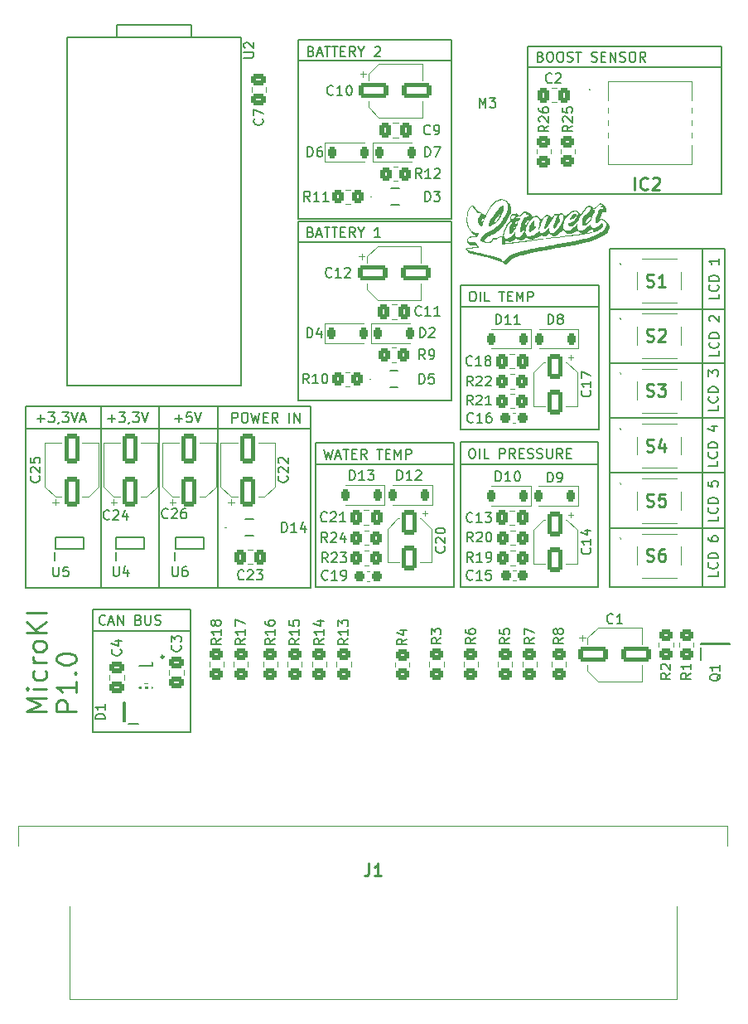
<source format=gto>
G04 #@! TF.GenerationSoftware,KiCad,Pcbnew,7.0.8*
G04 #@! TF.CreationDate,2023-11-08T10:16:27+01:00*
G04 #@! TF.ProjectId,MicroKI,4d696372-6f4b-4492-9e6b-696361645f70,rev?*
G04 #@! TF.SameCoordinates,Original*
G04 #@! TF.FileFunction,Legend,Top*
G04 #@! TF.FilePolarity,Positive*
%FSLAX46Y46*%
G04 Gerber Fmt 4.6, Leading zero omitted, Abs format (unit mm)*
G04 Created by KiCad (PCBNEW 7.0.8) date 2023-11-08 10:16:27*
%MOMM*%
%LPD*%
G01*
G04 APERTURE LIST*
G04 Aperture macros list*
%AMRoundRect*
0 Rectangle with rounded corners*
0 $1 Rounding radius*
0 $2 $3 $4 $5 $6 $7 $8 $9 X,Y pos of 4 corners*
0 Add a 4 corners polygon primitive as box body*
4,1,4,$2,$3,$4,$5,$6,$7,$8,$9,$2,$3,0*
0 Add four circle primitives for the rounded corners*
1,1,$1+$1,$2,$3*
1,1,$1+$1,$4,$5*
1,1,$1+$1,$6,$7*
1,1,$1+$1,$8,$9*
0 Add four rect primitives between the rounded corners*
20,1,$1+$1,$2,$3,$4,$5,0*
20,1,$1+$1,$4,$5,$6,$7,0*
20,1,$1+$1,$6,$7,$8,$9,0*
20,1,$1+$1,$8,$9,$2,$3,0*%
G04 Aperture macros list end*
%ADD10C,0.150000*%
%ADD11C,0.250000*%
%ADD12C,0.254000*%
%ADD13C,0.120000*%
%ADD14C,0.100000*%
%ADD15C,0.200000*%
%ADD16RoundRect,0.250000X0.550000X-1.250000X0.550000X1.250000X-0.550000X1.250000X-0.550000X-1.250000X0*%
%ADD17RoundRect,0.237500X-0.300000X-0.237500X0.300000X-0.237500X0.300000X0.237500X-0.300000X0.237500X0*%
%ADD18RoundRect,0.225000X-0.225000X-0.375000X0.225000X-0.375000X0.225000X0.375000X-0.225000X0.375000X0*%
%ADD19R,1.350000X0.690000*%
%ADD20C,1.404000*%
%ADD21C,1.304000*%
%ADD22C,0.804000*%
%ADD23RoundRect,0.250000X-0.450000X0.350000X-0.450000X-0.350000X0.450000X-0.350000X0.450000X0.350000X0*%
%ADD24RoundRect,0.250000X-1.250000X-0.550000X1.250000X-0.550000X1.250000X0.550000X-1.250000X0.550000X0*%
%ADD25RoundRect,0.250000X0.350000X0.450000X-0.350000X0.450000X-0.350000X-0.450000X0.350000X-0.450000X0*%
%ADD26RoundRect,0.225000X0.225000X0.375000X-0.225000X0.375000X-0.225000X-0.375000X0.225000X-0.375000X0*%
%ADD27R,0.600000X0.900000*%
%ADD28RoundRect,0.250000X0.475000X-0.337500X0.475000X0.337500X-0.475000X0.337500X-0.475000X-0.337500X0*%
%ADD29R,0.600000X1.300000*%
%ADD30RoundRect,0.250000X0.337500X0.475000X-0.337500X0.475000X-0.337500X-0.475000X0.337500X-0.475000X0*%
%ADD31RoundRect,0.250000X-0.550000X1.050000X-0.550000X-1.050000X0.550000X-1.050000X0.550000X1.050000X0*%
%ADD32RoundRect,0.250000X-0.337500X-0.475000X0.337500X-0.475000X0.337500X0.475000X-0.337500X0.475000X0*%
%ADD33R,1.200000X1.200000*%
%ADD34RoundRect,0.250000X-0.475000X0.337500X-0.475000X-0.337500X0.475000X-0.337500X0.475000X0.337500X0*%
%ADD35RoundRect,0.250000X0.450000X-0.350000X0.450000X0.350000X-0.450000X0.350000X-0.450000X-0.350000X0*%
%ADD36R,1.550000X1.000000*%
%ADD37C,1.800000*%
%ADD38C,6.750000*%
%ADD39C,3.600000*%
%ADD40C,5.700000*%
%ADD41R,0.350000X0.850000*%
%ADD42R,2.500000X1.680000*%
%ADD43R,1.000000X0.550000*%
G04 APERTURE END LIST*
D10*
X81862500Y-109100000D02*
X91837500Y-109100000D01*
X91837500Y-121675000D01*
X81862500Y-121675000D01*
X81862500Y-109100000D01*
X119425000Y-92025000D02*
X133525000Y-92025000D01*
X133525000Y-94250000D01*
X119425000Y-94250000D01*
X119425000Y-92025000D01*
X74975000Y-88400000D02*
X104100000Y-88400000D01*
X104100000Y-90625000D01*
X74975000Y-90625000D01*
X74975000Y-88400000D01*
X119425000Y-92025000D02*
X133525000Y-92025000D01*
X133525000Y-106800000D01*
X119425000Y-106800000D01*
X119425000Y-92025000D01*
X104675000Y-92075000D02*
X118775000Y-92075000D01*
X118775000Y-106850000D01*
X104675000Y-106850000D01*
X104675000Y-92075000D01*
X81862500Y-109100000D02*
X91837500Y-109100000D01*
X91837500Y-111300000D01*
X81862500Y-111300000D01*
X81862500Y-109100000D01*
X134712500Y-100812500D02*
X146487500Y-100812500D01*
X146487500Y-106862500D01*
X134712500Y-106862500D01*
X134712500Y-100812500D01*
X102900000Y-50975000D02*
X118550000Y-50975000D01*
X118550000Y-53075000D01*
X102900000Y-53075000D01*
X102900000Y-50975000D01*
X126350000Y-51600000D02*
X146125000Y-51600000D01*
X146125000Y-66650000D01*
X126350000Y-66650000D01*
X126350000Y-51600000D01*
X102875000Y-69525000D02*
X118525000Y-69525000D01*
X118525000Y-87775000D01*
X102875000Y-87775000D01*
X102875000Y-69525000D01*
X119475000Y-75975000D02*
X133575000Y-75975000D01*
X133575000Y-78200000D01*
X119475000Y-78200000D01*
X119475000Y-75975000D01*
X74975000Y-88400000D02*
X82675000Y-88400000D01*
X82675000Y-106900000D01*
X74975000Y-106900000D01*
X74975000Y-88400000D01*
X134712500Y-78425000D02*
X146487500Y-78425000D01*
X146487500Y-84000000D01*
X134712500Y-84000000D01*
X134712500Y-78425000D01*
X74975000Y-88400000D02*
X104100000Y-88400000D01*
X104100000Y-106900000D01*
X74975000Y-106900000D01*
X74975000Y-88400000D01*
X126350000Y-51600000D02*
X146125000Y-51600000D01*
X146125000Y-53725000D01*
X126350000Y-53725000D01*
X126350000Y-51600000D01*
X134712500Y-84000000D02*
X146487500Y-84000000D01*
X146487500Y-89575000D01*
X134712500Y-89575000D01*
X134712500Y-84000000D01*
X102900000Y-50975000D02*
X118550000Y-50975000D01*
X118550000Y-69225000D01*
X102900000Y-69225000D01*
X102900000Y-50975000D01*
X134712500Y-95162500D02*
X146487500Y-95162500D01*
X146487500Y-100812500D01*
X134712500Y-100812500D01*
X134712500Y-95162500D01*
X119475000Y-75975000D02*
X133575000Y-75975000D01*
X133575000Y-90750000D01*
X119475000Y-90750000D01*
X119475000Y-75975000D01*
X144162500Y-72287500D02*
X146487500Y-72287500D01*
X146487500Y-106862500D01*
X144162500Y-106862500D01*
X144162500Y-72287500D01*
X104675000Y-92075000D02*
X118775000Y-92075000D01*
X118775000Y-94300000D01*
X104675000Y-94300000D01*
X104675000Y-92075000D01*
X134712500Y-72287500D02*
X146487500Y-72287500D01*
X146487500Y-106862500D01*
X134712500Y-106862500D01*
X134712500Y-72287500D01*
X82675000Y-88400000D02*
X88675000Y-88400000D01*
X88675000Y-106900000D01*
X82675000Y-106900000D01*
X82675000Y-88400000D01*
X102875000Y-69525000D02*
X118525000Y-69525000D01*
X118525000Y-71625000D01*
X102875000Y-71625000D01*
X102875000Y-69525000D01*
X88675000Y-88400000D02*
X94675000Y-88400000D01*
X94675000Y-106900000D01*
X88675000Y-106900000D01*
X88675000Y-88400000D01*
X134712500Y-89587500D02*
X146487500Y-89587500D01*
X146487500Y-95162500D01*
X134712500Y-95162500D01*
X134712500Y-89587500D01*
X104145112Y-70571009D02*
X104287969Y-70618628D01*
X104287969Y-70618628D02*
X104335588Y-70666247D01*
X104335588Y-70666247D02*
X104383207Y-70761485D01*
X104383207Y-70761485D02*
X104383207Y-70904342D01*
X104383207Y-70904342D02*
X104335588Y-70999580D01*
X104335588Y-70999580D02*
X104287969Y-71047200D01*
X104287969Y-71047200D02*
X104192731Y-71094819D01*
X104192731Y-71094819D02*
X103811779Y-71094819D01*
X103811779Y-71094819D02*
X103811779Y-70094819D01*
X103811779Y-70094819D02*
X104145112Y-70094819D01*
X104145112Y-70094819D02*
X104240350Y-70142438D01*
X104240350Y-70142438D02*
X104287969Y-70190057D01*
X104287969Y-70190057D02*
X104335588Y-70285295D01*
X104335588Y-70285295D02*
X104335588Y-70380533D01*
X104335588Y-70380533D02*
X104287969Y-70475771D01*
X104287969Y-70475771D02*
X104240350Y-70523390D01*
X104240350Y-70523390D02*
X104145112Y-70571009D01*
X104145112Y-70571009D02*
X103811779Y-70571009D01*
X104764160Y-70809104D02*
X105240350Y-70809104D01*
X104668922Y-71094819D02*
X105002255Y-70094819D01*
X105002255Y-70094819D02*
X105335588Y-71094819D01*
X105526065Y-70094819D02*
X106097493Y-70094819D01*
X105811779Y-71094819D02*
X105811779Y-70094819D01*
X106287970Y-70094819D02*
X106859398Y-70094819D01*
X106573684Y-71094819D02*
X106573684Y-70094819D01*
X107192732Y-70571009D02*
X107526065Y-70571009D01*
X107668922Y-71094819D02*
X107192732Y-71094819D01*
X107192732Y-71094819D02*
X107192732Y-70094819D01*
X107192732Y-70094819D02*
X107668922Y-70094819D01*
X108668922Y-71094819D02*
X108335589Y-70618628D01*
X108097494Y-71094819D02*
X108097494Y-70094819D01*
X108097494Y-70094819D02*
X108478446Y-70094819D01*
X108478446Y-70094819D02*
X108573684Y-70142438D01*
X108573684Y-70142438D02*
X108621303Y-70190057D01*
X108621303Y-70190057D02*
X108668922Y-70285295D01*
X108668922Y-70285295D02*
X108668922Y-70428152D01*
X108668922Y-70428152D02*
X108621303Y-70523390D01*
X108621303Y-70523390D02*
X108573684Y-70571009D01*
X108573684Y-70571009D02*
X108478446Y-70618628D01*
X108478446Y-70618628D02*
X108097494Y-70618628D01*
X109287970Y-70618628D02*
X109287970Y-71094819D01*
X108954637Y-70094819D02*
X109287970Y-70618628D01*
X109287970Y-70618628D02*
X109621303Y-70094819D01*
X111240351Y-71094819D02*
X110668923Y-71094819D01*
X110954637Y-71094819D02*
X110954637Y-70094819D01*
X110954637Y-70094819D02*
X110859399Y-70237676D01*
X110859399Y-70237676D02*
X110764161Y-70332914D01*
X110764161Y-70332914D02*
X110668923Y-70380533D01*
X96111779Y-90019819D02*
X96111779Y-89019819D01*
X96111779Y-89019819D02*
X96492731Y-89019819D01*
X96492731Y-89019819D02*
X96587969Y-89067438D01*
X96587969Y-89067438D02*
X96635588Y-89115057D01*
X96635588Y-89115057D02*
X96683207Y-89210295D01*
X96683207Y-89210295D02*
X96683207Y-89353152D01*
X96683207Y-89353152D02*
X96635588Y-89448390D01*
X96635588Y-89448390D02*
X96587969Y-89496009D01*
X96587969Y-89496009D02*
X96492731Y-89543628D01*
X96492731Y-89543628D02*
X96111779Y-89543628D01*
X97302255Y-89019819D02*
X97492731Y-89019819D01*
X97492731Y-89019819D02*
X97587969Y-89067438D01*
X97587969Y-89067438D02*
X97683207Y-89162676D01*
X97683207Y-89162676D02*
X97730826Y-89353152D01*
X97730826Y-89353152D02*
X97730826Y-89686485D01*
X97730826Y-89686485D02*
X97683207Y-89876961D01*
X97683207Y-89876961D02*
X97587969Y-89972200D01*
X97587969Y-89972200D02*
X97492731Y-90019819D01*
X97492731Y-90019819D02*
X97302255Y-90019819D01*
X97302255Y-90019819D02*
X97207017Y-89972200D01*
X97207017Y-89972200D02*
X97111779Y-89876961D01*
X97111779Y-89876961D02*
X97064160Y-89686485D01*
X97064160Y-89686485D02*
X97064160Y-89353152D01*
X97064160Y-89353152D02*
X97111779Y-89162676D01*
X97111779Y-89162676D02*
X97207017Y-89067438D01*
X97207017Y-89067438D02*
X97302255Y-89019819D01*
X98064160Y-89019819D02*
X98302255Y-90019819D01*
X98302255Y-90019819D02*
X98492731Y-89305533D01*
X98492731Y-89305533D02*
X98683207Y-90019819D01*
X98683207Y-90019819D02*
X98921303Y-89019819D01*
X99302255Y-89496009D02*
X99635588Y-89496009D01*
X99778445Y-90019819D02*
X99302255Y-90019819D01*
X99302255Y-90019819D02*
X99302255Y-89019819D01*
X99302255Y-89019819D02*
X99778445Y-89019819D01*
X100778445Y-90019819D02*
X100445112Y-89543628D01*
X100207017Y-90019819D02*
X100207017Y-89019819D01*
X100207017Y-89019819D02*
X100587969Y-89019819D01*
X100587969Y-89019819D02*
X100683207Y-89067438D01*
X100683207Y-89067438D02*
X100730826Y-89115057D01*
X100730826Y-89115057D02*
X100778445Y-89210295D01*
X100778445Y-89210295D02*
X100778445Y-89353152D01*
X100778445Y-89353152D02*
X100730826Y-89448390D01*
X100730826Y-89448390D02*
X100683207Y-89496009D01*
X100683207Y-89496009D02*
X100587969Y-89543628D01*
X100587969Y-89543628D02*
X100207017Y-89543628D01*
X101968922Y-90019819D02*
X101968922Y-89019819D01*
X102445112Y-90019819D02*
X102445112Y-89019819D01*
X102445112Y-89019819D02*
X103016540Y-90019819D01*
X103016540Y-90019819D02*
X103016540Y-89019819D01*
X127645112Y-52671009D02*
X127787969Y-52718628D01*
X127787969Y-52718628D02*
X127835588Y-52766247D01*
X127835588Y-52766247D02*
X127883207Y-52861485D01*
X127883207Y-52861485D02*
X127883207Y-53004342D01*
X127883207Y-53004342D02*
X127835588Y-53099580D01*
X127835588Y-53099580D02*
X127787969Y-53147200D01*
X127787969Y-53147200D02*
X127692731Y-53194819D01*
X127692731Y-53194819D02*
X127311779Y-53194819D01*
X127311779Y-53194819D02*
X127311779Y-52194819D01*
X127311779Y-52194819D02*
X127645112Y-52194819D01*
X127645112Y-52194819D02*
X127740350Y-52242438D01*
X127740350Y-52242438D02*
X127787969Y-52290057D01*
X127787969Y-52290057D02*
X127835588Y-52385295D01*
X127835588Y-52385295D02*
X127835588Y-52480533D01*
X127835588Y-52480533D02*
X127787969Y-52575771D01*
X127787969Y-52575771D02*
X127740350Y-52623390D01*
X127740350Y-52623390D02*
X127645112Y-52671009D01*
X127645112Y-52671009D02*
X127311779Y-52671009D01*
X128502255Y-52194819D02*
X128692731Y-52194819D01*
X128692731Y-52194819D02*
X128787969Y-52242438D01*
X128787969Y-52242438D02*
X128883207Y-52337676D01*
X128883207Y-52337676D02*
X128930826Y-52528152D01*
X128930826Y-52528152D02*
X128930826Y-52861485D01*
X128930826Y-52861485D02*
X128883207Y-53051961D01*
X128883207Y-53051961D02*
X128787969Y-53147200D01*
X128787969Y-53147200D02*
X128692731Y-53194819D01*
X128692731Y-53194819D02*
X128502255Y-53194819D01*
X128502255Y-53194819D02*
X128407017Y-53147200D01*
X128407017Y-53147200D02*
X128311779Y-53051961D01*
X128311779Y-53051961D02*
X128264160Y-52861485D01*
X128264160Y-52861485D02*
X128264160Y-52528152D01*
X128264160Y-52528152D02*
X128311779Y-52337676D01*
X128311779Y-52337676D02*
X128407017Y-52242438D01*
X128407017Y-52242438D02*
X128502255Y-52194819D01*
X129549874Y-52194819D02*
X129740350Y-52194819D01*
X129740350Y-52194819D02*
X129835588Y-52242438D01*
X129835588Y-52242438D02*
X129930826Y-52337676D01*
X129930826Y-52337676D02*
X129978445Y-52528152D01*
X129978445Y-52528152D02*
X129978445Y-52861485D01*
X129978445Y-52861485D02*
X129930826Y-53051961D01*
X129930826Y-53051961D02*
X129835588Y-53147200D01*
X129835588Y-53147200D02*
X129740350Y-53194819D01*
X129740350Y-53194819D02*
X129549874Y-53194819D01*
X129549874Y-53194819D02*
X129454636Y-53147200D01*
X129454636Y-53147200D02*
X129359398Y-53051961D01*
X129359398Y-53051961D02*
X129311779Y-52861485D01*
X129311779Y-52861485D02*
X129311779Y-52528152D01*
X129311779Y-52528152D02*
X129359398Y-52337676D01*
X129359398Y-52337676D02*
X129454636Y-52242438D01*
X129454636Y-52242438D02*
X129549874Y-52194819D01*
X130359398Y-53147200D02*
X130502255Y-53194819D01*
X130502255Y-53194819D02*
X130740350Y-53194819D01*
X130740350Y-53194819D02*
X130835588Y-53147200D01*
X130835588Y-53147200D02*
X130883207Y-53099580D01*
X130883207Y-53099580D02*
X130930826Y-53004342D01*
X130930826Y-53004342D02*
X130930826Y-52909104D01*
X130930826Y-52909104D02*
X130883207Y-52813866D01*
X130883207Y-52813866D02*
X130835588Y-52766247D01*
X130835588Y-52766247D02*
X130740350Y-52718628D01*
X130740350Y-52718628D02*
X130549874Y-52671009D01*
X130549874Y-52671009D02*
X130454636Y-52623390D01*
X130454636Y-52623390D02*
X130407017Y-52575771D01*
X130407017Y-52575771D02*
X130359398Y-52480533D01*
X130359398Y-52480533D02*
X130359398Y-52385295D01*
X130359398Y-52385295D02*
X130407017Y-52290057D01*
X130407017Y-52290057D02*
X130454636Y-52242438D01*
X130454636Y-52242438D02*
X130549874Y-52194819D01*
X130549874Y-52194819D02*
X130787969Y-52194819D01*
X130787969Y-52194819D02*
X130930826Y-52242438D01*
X131216541Y-52194819D02*
X131787969Y-52194819D01*
X131502255Y-53194819D02*
X131502255Y-52194819D01*
X132835589Y-53147200D02*
X132978446Y-53194819D01*
X132978446Y-53194819D02*
X133216541Y-53194819D01*
X133216541Y-53194819D02*
X133311779Y-53147200D01*
X133311779Y-53147200D02*
X133359398Y-53099580D01*
X133359398Y-53099580D02*
X133407017Y-53004342D01*
X133407017Y-53004342D02*
X133407017Y-52909104D01*
X133407017Y-52909104D02*
X133359398Y-52813866D01*
X133359398Y-52813866D02*
X133311779Y-52766247D01*
X133311779Y-52766247D02*
X133216541Y-52718628D01*
X133216541Y-52718628D02*
X133026065Y-52671009D01*
X133026065Y-52671009D02*
X132930827Y-52623390D01*
X132930827Y-52623390D02*
X132883208Y-52575771D01*
X132883208Y-52575771D02*
X132835589Y-52480533D01*
X132835589Y-52480533D02*
X132835589Y-52385295D01*
X132835589Y-52385295D02*
X132883208Y-52290057D01*
X132883208Y-52290057D02*
X132930827Y-52242438D01*
X132930827Y-52242438D02*
X133026065Y-52194819D01*
X133026065Y-52194819D02*
X133264160Y-52194819D01*
X133264160Y-52194819D02*
X133407017Y-52242438D01*
X133835589Y-52671009D02*
X134168922Y-52671009D01*
X134311779Y-53194819D02*
X133835589Y-53194819D01*
X133835589Y-53194819D02*
X133835589Y-52194819D01*
X133835589Y-52194819D02*
X134311779Y-52194819D01*
X134740351Y-53194819D02*
X134740351Y-52194819D01*
X134740351Y-52194819D02*
X135311779Y-53194819D01*
X135311779Y-53194819D02*
X135311779Y-52194819D01*
X135740351Y-53147200D02*
X135883208Y-53194819D01*
X135883208Y-53194819D02*
X136121303Y-53194819D01*
X136121303Y-53194819D02*
X136216541Y-53147200D01*
X136216541Y-53147200D02*
X136264160Y-53099580D01*
X136264160Y-53099580D02*
X136311779Y-53004342D01*
X136311779Y-53004342D02*
X136311779Y-52909104D01*
X136311779Y-52909104D02*
X136264160Y-52813866D01*
X136264160Y-52813866D02*
X136216541Y-52766247D01*
X136216541Y-52766247D02*
X136121303Y-52718628D01*
X136121303Y-52718628D02*
X135930827Y-52671009D01*
X135930827Y-52671009D02*
X135835589Y-52623390D01*
X135835589Y-52623390D02*
X135787970Y-52575771D01*
X135787970Y-52575771D02*
X135740351Y-52480533D01*
X135740351Y-52480533D02*
X135740351Y-52385295D01*
X135740351Y-52385295D02*
X135787970Y-52290057D01*
X135787970Y-52290057D02*
X135835589Y-52242438D01*
X135835589Y-52242438D02*
X135930827Y-52194819D01*
X135930827Y-52194819D02*
X136168922Y-52194819D01*
X136168922Y-52194819D02*
X136311779Y-52242438D01*
X136930827Y-52194819D02*
X137121303Y-52194819D01*
X137121303Y-52194819D02*
X137216541Y-52242438D01*
X137216541Y-52242438D02*
X137311779Y-52337676D01*
X137311779Y-52337676D02*
X137359398Y-52528152D01*
X137359398Y-52528152D02*
X137359398Y-52861485D01*
X137359398Y-52861485D02*
X137311779Y-53051961D01*
X137311779Y-53051961D02*
X137216541Y-53147200D01*
X137216541Y-53147200D02*
X137121303Y-53194819D01*
X137121303Y-53194819D02*
X136930827Y-53194819D01*
X136930827Y-53194819D02*
X136835589Y-53147200D01*
X136835589Y-53147200D02*
X136740351Y-53051961D01*
X136740351Y-53051961D02*
X136692732Y-52861485D01*
X136692732Y-52861485D02*
X136692732Y-52528152D01*
X136692732Y-52528152D02*
X136740351Y-52337676D01*
X136740351Y-52337676D02*
X136835589Y-52242438D01*
X136835589Y-52242438D02*
X136930827Y-52194819D01*
X138359398Y-53194819D02*
X138026065Y-52718628D01*
X137787970Y-53194819D02*
X137787970Y-52194819D01*
X137787970Y-52194819D02*
X138168922Y-52194819D01*
X138168922Y-52194819D02*
X138264160Y-52242438D01*
X138264160Y-52242438D02*
X138311779Y-52290057D01*
X138311779Y-52290057D02*
X138359398Y-52385295D01*
X138359398Y-52385295D02*
X138359398Y-52528152D01*
X138359398Y-52528152D02*
X138311779Y-52623390D01*
X138311779Y-52623390D02*
X138264160Y-52671009D01*
X138264160Y-52671009D02*
X138168922Y-52718628D01*
X138168922Y-52718628D02*
X137787970Y-52718628D01*
X76186779Y-89613866D02*
X76948684Y-89613866D01*
X76567731Y-89994819D02*
X76567731Y-89232914D01*
X77329636Y-88994819D02*
X77948683Y-88994819D01*
X77948683Y-88994819D02*
X77615350Y-89375771D01*
X77615350Y-89375771D02*
X77758207Y-89375771D01*
X77758207Y-89375771D02*
X77853445Y-89423390D01*
X77853445Y-89423390D02*
X77901064Y-89471009D01*
X77901064Y-89471009D02*
X77948683Y-89566247D01*
X77948683Y-89566247D02*
X77948683Y-89804342D01*
X77948683Y-89804342D02*
X77901064Y-89899580D01*
X77901064Y-89899580D02*
X77853445Y-89947200D01*
X77853445Y-89947200D02*
X77758207Y-89994819D01*
X77758207Y-89994819D02*
X77472493Y-89994819D01*
X77472493Y-89994819D02*
X77377255Y-89947200D01*
X77377255Y-89947200D02*
X77329636Y-89899580D01*
X78424874Y-89947200D02*
X78424874Y-89994819D01*
X78424874Y-89994819D02*
X78377255Y-90090057D01*
X78377255Y-90090057D02*
X78329636Y-90137676D01*
X78758207Y-88994819D02*
X79377254Y-88994819D01*
X79377254Y-88994819D02*
X79043921Y-89375771D01*
X79043921Y-89375771D02*
X79186778Y-89375771D01*
X79186778Y-89375771D02*
X79282016Y-89423390D01*
X79282016Y-89423390D02*
X79329635Y-89471009D01*
X79329635Y-89471009D02*
X79377254Y-89566247D01*
X79377254Y-89566247D02*
X79377254Y-89804342D01*
X79377254Y-89804342D02*
X79329635Y-89899580D01*
X79329635Y-89899580D02*
X79282016Y-89947200D01*
X79282016Y-89947200D02*
X79186778Y-89994819D01*
X79186778Y-89994819D02*
X78901064Y-89994819D01*
X78901064Y-89994819D02*
X78805826Y-89947200D01*
X78805826Y-89947200D02*
X78758207Y-89899580D01*
X79662969Y-88994819D02*
X79996302Y-89994819D01*
X79996302Y-89994819D02*
X80329635Y-88994819D01*
X80615350Y-89709104D02*
X81091540Y-89709104D01*
X80520112Y-89994819D02*
X80853445Y-88994819D01*
X80853445Y-88994819D02*
X81186778Y-89994819D01*
X104170112Y-52096009D02*
X104312969Y-52143628D01*
X104312969Y-52143628D02*
X104360588Y-52191247D01*
X104360588Y-52191247D02*
X104408207Y-52286485D01*
X104408207Y-52286485D02*
X104408207Y-52429342D01*
X104408207Y-52429342D02*
X104360588Y-52524580D01*
X104360588Y-52524580D02*
X104312969Y-52572200D01*
X104312969Y-52572200D02*
X104217731Y-52619819D01*
X104217731Y-52619819D02*
X103836779Y-52619819D01*
X103836779Y-52619819D02*
X103836779Y-51619819D01*
X103836779Y-51619819D02*
X104170112Y-51619819D01*
X104170112Y-51619819D02*
X104265350Y-51667438D01*
X104265350Y-51667438D02*
X104312969Y-51715057D01*
X104312969Y-51715057D02*
X104360588Y-51810295D01*
X104360588Y-51810295D02*
X104360588Y-51905533D01*
X104360588Y-51905533D02*
X104312969Y-52000771D01*
X104312969Y-52000771D02*
X104265350Y-52048390D01*
X104265350Y-52048390D02*
X104170112Y-52096009D01*
X104170112Y-52096009D02*
X103836779Y-52096009D01*
X104789160Y-52334104D02*
X105265350Y-52334104D01*
X104693922Y-52619819D02*
X105027255Y-51619819D01*
X105027255Y-51619819D02*
X105360588Y-52619819D01*
X105551065Y-51619819D02*
X106122493Y-51619819D01*
X105836779Y-52619819D02*
X105836779Y-51619819D01*
X106312970Y-51619819D02*
X106884398Y-51619819D01*
X106598684Y-52619819D02*
X106598684Y-51619819D01*
X107217732Y-52096009D02*
X107551065Y-52096009D01*
X107693922Y-52619819D02*
X107217732Y-52619819D01*
X107217732Y-52619819D02*
X107217732Y-51619819D01*
X107217732Y-51619819D02*
X107693922Y-51619819D01*
X108693922Y-52619819D02*
X108360589Y-52143628D01*
X108122494Y-52619819D02*
X108122494Y-51619819D01*
X108122494Y-51619819D02*
X108503446Y-51619819D01*
X108503446Y-51619819D02*
X108598684Y-51667438D01*
X108598684Y-51667438D02*
X108646303Y-51715057D01*
X108646303Y-51715057D02*
X108693922Y-51810295D01*
X108693922Y-51810295D02*
X108693922Y-51953152D01*
X108693922Y-51953152D02*
X108646303Y-52048390D01*
X108646303Y-52048390D02*
X108598684Y-52096009D01*
X108598684Y-52096009D02*
X108503446Y-52143628D01*
X108503446Y-52143628D02*
X108122494Y-52143628D01*
X109312970Y-52143628D02*
X109312970Y-52619819D01*
X108979637Y-51619819D02*
X109312970Y-52143628D01*
X109312970Y-52143628D02*
X109646303Y-51619819D01*
X110693923Y-51715057D02*
X110741542Y-51667438D01*
X110741542Y-51667438D02*
X110836780Y-51619819D01*
X110836780Y-51619819D02*
X111074875Y-51619819D01*
X111074875Y-51619819D02*
X111170113Y-51667438D01*
X111170113Y-51667438D02*
X111217732Y-51715057D01*
X111217732Y-51715057D02*
X111265351Y-51810295D01*
X111265351Y-51810295D02*
X111265351Y-51905533D01*
X111265351Y-51905533D02*
X111217732Y-52048390D01*
X111217732Y-52048390D02*
X110646304Y-52619819D01*
X110646304Y-52619819D02*
X111265351Y-52619819D01*
X83120707Y-110599580D02*
X83073088Y-110647200D01*
X83073088Y-110647200D02*
X82930231Y-110694819D01*
X82930231Y-110694819D02*
X82834993Y-110694819D01*
X82834993Y-110694819D02*
X82692136Y-110647200D01*
X82692136Y-110647200D02*
X82596898Y-110551961D01*
X82596898Y-110551961D02*
X82549279Y-110456723D01*
X82549279Y-110456723D02*
X82501660Y-110266247D01*
X82501660Y-110266247D02*
X82501660Y-110123390D01*
X82501660Y-110123390D02*
X82549279Y-109932914D01*
X82549279Y-109932914D02*
X82596898Y-109837676D01*
X82596898Y-109837676D02*
X82692136Y-109742438D01*
X82692136Y-109742438D02*
X82834993Y-109694819D01*
X82834993Y-109694819D02*
X82930231Y-109694819D01*
X82930231Y-109694819D02*
X83073088Y-109742438D01*
X83073088Y-109742438D02*
X83120707Y-109790057D01*
X83501660Y-110409104D02*
X83977850Y-110409104D01*
X83406422Y-110694819D02*
X83739755Y-109694819D01*
X83739755Y-109694819D02*
X84073088Y-110694819D01*
X84406422Y-110694819D02*
X84406422Y-109694819D01*
X84406422Y-109694819D02*
X84977850Y-110694819D01*
X84977850Y-110694819D02*
X84977850Y-109694819D01*
X86549279Y-110171009D02*
X86692136Y-110218628D01*
X86692136Y-110218628D02*
X86739755Y-110266247D01*
X86739755Y-110266247D02*
X86787374Y-110361485D01*
X86787374Y-110361485D02*
X86787374Y-110504342D01*
X86787374Y-110504342D02*
X86739755Y-110599580D01*
X86739755Y-110599580D02*
X86692136Y-110647200D01*
X86692136Y-110647200D02*
X86596898Y-110694819D01*
X86596898Y-110694819D02*
X86215946Y-110694819D01*
X86215946Y-110694819D02*
X86215946Y-109694819D01*
X86215946Y-109694819D02*
X86549279Y-109694819D01*
X86549279Y-109694819D02*
X86644517Y-109742438D01*
X86644517Y-109742438D02*
X86692136Y-109790057D01*
X86692136Y-109790057D02*
X86739755Y-109885295D01*
X86739755Y-109885295D02*
X86739755Y-109980533D01*
X86739755Y-109980533D02*
X86692136Y-110075771D01*
X86692136Y-110075771D02*
X86644517Y-110123390D01*
X86644517Y-110123390D02*
X86549279Y-110171009D01*
X86549279Y-110171009D02*
X86215946Y-110171009D01*
X87215946Y-109694819D02*
X87215946Y-110504342D01*
X87215946Y-110504342D02*
X87263565Y-110599580D01*
X87263565Y-110599580D02*
X87311184Y-110647200D01*
X87311184Y-110647200D02*
X87406422Y-110694819D01*
X87406422Y-110694819D02*
X87596898Y-110694819D01*
X87596898Y-110694819D02*
X87692136Y-110647200D01*
X87692136Y-110647200D02*
X87739755Y-110599580D01*
X87739755Y-110599580D02*
X87787374Y-110504342D01*
X87787374Y-110504342D02*
X87787374Y-109694819D01*
X88215946Y-110647200D02*
X88358803Y-110694819D01*
X88358803Y-110694819D02*
X88596898Y-110694819D01*
X88596898Y-110694819D02*
X88692136Y-110647200D01*
X88692136Y-110647200D02*
X88739755Y-110599580D01*
X88739755Y-110599580D02*
X88787374Y-110504342D01*
X88787374Y-110504342D02*
X88787374Y-110409104D01*
X88787374Y-110409104D02*
X88739755Y-110313866D01*
X88739755Y-110313866D02*
X88692136Y-110266247D01*
X88692136Y-110266247D02*
X88596898Y-110218628D01*
X88596898Y-110218628D02*
X88406422Y-110171009D01*
X88406422Y-110171009D02*
X88311184Y-110123390D01*
X88311184Y-110123390D02*
X88263565Y-110075771D01*
X88263565Y-110075771D02*
X88215946Y-109980533D01*
X88215946Y-109980533D02*
X88215946Y-109885295D01*
X88215946Y-109885295D02*
X88263565Y-109790057D01*
X88263565Y-109790057D02*
X88311184Y-109742438D01*
X88311184Y-109742438D02*
X88406422Y-109694819D01*
X88406422Y-109694819D02*
X88644517Y-109694819D01*
X88644517Y-109694819D02*
X88787374Y-109742438D01*
X83386779Y-89613866D02*
X84148684Y-89613866D01*
X83767731Y-89994819D02*
X83767731Y-89232914D01*
X84529636Y-88994819D02*
X85148683Y-88994819D01*
X85148683Y-88994819D02*
X84815350Y-89375771D01*
X84815350Y-89375771D02*
X84958207Y-89375771D01*
X84958207Y-89375771D02*
X85053445Y-89423390D01*
X85053445Y-89423390D02*
X85101064Y-89471009D01*
X85101064Y-89471009D02*
X85148683Y-89566247D01*
X85148683Y-89566247D02*
X85148683Y-89804342D01*
X85148683Y-89804342D02*
X85101064Y-89899580D01*
X85101064Y-89899580D02*
X85053445Y-89947200D01*
X85053445Y-89947200D02*
X84958207Y-89994819D01*
X84958207Y-89994819D02*
X84672493Y-89994819D01*
X84672493Y-89994819D02*
X84577255Y-89947200D01*
X84577255Y-89947200D02*
X84529636Y-89899580D01*
X85624874Y-89947200D02*
X85624874Y-89994819D01*
X85624874Y-89994819D02*
X85577255Y-90090057D01*
X85577255Y-90090057D02*
X85529636Y-90137676D01*
X85958207Y-88994819D02*
X86577254Y-88994819D01*
X86577254Y-88994819D02*
X86243921Y-89375771D01*
X86243921Y-89375771D02*
X86386778Y-89375771D01*
X86386778Y-89375771D02*
X86482016Y-89423390D01*
X86482016Y-89423390D02*
X86529635Y-89471009D01*
X86529635Y-89471009D02*
X86577254Y-89566247D01*
X86577254Y-89566247D02*
X86577254Y-89804342D01*
X86577254Y-89804342D02*
X86529635Y-89899580D01*
X86529635Y-89899580D02*
X86482016Y-89947200D01*
X86482016Y-89947200D02*
X86386778Y-89994819D01*
X86386778Y-89994819D02*
X86101064Y-89994819D01*
X86101064Y-89994819D02*
X86005826Y-89947200D01*
X86005826Y-89947200D02*
X85958207Y-89899580D01*
X86862969Y-88994819D02*
X87196302Y-89994819D01*
X87196302Y-89994819D02*
X87529635Y-88994819D01*
X145757319Y-99599530D02*
X145757319Y-100075720D01*
X145757319Y-100075720D02*
X144757319Y-100075720D01*
X145662080Y-98694768D02*
X145709700Y-98742387D01*
X145709700Y-98742387D02*
X145757319Y-98885244D01*
X145757319Y-98885244D02*
X145757319Y-98980482D01*
X145757319Y-98980482D02*
X145709700Y-99123339D01*
X145709700Y-99123339D02*
X145614461Y-99218577D01*
X145614461Y-99218577D02*
X145519223Y-99266196D01*
X145519223Y-99266196D02*
X145328747Y-99313815D01*
X145328747Y-99313815D02*
X145185890Y-99313815D01*
X145185890Y-99313815D02*
X144995414Y-99266196D01*
X144995414Y-99266196D02*
X144900176Y-99218577D01*
X144900176Y-99218577D02*
X144804938Y-99123339D01*
X144804938Y-99123339D02*
X144757319Y-98980482D01*
X144757319Y-98980482D02*
X144757319Y-98885244D01*
X144757319Y-98885244D02*
X144804938Y-98742387D01*
X144804938Y-98742387D02*
X144852557Y-98694768D01*
X145757319Y-98266196D02*
X144757319Y-98266196D01*
X144757319Y-98266196D02*
X144757319Y-98028101D01*
X144757319Y-98028101D02*
X144804938Y-97885244D01*
X144804938Y-97885244D02*
X144900176Y-97790006D01*
X144900176Y-97790006D02*
X144995414Y-97742387D01*
X144995414Y-97742387D02*
X145185890Y-97694768D01*
X145185890Y-97694768D02*
X145328747Y-97694768D01*
X145328747Y-97694768D02*
X145519223Y-97742387D01*
X145519223Y-97742387D02*
X145614461Y-97790006D01*
X145614461Y-97790006D02*
X145709700Y-97885244D01*
X145709700Y-97885244D02*
X145757319Y-98028101D01*
X145757319Y-98028101D02*
X145757319Y-98266196D01*
X144757319Y-96028101D02*
X144757319Y-96504291D01*
X144757319Y-96504291D02*
X145233509Y-96551910D01*
X145233509Y-96551910D02*
X145185890Y-96504291D01*
X145185890Y-96504291D02*
X145138271Y-96409053D01*
X145138271Y-96409053D02*
X145138271Y-96170958D01*
X145138271Y-96170958D02*
X145185890Y-96075720D01*
X145185890Y-96075720D02*
X145233509Y-96028101D01*
X145233509Y-96028101D02*
X145328747Y-95980482D01*
X145328747Y-95980482D02*
X145566842Y-95980482D01*
X145566842Y-95980482D02*
X145662080Y-96028101D01*
X145662080Y-96028101D02*
X145709700Y-96075720D01*
X145709700Y-96075720D02*
X145757319Y-96170958D01*
X145757319Y-96170958D02*
X145757319Y-96409053D01*
X145757319Y-96409053D02*
X145709700Y-96504291D01*
X145709700Y-96504291D02*
X145662080Y-96551910D01*
X145757319Y-105224530D02*
X145757319Y-105700720D01*
X145757319Y-105700720D02*
X144757319Y-105700720D01*
X145662080Y-104319768D02*
X145709700Y-104367387D01*
X145709700Y-104367387D02*
X145757319Y-104510244D01*
X145757319Y-104510244D02*
X145757319Y-104605482D01*
X145757319Y-104605482D02*
X145709700Y-104748339D01*
X145709700Y-104748339D02*
X145614461Y-104843577D01*
X145614461Y-104843577D02*
X145519223Y-104891196D01*
X145519223Y-104891196D02*
X145328747Y-104938815D01*
X145328747Y-104938815D02*
X145185890Y-104938815D01*
X145185890Y-104938815D02*
X144995414Y-104891196D01*
X144995414Y-104891196D02*
X144900176Y-104843577D01*
X144900176Y-104843577D02*
X144804938Y-104748339D01*
X144804938Y-104748339D02*
X144757319Y-104605482D01*
X144757319Y-104605482D02*
X144757319Y-104510244D01*
X144757319Y-104510244D02*
X144804938Y-104367387D01*
X144804938Y-104367387D02*
X144852557Y-104319768D01*
X145757319Y-103891196D02*
X144757319Y-103891196D01*
X144757319Y-103891196D02*
X144757319Y-103653101D01*
X144757319Y-103653101D02*
X144804938Y-103510244D01*
X144804938Y-103510244D02*
X144900176Y-103415006D01*
X144900176Y-103415006D02*
X144995414Y-103367387D01*
X144995414Y-103367387D02*
X145185890Y-103319768D01*
X145185890Y-103319768D02*
X145328747Y-103319768D01*
X145328747Y-103319768D02*
X145519223Y-103367387D01*
X145519223Y-103367387D02*
X145614461Y-103415006D01*
X145614461Y-103415006D02*
X145709700Y-103510244D01*
X145709700Y-103510244D02*
X145757319Y-103653101D01*
X145757319Y-103653101D02*
X145757319Y-103891196D01*
X144757319Y-101700720D02*
X144757319Y-101891196D01*
X144757319Y-101891196D02*
X144804938Y-101986434D01*
X144804938Y-101986434D02*
X144852557Y-102034053D01*
X144852557Y-102034053D02*
X144995414Y-102129291D01*
X144995414Y-102129291D02*
X145185890Y-102176910D01*
X145185890Y-102176910D02*
X145566842Y-102176910D01*
X145566842Y-102176910D02*
X145662080Y-102129291D01*
X145662080Y-102129291D02*
X145709700Y-102081672D01*
X145709700Y-102081672D02*
X145757319Y-101986434D01*
X145757319Y-101986434D02*
X145757319Y-101795958D01*
X145757319Y-101795958D02*
X145709700Y-101700720D01*
X145709700Y-101700720D02*
X145662080Y-101653101D01*
X145662080Y-101653101D02*
X145566842Y-101605482D01*
X145566842Y-101605482D02*
X145328747Y-101605482D01*
X145328747Y-101605482D02*
X145233509Y-101653101D01*
X145233509Y-101653101D02*
X145185890Y-101700720D01*
X145185890Y-101700720D02*
X145138271Y-101795958D01*
X145138271Y-101795958D02*
X145138271Y-101986434D01*
X145138271Y-101986434D02*
X145185890Y-102081672D01*
X145185890Y-102081672D02*
X145233509Y-102129291D01*
X145233509Y-102129291D02*
X145328747Y-102176910D01*
X145857319Y-82724530D02*
X145857319Y-83200720D01*
X145857319Y-83200720D02*
X144857319Y-83200720D01*
X145762080Y-81819768D02*
X145809700Y-81867387D01*
X145809700Y-81867387D02*
X145857319Y-82010244D01*
X145857319Y-82010244D02*
X145857319Y-82105482D01*
X145857319Y-82105482D02*
X145809700Y-82248339D01*
X145809700Y-82248339D02*
X145714461Y-82343577D01*
X145714461Y-82343577D02*
X145619223Y-82391196D01*
X145619223Y-82391196D02*
X145428747Y-82438815D01*
X145428747Y-82438815D02*
X145285890Y-82438815D01*
X145285890Y-82438815D02*
X145095414Y-82391196D01*
X145095414Y-82391196D02*
X145000176Y-82343577D01*
X145000176Y-82343577D02*
X144904938Y-82248339D01*
X144904938Y-82248339D02*
X144857319Y-82105482D01*
X144857319Y-82105482D02*
X144857319Y-82010244D01*
X144857319Y-82010244D02*
X144904938Y-81867387D01*
X144904938Y-81867387D02*
X144952557Y-81819768D01*
X145857319Y-81391196D02*
X144857319Y-81391196D01*
X144857319Y-81391196D02*
X144857319Y-81153101D01*
X144857319Y-81153101D02*
X144904938Y-81010244D01*
X144904938Y-81010244D02*
X145000176Y-80915006D01*
X145000176Y-80915006D02*
X145095414Y-80867387D01*
X145095414Y-80867387D02*
X145285890Y-80819768D01*
X145285890Y-80819768D02*
X145428747Y-80819768D01*
X145428747Y-80819768D02*
X145619223Y-80867387D01*
X145619223Y-80867387D02*
X145714461Y-80915006D01*
X145714461Y-80915006D02*
X145809700Y-81010244D01*
X145809700Y-81010244D02*
X145857319Y-81153101D01*
X145857319Y-81153101D02*
X145857319Y-81391196D01*
X144952557Y-79676910D02*
X144904938Y-79629291D01*
X144904938Y-79629291D02*
X144857319Y-79534053D01*
X144857319Y-79534053D02*
X144857319Y-79295958D01*
X144857319Y-79295958D02*
X144904938Y-79200720D01*
X144904938Y-79200720D02*
X144952557Y-79153101D01*
X144952557Y-79153101D02*
X145047795Y-79105482D01*
X145047795Y-79105482D02*
X145143033Y-79105482D01*
X145143033Y-79105482D02*
X145285890Y-79153101D01*
X145285890Y-79153101D02*
X145857319Y-79724529D01*
X145857319Y-79724529D02*
X145857319Y-79105482D01*
D11*
X77092238Y-119484336D02*
X75092238Y-119484336D01*
X75092238Y-119484336D02*
X76520809Y-118817669D01*
X76520809Y-118817669D02*
X75092238Y-118151003D01*
X75092238Y-118151003D02*
X77092238Y-118151003D01*
X77092238Y-117198622D02*
X75758904Y-117198622D01*
X75092238Y-117198622D02*
X75187476Y-117293860D01*
X75187476Y-117293860D02*
X75282714Y-117198622D01*
X75282714Y-117198622D02*
X75187476Y-117103384D01*
X75187476Y-117103384D02*
X75092238Y-117198622D01*
X75092238Y-117198622D02*
X75282714Y-117198622D01*
X76997000Y-115389098D02*
X77092238Y-115579574D01*
X77092238Y-115579574D02*
X77092238Y-115960527D01*
X77092238Y-115960527D02*
X76997000Y-116151003D01*
X76997000Y-116151003D02*
X76901761Y-116246241D01*
X76901761Y-116246241D02*
X76711285Y-116341479D01*
X76711285Y-116341479D02*
X76139857Y-116341479D01*
X76139857Y-116341479D02*
X75949380Y-116246241D01*
X75949380Y-116246241D02*
X75854142Y-116151003D01*
X75854142Y-116151003D02*
X75758904Y-115960527D01*
X75758904Y-115960527D02*
X75758904Y-115579574D01*
X75758904Y-115579574D02*
X75854142Y-115389098D01*
X77092238Y-114531955D02*
X75758904Y-114531955D01*
X76139857Y-114531955D02*
X75949380Y-114436717D01*
X75949380Y-114436717D02*
X75854142Y-114341479D01*
X75854142Y-114341479D02*
X75758904Y-114151003D01*
X75758904Y-114151003D02*
X75758904Y-113960526D01*
X77092238Y-113008146D02*
X76997000Y-113198622D01*
X76997000Y-113198622D02*
X76901761Y-113293860D01*
X76901761Y-113293860D02*
X76711285Y-113389098D01*
X76711285Y-113389098D02*
X76139857Y-113389098D01*
X76139857Y-113389098D02*
X75949380Y-113293860D01*
X75949380Y-113293860D02*
X75854142Y-113198622D01*
X75854142Y-113198622D02*
X75758904Y-113008146D01*
X75758904Y-113008146D02*
X75758904Y-112722431D01*
X75758904Y-112722431D02*
X75854142Y-112531955D01*
X75854142Y-112531955D02*
X75949380Y-112436717D01*
X75949380Y-112436717D02*
X76139857Y-112341479D01*
X76139857Y-112341479D02*
X76711285Y-112341479D01*
X76711285Y-112341479D02*
X76901761Y-112436717D01*
X76901761Y-112436717D02*
X76997000Y-112531955D01*
X76997000Y-112531955D02*
X77092238Y-112722431D01*
X77092238Y-112722431D02*
X77092238Y-113008146D01*
X77092238Y-111484336D02*
X75092238Y-111484336D01*
X77092238Y-110341479D02*
X75949380Y-111198622D01*
X75092238Y-110341479D02*
X76235095Y-111484336D01*
X77092238Y-109484336D02*
X75092238Y-109484336D01*
D10*
X145732319Y-93949530D02*
X145732319Y-94425720D01*
X145732319Y-94425720D02*
X144732319Y-94425720D01*
X145637080Y-93044768D02*
X145684700Y-93092387D01*
X145684700Y-93092387D02*
X145732319Y-93235244D01*
X145732319Y-93235244D02*
X145732319Y-93330482D01*
X145732319Y-93330482D02*
X145684700Y-93473339D01*
X145684700Y-93473339D02*
X145589461Y-93568577D01*
X145589461Y-93568577D02*
X145494223Y-93616196D01*
X145494223Y-93616196D02*
X145303747Y-93663815D01*
X145303747Y-93663815D02*
X145160890Y-93663815D01*
X145160890Y-93663815D02*
X144970414Y-93616196D01*
X144970414Y-93616196D02*
X144875176Y-93568577D01*
X144875176Y-93568577D02*
X144779938Y-93473339D01*
X144779938Y-93473339D02*
X144732319Y-93330482D01*
X144732319Y-93330482D02*
X144732319Y-93235244D01*
X144732319Y-93235244D02*
X144779938Y-93092387D01*
X144779938Y-93092387D02*
X144827557Y-93044768D01*
X145732319Y-92616196D02*
X144732319Y-92616196D01*
X144732319Y-92616196D02*
X144732319Y-92378101D01*
X144732319Y-92378101D02*
X144779938Y-92235244D01*
X144779938Y-92235244D02*
X144875176Y-92140006D01*
X144875176Y-92140006D02*
X144970414Y-92092387D01*
X144970414Y-92092387D02*
X145160890Y-92044768D01*
X145160890Y-92044768D02*
X145303747Y-92044768D01*
X145303747Y-92044768D02*
X145494223Y-92092387D01*
X145494223Y-92092387D02*
X145589461Y-92140006D01*
X145589461Y-92140006D02*
X145684700Y-92235244D01*
X145684700Y-92235244D02*
X145732319Y-92378101D01*
X145732319Y-92378101D02*
X145732319Y-92616196D01*
X145065652Y-90425720D02*
X145732319Y-90425720D01*
X144684700Y-90663815D02*
X145398985Y-90901910D01*
X145398985Y-90901910D02*
X145398985Y-90282863D01*
X105516541Y-92744819D02*
X105754636Y-93744819D01*
X105754636Y-93744819D02*
X105945112Y-93030533D01*
X105945112Y-93030533D02*
X106135588Y-93744819D01*
X106135588Y-93744819D02*
X106373684Y-92744819D01*
X106707017Y-93459104D02*
X107183207Y-93459104D01*
X106611779Y-93744819D02*
X106945112Y-92744819D01*
X106945112Y-92744819D02*
X107278445Y-93744819D01*
X107468922Y-92744819D02*
X108040350Y-92744819D01*
X107754636Y-93744819D02*
X107754636Y-92744819D01*
X108373684Y-93221009D02*
X108707017Y-93221009D01*
X108849874Y-93744819D02*
X108373684Y-93744819D01*
X108373684Y-93744819D02*
X108373684Y-92744819D01*
X108373684Y-92744819D02*
X108849874Y-92744819D01*
X109849874Y-93744819D02*
X109516541Y-93268628D01*
X109278446Y-93744819D02*
X109278446Y-92744819D01*
X109278446Y-92744819D02*
X109659398Y-92744819D01*
X109659398Y-92744819D02*
X109754636Y-92792438D01*
X109754636Y-92792438D02*
X109802255Y-92840057D01*
X109802255Y-92840057D02*
X109849874Y-92935295D01*
X109849874Y-92935295D02*
X109849874Y-93078152D01*
X109849874Y-93078152D02*
X109802255Y-93173390D01*
X109802255Y-93173390D02*
X109754636Y-93221009D01*
X109754636Y-93221009D02*
X109659398Y-93268628D01*
X109659398Y-93268628D02*
X109278446Y-93268628D01*
X110897494Y-92744819D02*
X111468922Y-92744819D01*
X111183208Y-93744819D02*
X111183208Y-92744819D01*
X111802256Y-93221009D02*
X112135589Y-93221009D01*
X112278446Y-93744819D02*
X111802256Y-93744819D01*
X111802256Y-93744819D02*
X111802256Y-92744819D01*
X111802256Y-92744819D02*
X112278446Y-92744819D01*
X112707018Y-93744819D02*
X112707018Y-92744819D01*
X112707018Y-92744819D02*
X113040351Y-93459104D01*
X113040351Y-93459104D02*
X113373684Y-92744819D01*
X113373684Y-92744819D02*
X113373684Y-93744819D01*
X113849875Y-93744819D02*
X113849875Y-92744819D01*
X113849875Y-92744819D02*
X114230827Y-92744819D01*
X114230827Y-92744819D02*
X114326065Y-92792438D01*
X114326065Y-92792438D02*
X114373684Y-92840057D01*
X114373684Y-92840057D02*
X114421303Y-92935295D01*
X114421303Y-92935295D02*
X114421303Y-93078152D01*
X114421303Y-93078152D02*
X114373684Y-93173390D01*
X114373684Y-93173390D02*
X114326065Y-93221009D01*
X114326065Y-93221009D02*
X114230827Y-93268628D01*
X114230827Y-93268628D02*
X113849875Y-93268628D01*
X120602255Y-76644819D02*
X120792731Y-76644819D01*
X120792731Y-76644819D02*
X120887969Y-76692438D01*
X120887969Y-76692438D02*
X120983207Y-76787676D01*
X120983207Y-76787676D02*
X121030826Y-76978152D01*
X121030826Y-76978152D02*
X121030826Y-77311485D01*
X121030826Y-77311485D02*
X120983207Y-77501961D01*
X120983207Y-77501961D02*
X120887969Y-77597200D01*
X120887969Y-77597200D02*
X120792731Y-77644819D01*
X120792731Y-77644819D02*
X120602255Y-77644819D01*
X120602255Y-77644819D02*
X120507017Y-77597200D01*
X120507017Y-77597200D02*
X120411779Y-77501961D01*
X120411779Y-77501961D02*
X120364160Y-77311485D01*
X120364160Y-77311485D02*
X120364160Y-76978152D01*
X120364160Y-76978152D02*
X120411779Y-76787676D01*
X120411779Y-76787676D02*
X120507017Y-76692438D01*
X120507017Y-76692438D02*
X120602255Y-76644819D01*
X121459398Y-77644819D02*
X121459398Y-76644819D01*
X122411778Y-77644819D02*
X121935588Y-77644819D01*
X121935588Y-77644819D02*
X121935588Y-76644819D01*
X123364160Y-76644819D02*
X123935588Y-76644819D01*
X123649874Y-77644819D02*
X123649874Y-76644819D01*
X124268922Y-77121009D02*
X124602255Y-77121009D01*
X124745112Y-77644819D02*
X124268922Y-77644819D01*
X124268922Y-77644819D02*
X124268922Y-76644819D01*
X124268922Y-76644819D02*
X124745112Y-76644819D01*
X125173684Y-77644819D02*
X125173684Y-76644819D01*
X125173684Y-76644819D02*
X125507017Y-77359104D01*
X125507017Y-77359104D02*
X125840350Y-76644819D01*
X125840350Y-76644819D02*
X125840350Y-77644819D01*
X126316541Y-77644819D02*
X126316541Y-76644819D01*
X126316541Y-76644819D02*
X126697493Y-76644819D01*
X126697493Y-76644819D02*
X126792731Y-76692438D01*
X126792731Y-76692438D02*
X126840350Y-76740057D01*
X126840350Y-76740057D02*
X126887969Y-76835295D01*
X126887969Y-76835295D02*
X126887969Y-76978152D01*
X126887969Y-76978152D02*
X126840350Y-77073390D01*
X126840350Y-77073390D02*
X126792731Y-77121009D01*
X126792731Y-77121009D02*
X126697493Y-77168628D01*
X126697493Y-77168628D02*
X126316541Y-77168628D01*
X145782319Y-88274530D02*
X145782319Y-88750720D01*
X145782319Y-88750720D02*
X144782319Y-88750720D01*
X145687080Y-87369768D02*
X145734700Y-87417387D01*
X145734700Y-87417387D02*
X145782319Y-87560244D01*
X145782319Y-87560244D02*
X145782319Y-87655482D01*
X145782319Y-87655482D02*
X145734700Y-87798339D01*
X145734700Y-87798339D02*
X145639461Y-87893577D01*
X145639461Y-87893577D02*
X145544223Y-87941196D01*
X145544223Y-87941196D02*
X145353747Y-87988815D01*
X145353747Y-87988815D02*
X145210890Y-87988815D01*
X145210890Y-87988815D02*
X145020414Y-87941196D01*
X145020414Y-87941196D02*
X144925176Y-87893577D01*
X144925176Y-87893577D02*
X144829938Y-87798339D01*
X144829938Y-87798339D02*
X144782319Y-87655482D01*
X144782319Y-87655482D02*
X144782319Y-87560244D01*
X144782319Y-87560244D02*
X144829938Y-87417387D01*
X144829938Y-87417387D02*
X144877557Y-87369768D01*
X145782319Y-86941196D02*
X144782319Y-86941196D01*
X144782319Y-86941196D02*
X144782319Y-86703101D01*
X144782319Y-86703101D02*
X144829938Y-86560244D01*
X144829938Y-86560244D02*
X144925176Y-86465006D01*
X144925176Y-86465006D02*
X145020414Y-86417387D01*
X145020414Y-86417387D02*
X145210890Y-86369768D01*
X145210890Y-86369768D02*
X145353747Y-86369768D01*
X145353747Y-86369768D02*
X145544223Y-86417387D01*
X145544223Y-86417387D02*
X145639461Y-86465006D01*
X145639461Y-86465006D02*
X145734700Y-86560244D01*
X145734700Y-86560244D02*
X145782319Y-86703101D01*
X145782319Y-86703101D02*
X145782319Y-86941196D01*
X144782319Y-85274529D02*
X144782319Y-84655482D01*
X144782319Y-84655482D02*
X145163271Y-84988815D01*
X145163271Y-84988815D02*
X145163271Y-84845958D01*
X145163271Y-84845958D02*
X145210890Y-84750720D01*
X145210890Y-84750720D02*
X145258509Y-84703101D01*
X145258509Y-84703101D02*
X145353747Y-84655482D01*
X145353747Y-84655482D02*
X145591842Y-84655482D01*
X145591842Y-84655482D02*
X145687080Y-84703101D01*
X145687080Y-84703101D02*
X145734700Y-84750720D01*
X145734700Y-84750720D02*
X145782319Y-84845958D01*
X145782319Y-84845958D02*
X145782319Y-85131672D01*
X145782319Y-85131672D02*
X145734700Y-85226910D01*
X145734700Y-85226910D02*
X145687080Y-85274529D01*
X90261779Y-89613866D02*
X91023684Y-89613866D01*
X90642731Y-89994819D02*
X90642731Y-89232914D01*
X91976064Y-88994819D02*
X91499874Y-88994819D01*
X91499874Y-88994819D02*
X91452255Y-89471009D01*
X91452255Y-89471009D02*
X91499874Y-89423390D01*
X91499874Y-89423390D02*
X91595112Y-89375771D01*
X91595112Y-89375771D02*
X91833207Y-89375771D01*
X91833207Y-89375771D02*
X91928445Y-89423390D01*
X91928445Y-89423390D02*
X91976064Y-89471009D01*
X91976064Y-89471009D02*
X92023683Y-89566247D01*
X92023683Y-89566247D02*
X92023683Y-89804342D01*
X92023683Y-89804342D02*
X91976064Y-89899580D01*
X91976064Y-89899580D02*
X91928445Y-89947200D01*
X91928445Y-89947200D02*
X91833207Y-89994819D01*
X91833207Y-89994819D02*
X91595112Y-89994819D01*
X91595112Y-89994819D02*
X91499874Y-89947200D01*
X91499874Y-89947200D02*
X91452255Y-89899580D01*
X92309398Y-88994819D02*
X92642731Y-89994819D01*
X92642731Y-89994819D02*
X92976064Y-88994819D01*
X145832319Y-76899530D02*
X145832319Y-77375720D01*
X145832319Y-77375720D02*
X144832319Y-77375720D01*
X145737080Y-75994768D02*
X145784700Y-76042387D01*
X145784700Y-76042387D02*
X145832319Y-76185244D01*
X145832319Y-76185244D02*
X145832319Y-76280482D01*
X145832319Y-76280482D02*
X145784700Y-76423339D01*
X145784700Y-76423339D02*
X145689461Y-76518577D01*
X145689461Y-76518577D02*
X145594223Y-76566196D01*
X145594223Y-76566196D02*
X145403747Y-76613815D01*
X145403747Y-76613815D02*
X145260890Y-76613815D01*
X145260890Y-76613815D02*
X145070414Y-76566196D01*
X145070414Y-76566196D02*
X144975176Y-76518577D01*
X144975176Y-76518577D02*
X144879938Y-76423339D01*
X144879938Y-76423339D02*
X144832319Y-76280482D01*
X144832319Y-76280482D02*
X144832319Y-76185244D01*
X144832319Y-76185244D02*
X144879938Y-76042387D01*
X144879938Y-76042387D02*
X144927557Y-75994768D01*
X145832319Y-75566196D02*
X144832319Y-75566196D01*
X144832319Y-75566196D02*
X144832319Y-75328101D01*
X144832319Y-75328101D02*
X144879938Y-75185244D01*
X144879938Y-75185244D02*
X144975176Y-75090006D01*
X144975176Y-75090006D02*
X145070414Y-75042387D01*
X145070414Y-75042387D02*
X145260890Y-74994768D01*
X145260890Y-74994768D02*
X145403747Y-74994768D01*
X145403747Y-74994768D02*
X145594223Y-75042387D01*
X145594223Y-75042387D02*
X145689461Y-75090006D01*
X145689461Y-75090006D02*
X145784700Y-75185244D01*
X145784700Y-75185244D02*
X145832319Y-75328101D01*
X145832319Y-75328101D02*
X145832319Y-75566196D01*
X145832319Y-73280482D02*
X145832319Y-73851910D01*
X145832319Y-73566196D02*
X144832319Y-73566196D01*
X144832319Y-73566196D02*
X144975176Y-73661434D01*
X144975176Y-73661434D02*
X145070414Y-73756672D01*
X145070414Y-73756672D02*
X145118033Y-73851910D01*
D11*
X80167238Y-119509336D02*
X78167238Y-119509336D01*
X78167238Y-119509336D02*
X78167238Y-118747431D01*
X78167238Y-118747431D02*
X78262476Y-118556955D01*
X78262476Y-118556955D02*
X78357714Y-118461717D01*
X78357714Y-118461717D02*
X78548190Y-118366479D01*
X78548190Y-118366479D02*
X78833904Y-118366479D01*
X78833904Y-118366479D02*
X79024380Y-118461717D01*
X79024380Y-118461717D02*
X79119619Y-118556955D01*
X79119619Y-118556955D02*
X79214857Y-118747431D01*
X79214857Y-118747431D02*
X79214857Y-119509336D01*
X80167238Y-116461717D02*
X80167238Y-117604574D01*
X80167238Y-117033146D02*
X78167238Y-117033146D01*
X78167238Y-117033146D02*
X78452952Y-117223622D01*
X78452952Y-117223622D02*
X78643428Y-117414098D01*
X78643428Y-117414098D02*
X78738666Y-117604574D01*
X79976761Y-115604574D02*
X80072000Y-115509336D01*
X80072000Y-115509336D02*
X80167238Y-115604574D01*
X80167238Y-115604574D02*
X80072000Y-115699812D01*
X80072000Y-115699812D02*
X79976761Y-115604574D01*
X79976761Y-115604574D02*
X80167238Y-115604574D01*
X78167238Y-114271241D02*
X78167238Y-114080764D01*
X78167238Y-114080764D02*
X78262476Y-113890288D01*
X78262476Y-113890288D02*
X78357714Y-113795050D01*
X78357714Y-113795050D02*
X78548190Y-113699812D01*
X78548190Y-113699812D02*
X78929142Y-113604574D01*
X78929142Y-113604574D02*
X79405333Y-113604574D01*
X79405333Y-113604574D02*
X79786285Y-113699812D01*
X79786285Y-113699812D02*
X79976761Y-113795050D01*
X79976761Y-113795050D02*
X80072000Y-113890288D01*
X80072000Y-113890288D02*
X80167238Y-114080764D01*
X80167238Y-114080764D02*
X80167238Y-114271241D01*
X80167238Y-114271241D02*
X80072000Y-114461717D01*
X80072000Y-114461717D02*
X79976761Y-114556955D01*
X79976761Y-114556955D02*
X79786285Y-114652193D01*
X79786285Y-114652193D02*
X79405333Y-114747431D01*
X79405333Y-114747431D02*
X78929142Y-114747431D01*
X78929142Y-114747431D02*
X78548190Y-114652193D01*
X78548190Y-114652193D02*
X78357714Y-114556955D01*
X78357714Y-114556955D02*
X78262476Y-114461717D01*
X78262476Y-114461717D02*
X78167238Y-114271241D01*
D10*
X120552255Y-92694819D02*
X120742731Y-92694819D01*
X120742731Y-92694819D02*
X120837969Y-92742438D01*
X120837969Y-92742438D02*
X120933207Y-92837676D01*
X120933207Y-92837676D02*
X120980826Y-93028152D01*
X120980826Y-93028152D02*
X120980826Y-93361485D01*
X120980826Y-93361485D02*
X120933207Y-93551961D01*
X120933207Y-93551961D02*
X120837969Y-93647200D01*
X120837969Y-93647200D02*
X120742731Y-93694819D01*
X120742731Y-93694819D02*
X120552255Y-93694819D01*
X120552255Y-93694819D02*
X120457017Y-93647200D01*
X120457017Y-93647200D02*
X120361779Y-93551961D01*
X120361779Y-93551961D02*
X120314160Y-93361485D01*
X120314160Y-93361485D02*
X120314160Y-93028152D01*
X120314160Y-93028152D02*
X120361779Y-92837676D01*
X120361779Y-92837676D02*
X120457017Y-92742438D01*
X120457017Y-92742438D02*
X120552255Y-92694819D01*
X121409398Y-93694819D02*
X121409398Y-92694819D01*
X122361778Y-93694819D02*
X121885588Y-93694819D01*
X121885588Y-93694819D02*
X121885588Y-92694819D01*
X123457017Y-93694819D02*
X123457017Y-92694819D01*
X123457017Y-92694819D02*
X123837969Y-92694819D01*
X123837969Y-92694819D02*
X123933207Y-92742438D01*
X123933207Y-92742438D02*
X123980826Y-92790057D01*
X123980826Y-92790057D02*
X124028445Y-92885295D01*
X124028445Y-92885295D02*
X124028445Y-93028152D01*
X124028445Y-93028152D02*
X123980826Y-93123390D01*
X123980826Y-93123390D02*
X123933207Y-93171009D01*
X123933207Y-93171009D02*
X123837969Y-93218628D01*
X123837969Y-93218628D02*
X123457017Y-93218628D01*
X125028445Y-93694819D02*
X124695112Y-93218628D01*
X124457017Y-93694819D02*
X124457017Y-92694819D01*
X124457017Y-92694819D02*
X124837969Y-92694819D01*
X124837969Y-92694819D02*
X124933207Y-92742438D01*
X124933207Y-92742438D02*
X124980826Y-92790057D01*
X124980826Y-92790057D02*
X125028445Y-92885295D01*
X125028445Y-92885295D02*
X125028445Y-93028152D01*
X125028445Y-93028152D02*
X124980826Y-93123390D01*
X124980826Y-93123390D02*
X124933207Y-93171009D01*
X124933207Y-93171009D02*
X124837969Y-93218628D01*
X124837969Y-93218628D02*
X124457017Y-93218628D01*
X125457017Y-93171009D02*
X125790350Y-93171009D01*
X125933207Y-93694819D02*
X125457017Y-93694819D01*
X125457017Y-93694819D02*
X125457017Y-92694819D01*
X125457017Y-92694819D02*
X125933207Y-92694819D01*
X126314160Y-93647200D02*
X126457017Y-93694819D01*
X126457017Y-93694819D02*
X126695112Y-93694819D01*
X126695112Y-93694819D02*
X126790350Y-93647200D01*
X126790350Y-93647200D02*
X126837969Y-93599580D01*
X126837969Y-93599580D02*
X126885588Y-93504342D01*
X126885588Y-93504342D02*
X126885588Y-93409104D01*
X126885588Y-93409104D02*
X126837969Y-93313866D01*
X126837969Y-93313866D02*
X126790350Y-93266247D01*
X126790350Y-93266247D02*
X126695112Y-93218628D01*
X126695112Y-93218628D02*
X126504636Y-93171009D01*
X126504636Y-93171009D02*
X126409398Y-93123390D01*
X126409398Y-93123390D02*
X126361779Y-93075771D01*
X126361779Y-93075771D02*
X126314160Y-92980533D01*
X126314160Y-92980533D02*
X126314160Y-92885295D01*
X126314160Y-92885295D02*
X126361779Y-92790057D01*
X126361779Y-92790057D02*
X126409398Y-92742438D01*
X126409398Y-92742438D02*
X126504636Y-92694819D01*
X126504636Y-92694819D02*
X126742731Y-92694819D01*
X126742731Y-92694819D02*
X126885588Y-92742438D01*
X127266541Y-93647200D02*
X127409398Y-93694819D01*
X127409398Y-93694819D02*
X127647493Y-93694819D01*
X127647493Y-93694819D02*
X127742731Y-93647200D01*
X127742731Y-93647200D02*
X127790350Y-93599580D01*
X127790350Y-93599580D02*
X127837969Y-93504342D01*
X127837969Y-93504342D02*
X127837969Y-93409104D01*
X127837969Y-93409104D02*
X127790350Y-93313866D01*
X127790350Y-93313866D02*
X127742731Y-93266247D01*
X127742731Y-93266247D02*
X127647493Y-93218628D01*
X127647493Y-93218628D02*
X127457017Y-93171009D01*
X127457017Y-93171009D02*
X127361779Y-93123390D01*
X127361779Y-93123390D02*
X127314160Y-93075771D01*
X127314160Y-93075771D02*
X127266541Y-92980533D01*
X127266541Y-92980533D02*
X127266541Y-92885295D01*
X127266541Y-92885295D02*
X127314160Y-92790057D01*
X127314160Y-92790057D02*
X127361779Y-92742438D01*
X127361779Y-92742438D02*
X127457017Y-92694819D01*
X127457017Y-92694819D02*
X127695112Y-92694819D01*
X127695112Y-92694819D02*
X127837969Y-92742438D01*
X128266541Y-92694819D02*
X128266541Y-93504342D01*
X128266541Y-93504342D02*
X128314160Y-93599580D01*
X128314160Y-93599580D02*
X128361779Y-93647200D01*
X128361779Y-93647200D02*
X128457017Y-93694819D01*
X128457017Y-93694819D02*
X128647493Y-93694819D01*
X128647493Y-93694819D02*
X128742731Y-93647200D01*
X128742731Y-93647200D02*
X128790350Y-93599580D01*
X128790350Y-93599580D02*
X128837969Y-93504342D01*
X128837969Y-93504342D02*
X128837969Y-92694819D01*
X129885588Y-93694819D02*
X129552255Y-93218628D01*
X129314160Y-93694819D02*
X129314160Y-92694819D01*
X129314160Y-92694819D02*
X129695112Y-92694819D01*
X129695112Y-92694819D02*
X129790350Y-92742438D01*
X129790350Y-92742438D02*
X129837969Y-92790057D01*
X129837969Y-92790057D02*
X129885588Y-92885295D01*
X129885588Y-92885295D02*
X129885588Y-93028152D01*
X129885588Y-93028152D02*
X129837969Y-93123390D01*
X129837969Y-93123390D02*
X129790350Y-93171009D01*
X129790350Y-93171009D02*
X129695112Y-93218628D01*
X129695112Y-93218628D02*
X129314160Y-93218628D01*
X130314160Y-93171009D02*
X130647493Y-93171009D01*
X130790350Y-93694819D02*
X130314160Y-93694819D01*
X130314160Y-93694819D02*
X130314160Y-92694819D01*
X130314160Y-92694819D02*
X130790350Y-92694819D01*
X89532142Y-99709580D02*
X89484523Y-99757200D01*
X89484523Y-99757200D02*
X89341666Y-99804819D01*
X89341666Y-99804819D02*
X89246428Y-99804819D01*
X89246428Y-99804819D02*
X89103571Y-99757200D01*
X89103571Y-99757200D02*
X89008333Y-99661961D01*
X89008333Y-99661961D02*
X88960714Y-99566723D01*
X88960714Y-99566723D02*
X88913095Y-99376247D01*
X88913095Y-99376247D02*
X88913095Y-99233390D01*
X88913095Y-99233390D02*
X88960714Y-99042914D01*
X88960714Y-99042914D02*
X89008333Y-98947676D01*
X89008333Y-98947676D02*
X89103571Y-98852438D01*
X89103571Y-98852438D02*
X89246428Y-98804819D01*
X89246428Y-98804819D02*
X89341666Y-98804819D01*
X89341666Y-98804819D02*
X89484523Y-98852438D01*
X89484523Y-98852438D02*
X89532142Y-98900057D01*
X89913095Y-98900057D02*
X89960714Y-98852438D01*
X89960714Y-98852438D02*
X90055952Y-98804819D01*
X90055952Y-98804819D02*
X90294047Y-98804819D01*
X90294047Y-98804819D02*
X90389285Y-98852438D01*
X90389285Y-98852438D02*
X90436904Y-98900057D01*
X90436904Y-98900057D02*
X90484523Y-98995295D01*
X90484523Y-98995295D02*
X90484523Y-99090533D01*
X90484523Y-99090533D02*
X90436904Y-99233390D01*
X90436904Y-99233390D02*
X89865476Y-99804819D01*
X89865476Y-99804819D02*
X90484523Y-99804819D01*
X91341666Y-98804819D02*
X91151190Y-98804819D01*
X91151190Y-98804819D02*
X91055952Y-98852438D01*
X91055952Y-98852438D02*
X91008333Y-98900057D01*
X91008333Y-98900057D02*
X90913095Y-99042914D01*
X90913095Y-99042914D02*
X90865476Y-99233390D01*
X90865476Y-99233390D02*
X90865476Y-99614342D01*
X90865476Y-99614342D02*
X90913095Y-99709580D01*
X90913095Y-99709580D02*
X90960714Y-99757200D01*
X90960714Y-99757200D02*
X91055952Y-99804819D01*
X91055952Y-99804819D02*
X91246428Y-99804819D01*
X91246428Y-99804819D02*
X91341666Y-99757200D01*
X91341666Y-99757200D02*
X91389285Y-99709580D01*
X91389285Y-99709580D02*
X91436904Y-99614342D01*
X91436904Y-99614342D02*
X91436904Y-99376247D01*
X91436904Y-99376247D02*
X91389285Y-99281009D01*
X91389285Y-99281009D02*
X91341666Y-99233390D01*
X91341666Y-99233390D02*
X91246428Y-99185771D01*
X91246428Y-99185771D02*
X91055952Y-99185771D01*
X91055952Y-99185771D02*
X90960714Y-99233390D01*
X90960714Y-99233390D02*
X90913095Y-99281009D01*
X90913095Y-99281009D02*
X90865476Y-99376247D01*
X76384580Y-95492857D02*
X76432200Y-95540476D01*
X76432200Y-95540476D02*
X76479819Y-95683333D01*
X76479819Y-95683333D02*
X76479819Y-95778571D01*
X76479819Y-95778571D02*
X76432200Y-95921428D01*
X76432200Y-95921428D02*
X76336961Y-96016666D01*
X76336961Y-96016666D02*
X76241723Y-96064285D01*
X76241723Y-96064285D02*
X76051247Y-96111904D01*
X76051247Y-96111904D02*
X75908390Y-96111904D01*
X75908390Y-96111904D02*
X75717914Y-96064285D01*
X75717914Y-96064285D02*
X75622676Y-96016666D01*
X75622676Y-96016666D02*
X75527438Y-95921428D01*
X75527438Y-95921428D02*
X75479819Y-95778571D01*
X75479819Y-95778571D02*
X75479819Y-95683333D01*
X75479819Y-95683333D02*
X75527438Y-95540476D01*
X75527438Y-95540476D02*
X75575057Y-95492857D01*
X75575057Y-95111904D02*
X75527438Y-95064285D01*
X75527438Y-95064285D02*
X75479819Y-94969047D01*
X75479819Y-94969047D02*
X75479819Y-94730952D01*
X75479819Y-94730952D02*
X75527438Y-94635714D01*
X75527438Y-94635714D02*
X75575057Y-94588095D01*
X75575057Y-94588095D02*
X75670295Y-94540476D01*
X75670295Y-94540476D02*
X75765533Y-94540476D01*
X75765533Y-94540476D02*
X75908390Y-94588095D01*
X75908390Y-94588095D02*
X76479819Y-95159523D01*
X76479819Y-95159523D02*
X76479819Y-94540476D01*
X75479819Y-93635714D02*
X75479819Y-94111904D01*
X75479819Y-94111904D02*
X75956009Y-94159523D01*
X75956009Y-94159523D02*
X75908390Y-94111904D01*
X75908390Y-94111904D02*
X75860771Y-94016666D01*
X75860771Y-94016666D02*
X75860771Y-93778571D01*
X75860771Y-93778571D02*
X75908390Y-93683333D01*
X75908390Y-93683333D02*
X75956009Y-93635714D01*
X75956009Y-93635714D02*
X76051247Y-93588095D01*
X76051247Y-93588095D02*
X76289342Y-93588095D01*
X76289342Y-93588095D02*
X76384580Y-93635714D01*
X76384580Y-93635714D02*
X76432200Y-93683333D01*
X76432200Y-93683333D02*
X76479819Y-93778571D01*
X76479819Y-93778571D02*
X76479819Y-94016666D01*
X76479819Y-94016666D02*
X76432200Y-94111904D01*
X76432200Y-94111904D02*
X76384580Y-94159523D01*
X120694642Y-106009580D02*
X120647023Y-106057200D01*
X120647023Y-106057200D02*
X120504166Y-106104819D01*
X120504166Y-106104819D02*
X120408928Y-106104819D01*
X120408928Y-106104819D02*
X120266071Y-106057200D01*
X120266071Y-106057200D02*
X120170833Y-105961961D01*
X120170833Y-105961961D02*
X120123214Y-105866723D01*
X120123214Y-105866723D02*
X120075595Y-105676247D01*
X120075595Y-105676247D02*
X120075595Y-105533390D01*
X120075595Y-105533390D02*
X120123214Y-105342914D01*
X120123214Y-105342914D02*
X120170833Y-105247676D01*
X120170833Y-105247676D02*
X120266071Y-105152438D01*
X120266071Y-105152438D02*
X120408928Y-105104819D01*
X120408928Y-105104819D02*
X120504166Y-105104819D01*
X120504166Y-105104819D02*
X120647023Y-105152438D01*
X120647023Y-105152438D02*
X120694642Y-105200057D01*
X121647023Y-106104819D02*
X121075595Y-106104819D01*
X121361309Y-106104819D02*
X121361309Y-105104819D01*
X121361309Y-105104819D02*
X121266071Y-105247676D01*
X121266071Y-105247676D02*
X121170833Y-105342914D01*
X121170833Y-105342914D02*
X121075595Y-105390533D01*
X122551785Y-105104819D02*
X122075595Y-105104819D01*
X122075595Y-105104819D02*
X122027976Y-105581009D01*
X122027976Y-105581009D02*
X122075595Y-105533390D01*
X122075595Y-105533390D02*
X122170833Y-105485771D01*
X122170833Y-105485771D02*
X122408928Y-105485771D01*
X122408928Y-105485771D02*
X122504166Y-105533390D01*
X122504166Y-105533390D02*
X122551785Y-105581009D01*
X122551785Y-105581009D02*
X122599404Y-105676247D01*
X122599404Y-105676247D02*
X122599404Y-105914342D01*
X122599404Y-105914342D02*
X122551785Y-106009580D01*
X122551785Y-106009580D02*
X122504166Y-106057200D01*
X122504166Y-106057200D02*
X122408928Y-106104819D01*
X122408928Y-106104819D02*
X122170833Y-106104819D01*
X122170833Y-106104819D02*
X122075595Y-106057200D01*
X122075595Y-106057200D02*
X122027976Y-106009580D01*
X103811905Y-62879819D02*
X103811905Y-61879819D01*
X103811905Y-61879819D02*
X104050000Y-61879819D01*
X104050000Y-61879819D02*
X104192857Y-61927438D01*
X104192857Y-61927438D02*
X104288095Y-62022676D01*
X104288095Y-62022676D02*
X104335714Y-62117914D01*
X104335714Y-62117914D02*
X104383333Y-62308390D01*
X104383333Y-62308390D02*
X104383333Y-62451247D01*
X104383333Y-62451247D02*
X104335714Y-62641723D01*
X104335714Y-62641723D02*
X104288095Y-62736961D01*
X104288095Y-62736961D02*
X104192857Y-62832200D01*
X104192857Y-62832200D02*
X104050000Y-62879819D01*
X104050000Y-62879819D02*
X103811905Y-62879819D01*
X105240476Y-61879819D02*
X105050000Y-61879819D01*
X105050000Y-61879819D02*
X104954762Y-61927438D01*
X104954762Y-61927438D02*
X104907143Y-61975057D01*
X104907143Y-61975057D02*
X104811905Y-62117914D01*
X104811905Y-62117914D02*
X104764286Y-62308390D01*
X104764286Y-62308390D02*
X104764286Y-62689342D01*
X104764286Y-62689342D02*
X104811905Y-62784580D01*
X104811905Y-62784580D02*
X104859524Y-62832200D01*
X104859524Y-62832200D02*
X104954762Y-62879819D01*
X104954762Y-62879819D02*
X105145238Y-62879819D01*
X105145238Y-62879819D02*
X105240476Y-62832200D01*
X105240476Y-62832200D02*
X105288095Y-62784580D01*
X105288095Y-62784580D02*
X105335714Y-62689342D01*
X105335714Y-62689342D02*
X105335714Y-62451247D01*
X105335714Y-62451247D02*
X105288095Y-62356009D01*
X105288095Y-62356009D02*
X105240476Y-62308390D01*
X105240476Y-62308390D02*
X105145238Y-62260771D01*
X105145238Y-62260771D02*
X104954762Y-62260771D01*
X104954762Y-62260771D02*
X104859524Y-62308390D01*
X104859524Y-62308390D02*
X104811905Y-62356009D01*
X104811905Y-62356009D02*
X104764286Y-62451247D01*
D12*
X137258237Y-66264318D02*
X137258237Y-64994318D01*
X138588714Y-66143365D02*
X138528238Y-66203842D01*
X138528238Y-66203842D02*
X138346809Y-66264318D01*
X138346809Y-66264318D02*
X138225857Y-66264318D01*
X138225857Y-66264318D02*
X138044428Y-66203842D01*
X138044428Y-66203842D02*
X137923476Y-66082889D01*
X137923476Y-66082889D02*
X137862999Y-65961937D01*
X137862999Y-65961937D02*
X137802523Y-65720032D01*
X137802523Y-65720032D02*
X137802523Y-65538603D01*
X137802523Y-65538603D02*
X137862999Y-65296699D01*
X137862999Y-65296699D02*
X137923476Y-65175746D01*
X137923476Y-65175746D02*
X138044428Y-65054794D01*
X138044428Y-65054794D02*
X138225857Y-64994318D01*
X138225857Y-64994318D02*
X138346809Y-64994318D01*
X138346809Y-64994318D02*
X138528238Y-65054794D01*
X138528238Y-65054794D02*
X138588714Y-65115270D01*
X139072523Y-65115270D02*
X139132999Y-65054794D01*
X139132999Y-65054794D02*
X139253952Y-64994318D01*
X139253952Y-64994318D02*
X139556333Y-64994318D01*
X139556333Y-64994318D02*
X139677285Y-65054794D01*
X139677285Y-65054794D02*
X139737761Y-65115270D01*
X139737761Y-65115270D02*
X139798238Y-65236222D01*
X139798238Y-65236222D02*
X139798238Y-65357175D01*
X139798238Y-65357175D02*
X139737761Y-65538603D01*
X139737761Y-65538603D02*
X139012047Y-66264318D01*
X139012047Y-66264318D02*
X139798238Y-66264318D01*
D10*
X97309819Y-52766904D02*
X98119342Y-52766904D01*
X98119342Y-52766904D02*
X98214580Y-52719285D01*
X98214580Y-52719285D02*
X98262200Y-52671666D01*
X98262200Y-52671666D02*
X98309819Y-52576428D01*
X98309819Y-52576428D02*
X98309819Y-52385952D01*
X98309819Y-52385952D02*
X98262200Y-52290714D01*
X98262200Y-52290714D02*
X98214580Y-52243095D01*
X98214580Y-52243095D02*
X98119342Y-52195476D01*
X98119342Y-52195476D02*
X97309819Y-52195476D01*
X97405057Y-51766904D02*
X97357438Y-51719285D01*
X97357438Y-51719285D02*
X97309819Y-51624047D01*
X97309819Y-51624047D02*
X97309819Y-51385952D01*
X97309819Y-51385952D02*
X97357438Y-51290714D01*
X97357438Y-51290714D02*
X97405057Y-51243095D01*
X97405057Y-51243095D02*
X97500295Y-51195476D01*
X97500295Y-51195476D02*
X97595533Y-51195476D01*
X97595533Y-51195476D02*
X97738390Y-51243095D01*
X97738390Y-51243095D02*
X98309819Y-51814523D01*
X98309819Y-51814523D02*
X98309819Y-51195476D01*
X105454819Y-112092857D02*
X104978628Y-112426190D01*
X105454819Y-112664285D02*
X104454819Y-112664285D01*
X104454819Y-112664285D02*
X104454819Y-112283333D01*
X104454819Y-112283333D02*
X104502438Y-112188095D01*
X104502438Y-112188095D02*
X104550057Y-112140476D01*
X104550057Y-112140476D02*
X104645295Y-112092857D01*
X104645295Y-112092857D02*
X104788152Y-112092857D01*
X104788152Y-112092857D02*
X104883390Y-112140476D01*
X104883390Y-112140476D02*
X104931009Y-112188095D01*
X104931009Y-112188095D02*
X104978628Y-112283333D01*
X104978628Y-112283333D02*
X104978628Y-112664285D01*
X105454819Y-111140476D02*
X105454819Y-111711904D01*
X105454819Y-111426190D02*
X104454819Y-111426190D01*
X104454819Y-111426190D02*
X104597676Y-111521428D01*
X104597676Y-111521428D02*
X104692914Y-111616666D01*
X104692914Y-111616666D02*
X104740533Y-111711904D01*
X104788152Y-110283333D02*
X105454819Y-110283333D01*
X104407200Y-110521428D02*
X105121485Y-110759523D01*
X105121485Y-110759523D02*
X105121485Y-110140476D01*
X106432142Y-56509580D02*
X106384523Y-56557200D01*
X106384523Y-56557200D02*
X106241666Y-56604819D01*
X106241666Y-56604819D02*
X106146428Y-56604819D01*
X106146428Y-56604819D02*
X106003571Y-56557200D01*
X106003571Y-56557200D02*
X105908333Y-56461961D01*
X105908333Y-56461961D02*
X105860714Y-56366723D01*
X105860714Y-56366723D02*
X105813095Y-56176247D01*
X105813095Y-56176247D02*
X105813095Y-56033390D01*
X105813095Y-56033390D02*
X105860714Y-55842914D01*
X105860714Y-55842914D02*
X105908333Y-55747676D01*
X105908333Y-55747676D02*
X106003571Y-55652438D01*
X106003571Y-55652438D02*
X106146428Y-55604819D01*
X106146428Y-55604819D02*
X106241666Y-55604819D01*
X106241666Y-55604819D02*
X106384523Y-55652438D01*
X106384523Y-55652438D02*
X106432142Y-55700057D01*
X107384523Y-56604819D02*
X106813095Y-56604819D01*
X107098809Y-56604819D02*
X107098809Y-55604819D01*
X107098809Y-55604819D02*
X107003571Y-55747676D01*
X107003571Y-55747676D02*
X106908333Y-55842914D01*
X106908333Y-55842914D02*
X106813095Y-55890533D01*
X108003571Y-55604819D02*
X108098809Y-55604819D01*
X108098809Y-55604819D02*
X108194047Y-55652438D01*
X108194047Y-55652438D02*
X108241666Y-55700057D01*
X108241666Y-55700057D02*
X108289285Y-55795295D01*
X108289285Y-55795295D02*
X108336904Y-55985771D01*
X108336904Y-55985771D02*
X108336904Y-56223866D01*
X108336904Y-56223866D02*
X108289285Y-56414342D01*
X108289285Y-56414342D02*
X108241666Y-56509580D01*
X108241666Y-56509580D02*
X108194047Y-56557200D01*
X108194047Y-56557200D02*
X108098809Y-56604819D01*
X108098809Y-56604819D02*
X108003571Y-56604819D01*
X108003571Y-56604819D02*
X107908333Y-56557200D01*
X107908333Y-56557200D02*
X107860714Y-56509580D01*
X107860714Y-56509580D02*
X107813095Y-56414342D01*
X107813095Y-56414342D02*
X107765476Y-56223866D01*
X107765476Y-56223866D02*
X107765476Y-55985771D01*
X107765476Y-55985771D02*
X107813095Y-55795295D01*
X107813095Y-55795295D02*
X107860714Y-55700057D01*
X107860714Y-55700057D02*
X107908333Y-55652438D01*
X107908333Y-55652438D02*
X108003571Y-55604819D01*
X104057142Y-67429819D02*
X103723809Y-66953628D01*
X103485714Y-67429819D02*
X103485714Y-66429819D01*
X103485714Y-66429819D02*
X103866666Y-66429819D01*
X103866666Y-66429819D02*
X103961904Y-66477438D01*
X103961904Y-66477438D02*
X104009523Y-66525057D01*
X104009523Y-66525057D02*
X104057142Y-66620295D01*
X104057142Y-66620295D02*
X104057142Y-66763152D01*
X104057142Y-66763152D02*
X104009523Y-66858390D01*
X104009523Y-66858390D02*
X103961904Y-66906009D01*
X103961904Y-66906009D02*
X103866666Y-66953628D01*
X103866666Y-66953628D02*
X103485714Y-66953628D01*
X105009523Y-67429819D02*
X104438095Y-67429819D01*
X104723809Y-67429819D02*
X104723809Y-66429819D01*
X104723809Y-66429819D02*
X104628571Y-66572676D01*
X104628571Y-66572676D02*
X104533333Y-66667914D01*
X104533333Y-66667914D02*
X104438095Y-66715533D01*
X105961904Y-67429819D02*
X105390476Y-67429819D01*
X105676190Y-67429819D02*
X105676190Y-66429819D01*
X105676190Y-66429819D02*
X105580952Y-66572676D01*
X105580952Y-66572676D02*
X105485714Y-66667914D01*
X105485714Y-66667914D02*
X105390476Y-66715533D01*
X120682142Y-86279819D02*
X120348809Y-85803628D01*
X120110714Y-86279819D02*
X120110714Y-85279819D01*
X120110714Y-85279819D02*
X120491666Y-85279819D01*
X120491666Y-85279819D02*
X120586904Y-85327438D01*
X120586904Y-85327438D02*
X120634523Y-85375057D01*
X120634523Y-85375057D02*
X120682142Y-85470295D01*
X120682142Y-85470295D02*
X120682142Y-85613152D01*
X120682142Y-85613152D02*
X120634523Y-85708390D01*
X120634523Y-85708390D02*
X120586904Y-85756009D01*
X120586904Y-85756009D02*
X120491666Y-85803628D01*
X120491666Y-85803628D02*
X120110714Y-85803628D01*
X121063095Y-85375057D02*
X121110714Y-85327438D01*
X121110714Y-85327438D02*
X121205952Y-85279819D01*
X121205952Y-85279819D02*
X121444047Y-85279819D01*
X121444047Y-85279819D02*
X121539285Y-85327438D01*
X121539285Y-85327438D02*
X121586904Y-85375057D01*
X121586904Y-85375057D02*
X121634523Y-85470295D01*
X121634523Y-85470295D02*
X121634523Y-85565533D01*
X121634523Y-85565533D02*
X121586904Y-85708390D01*
X121586904Y-85708390D02*
X121015476Y-86279819D01*
X121015476Y-86279819D02*
X121634523Y-86279819D01*
X122015476Y-85375057D02*
X122063095Y-85327438D01*
X122063095Y-85327438D02*
X122158333Y-85279819D01*
X122158333Y-85279819D02*
X122396428Y-85279819D01*
X122396428Y-85279819D02*
X122491666Y-85327438D01*
X122491666Y-85327438D02*
X122539285Y-85375057D01*
X122539285Y-85375057D02*
X122586904Y-85470295D01*
X122586904Y-85470295D02*
X122586904Y-85565533D01*
X122586904Y-85565533D02*
X122539285Y-85708390D01*
X122539285Y-85708390D02*
X121967857Y-86279819D01*
X121967857Y-86279819D02*
X122586904Y-86279819D01*
X101709580Y-95492857D02*
X101757200Y-95540476D01*
X101757200Y-95540476D02*
X101804819Y-95683333D01*
X101804819Y-95683333D02*
X101804819Y-95778571D01*
X101804819Y-95778571D02*
X101757200Y-95921428D01*
X101757200Y-95921428D02*
X101661961Y-96016666D01*
X101661961Y-96016666D02*
X101566723Y-96064285D01*
X101566723Y-96064285D02*
X101376247Y-96111904D01*
X101376247Y-96111904D02*
X101233390Y-96111904D01*
X101233390Y-96111904D02*
X101042914Y-96064285D01*
X101042914Y-96064285D02*
X100947676Y-96016666D01*
X100947676Y-96016666D02*
X100852438Y-95921428D01*
X100852438Y-95921428D02*
X100804819Y-95778571D01*
X100804819Y-95778571D02*
X100804819Y-95683333D01*
X100804819Y-95683333D02*
X100852438Y-95540476D01*
X100852438Y-95540476D02*
X100900057Y-95492857D01*
X100900057Y-95111904D02*
X100852438Y-95064285D01*
X100852438Y-95064285D02*
X100804819Y-94969047D01*
X100804819Y-94969047D02*
X100804819Y-94730952D01*
X100804819Y-94730952D02*
X100852438Y-94635714D01*
X100852438Y-94635714D02*
X100900057Y-94588095D01*
X100900057Y-94588095D02*
X100995295Y-94540476D01*
X100995295Y-94540476D02*
X101090533Y-94540476D01*
X101090533Y-94540476D02*
X101233390Y-94588095D01*
X101233390Y-94588095D02*
X101804819Y-95159523D01*
X101804819Y-95159523D02*
X101804819Y-94540476D01*
X100900057Y-94159523D02*
X100852438Y-94111904D01*
X100852438Y-94111904D02*
X100804819Y-94016666D01*
X100804819Y-94016666D02*
X100804819Y-93778571D01*
X100804819Y-93778571D02*
X100852438Y-93683333D01*
X100852438Y-93683333D02*
X100900057Y-93635714D01*
X100900057Y-93635714D02*
X100995295Y-93588095D01*
X100995295Y-93588095D02*
X101090533Y-93588095D01*
X101090533Y-93588095D02*
X101233390Y-93635714D01*
X101233390Y-93635714D02*
X101804819Y-94207142D01*
X101804819Y-94207142D02*
X101804819Y-93588095D01*
X123048214Y-96004819D02*
X123048214Y-95004819D01*
X123048214Y-95004819D02*
X123286309Y-95004819D01*
X123286309Y-95004819D02*
X123429166Y-95052438D01*
X123429166Y-95052438D02*
X123524404Y-95147676D01*
X123524404Y-95147676D02*
X123572023Y-95242914D01*
X123572023Y-95242914D02*
X123619642Y-95433390D01*
X123619642Y-95433390D02*
X123619642Y-95576247D01*
X123619642Y-95576247D02*
X123572023Y-95766723D01*
X123572023Y-95766723D02*
X123524404Y-95861961D01*
X123524404Y-95861961D02*
X123429166Y-95957200D01*
X123429166Y-95957200D02*
X123286309Y-96004819D01*
X123286309Y-96004819D02*
X123048214Y-96004819D01*
X124572023Y-96004819D02*
X124000595Y-96004819D01*
X124286309Y-96004819D02*
X124286309Y-95004819D01*
X124286309Y-95004819D02*
X124191071Y-95147676D01*
X124191071Y-95147676D02*
X124095833Y-95242914D01*
X124095833Y-95242914D02*
X124000595Y-95290533D01*
X125191071Y-95004819D02*
X125286309Y-95004819D01*
X125286309Y-95004819D02*
X125381547Y-95052438D01*
X125381547Y-95052438D02*
X125429166Y-95100057D01*
X125429166Y-95100057D02*
X125476785Y-95195295D01*
X125476785Y-95195295D02*
X125524404Y-95385771D01*
X125524404Y-95385771D02*
X125524404Y-95623866D01*
X125524404Y-95623866D02*
X125476785Y-95814342D01*
X125476785Y-95814342D02*
X125429166Y-95909580D01*
X125429166Y-95909580D02*
X125381547Y-95957200D01*
X125381547Y-95957200D02*
X125286309Y-96004819D01*
X125286309Y-96004819D02*
X125191071Y-96004819D01*
X125191071Y-96004819D02*
X125095833Y-95957200D01*
X125095833Y-95957200D02*
X125048214Y-95909580D01*
X125048214Y-95909580D02*
X125000595Y-95814342D01*
X125000595Y-95814342D02*
X124952976Y-95623866D01*
X124952976Y-95623866D02*
X124952976Y-95385771D01*
X124952976Y-95385771D02*
X125000595Y-95195295D01*
X125000595Y-95195295D02*
X125048214Y-95100057D01*
X125048214Y-95100057D02*
X125095833Y-95052438D01*
X125095833Y-95052438D02*
X125191071Y-95004819D01*
X94954819Y-112092857D02*
X94478628Y-112426190D01*
X94954819Y-112664285D02*
X93954819Y-112664285D01*
X93954819Y-112664285D02*
X93954819Y-112283333D01*
X93954819Y-112283333D02*
X94002438Y-112188095D01*
X94002438Y-112188095D02*
X94050057Y-112140476D01*
X94050057Y-112140476D02*
X94145295Y-112092857D01*
X94145295Y-112092857D02*
X94288152Y-112092857D01*
X94288152Y-112092857D02*
X94383390Y-112140476D01*
X94383390Y-112140476D02*
X94431009Y-112188095D01*
X94431009Y-112188095D02*
X94478628Y-112283333D01*
X94478628Y-112283333D02*
X94478628Y-112664285D01*
X94954819Y-111140476D02*
X94954819Y-111711904D01*
X94954819Y-111426190D02*
X93954819Y-111426190D01*
X93954819Y-111426190D02*
X94097676Y-111521428D01*
X94097676Y-111521428D02*
X94192914Y-111616666D01*
X94192914Y-111616666D02*
X94240533Y-111711904D01*
X94383390Y-110569047D02*
X94335771Y-110664285D01*
X94335771Y-110664285D02*
X94288152Y-110711904D01*
X94288152Y-110711904D02*
X94192914Y-110759523D01*
X94192914Y-110759523D02*
X94145295Y-110759523D01*
X94145295Y-110759523D02*
X94050057Y-110711904D01*
X94050057Y-110711904D02*
X94002438Y-110664285D01*
X94002438Y-110664285D02*
X93954819Y-110569047D01*
X93954819Y-110569047D02*
X93954819Y-110378571D01*
X93954819Y-110378571D02*
X94002438Y-110283333D01*
X94002438Y-110283333D02*
X94050057Y-110235714D01*
X94050057Y-110235714D02*
X94145295Y-110188095D01*
X94145295Y-110188095D02*
X94192914Y-110188095D01*
X94192914Y-110188095D02*
X94288152Y-110235714D01*
X94288152Y-110235714D02*
X94335771Y-110283333D01*
X94335771Y-110283333D02*
X94383390Y-110378571D01*
X94383390Y-110378571D02*
X94383390Y-110569047D01*
X94383390Y-110569047D02*
X94431009Y-110664285D01*
X94431009Y-110664285D02*
X94478628Y-110711904D01*
X94478628Y-110711904D02*
X94573866Y-110759523D01*
X94573866Y-110759523D02*
X94764342Y-110759523D01*
X94764342Y-110759523D02*
X94859580Y-110711904D01*
X94859580Y-110711904D02*
X94907200Y-110664285D01*
X94907200Y-110664285D02*
X94954819Y-110569047D01*
X94954819Y-110569047D02*
X94954819Y-110378571D01*
X94954819Y-110378571D02*
X94907200Y-110283333D01*
X94907200Y-110283333D02*
X94859580Y-110235714D01*
X94859580Y-110235714D02*
X94764342Y-110188095D01*
X94764342Y-110188095D02*
X94573866Y-110188095D01*
X94573866Y-110188095D02*
X94478628Y-110235714D01*
X94478628Y-110235714D02*
X94431009Y-110283333D01*
X94431009Y-110283333D02*
X94383390Y-110378571D01*
X77813095Y-104754819D02*
X77813095Y-105564342D01*
X77813095Y-105564342D02*
X77860714Y-105659580D01*
X77860714Y-105659580D02*
X77908333Y-105707200D01*
X77908333Y-105707200D02*
X78003571Y-105754819D01*
X78003571Y-105754819D02*
X78194047Y-105754819D01*
X78194047Y-105754819D02*
X78289285Y-105707200D01*
X78289285Y-105707200D02*
X78336904Y-105659580D01*
X78336904Y-105659580D02*
X78384523Y-105564342D01*
X78384523Y-105564342D02*
X78384523Y-104754819D01*
X79336904Y-104754819D02*
X78860714Y-104754819D01*
X78860714Y-104754819D02*
X78813095Y-105231009D01*
X78813095Y-105231009D02*
X78860714Y-105183390D01*
X78860714Y-105183390D02*
X78955952Y-105135771D01*
X78955952Y-105135771D02*
X79194047Y-105135771D01*
X79194047Y-105135771D02*
X79289285Y-105183390D01*
X79289285Y-105183390D02*
X79336904Y-105231009D01*
X79336904Y-105231009D02*
X79384523Y-105326247D01*
X79384523Y-105326247D02*
X79384523Y-105564342D01*
X79384523Y-105564342D02*
X79336904Y-105659580D01*
X79336904Y-105659580D02*
X79289285Y-105707200D01*
X79289285Y-105707200D02*
X79194047Y-105754819D01*
X79194047Y-105754819D02*
X78955952Y-105754819D01*
X78955952Y-105754819D02*
X78860714Y-105707200D01*
X78860714Y-105707200D02*
X78813095Y-105659580D01*
X99189580Y-59021666D02*
X99237200Y-59069285D01*
X99237200Y-59069285D02*
X99284819Y-59212142D01*
X99284819Y-59212142D02*
X99284819Y-59307380D01*
X99284819Y-59307380D02*
X99237200Y-59450237D01*
X99237200Y-59450237D02*
X99141961Y-59545475D01*
X99141961Y-59545475D02*
X99046723Y-59593094D01*
X99046723Y-59593094D02*
X98856247Y-59640713D01*
X98856247Y-59640713D02*
X98713390Y-59640713D01*
X98713390Y-59640713D02*
X98522914Y-59593094D01*
X98522914Y-59593094D02*
X98427676Y-59545475D01*
X98427676Y-59545475D02*
X98332438Y-59450237D01*
X98332438Y-59450237D02*
X98284819Y-59307380D01*
X98284819Y-59307380D02*
X98284819Y-59212142D01*
X98284819Y-59212142D02*
X98332438Y-59069285D01*
X98332438Y-59069285D02*
X98380057Y-59021666D01*
X98284819Y-58688332D02*
X98284819Y-58021666D01*
X98284819Y-58021666D02*
X99284819Y-58450237D01*
X124454819Y-112016666D02*
X123978628Y-112349999D01*
X124454819Y-112588094D02*
X123454819Y-112588094D01*
X123454819Y-112588094D02*
X123454819Y-112207142D01*
X123454819Y-112207142D02*
X123502438Y-112111904D01*
X123502438Y-112111904D02*
X123550057Y-112064285D01*
X123550057Y-112064285D02*
X123645295Y-112016666D01*
X123645295Y-112016666D02*
X123788152Y-112016666D01*
X123788152Y-112016666D02*
X123883390Y-112064285D01*
X123883390Y-112064285D02*
X123931009Y-112111904D01*
X123931009Y-112111904D02*
X123978628Y-112207142D01*
X123978628Y-112207142D02*
X123978628Y-112588094D01*
X123454819Y-111111904D02*
X123454819Y-111588094D01*
X123454819Y-111588094D02*
X123931009Y-111635713D01*
X123931009Y-111635713D02*
X123883390Y-111588094D01*
X123883390Y-111588094D02*
X123835771Y-111492856D01*
X123835771Y-111492856D02*
X123835771Y-111254761D01*
X123835771Y-111254761D02*
X123883390Y-111159523D01*
X123883390Y-111159523D02*
X123931009Y-111111904D01*
X123931009Y-111111904D02*
X124026247Y-111064285D01*
X124026247Y-111064285D02*
X124264342Y-111064285D01*
X124264342Y-111064285D02*
X124359580Y-111111904D01*
X124359580Y-111111904D02*
X124407200Y-111159523D01*
X124407200Y-111159523D02*
X124454819Y-111254761D01*
X124454819Y-111254761D02*
X124454819Y-111492856D01*
X124454819Y-111492856D02*
X124407200Y-111588094D01*
X124407200Y-111588094D02*
X124359580Y-111635713D01*
X146025057Y-115670238D02*
X145977438Y-115765476D01*
X145977438Y-115765476D02*
X145882200Y-115860714D01*
X145882200Y-115860714D02*
X145739342Y-116003571D01*
X145739342Y-116003571D02*
X145691723Y-116098809D01*
X145691723Y-116098809D02*
X145691723Y-116194047D01*
X145929819Y-116146428D02*
X145882200Y-116241666D01*
X145882200Y-116241666D02*
X145786961Y-116336904D01*
X145786961Y-116336904D02*
X145596485Y-116384523D01*
X145596485Y-116384523D02*
X145263152Y-116384523D01*
X145263152Y-116384523D02*
X145072676Y-116336904D01*
X145072676Y-116336904D02*
X144977438Y-116241666D01*
X144977438Y-116241666D02*
X144929819Y-116146428D01*
X144929819Y-116146428D02*
X144929819Y-115955952D01*
X144929819Y-115955952D02*
X144977438Y-115860714D01*
X144977438Y-115860714D02*
X145072676Y-115765476D01*
X145072676Y-115765476D02*
X145263152Y-115717857D01*
X145263152Y-115717857D02*
X145596485Y-115717857D01*
X145596485Y-115717857D02*
X145786961Y-115765476D01*
X145786961Y-115765476D02*
X145882200Y-115860714D01*
X145882200Y-115860714D02*
X145929819Y-115955952D01*
X145929819Y-115955952D02*
X145929819Y-116146428D01*
X145929819Y-114765476D02*
X145929819Y-115336904D01*
X145929819Y-115051190D02*
X144929819Y-115051190D01*
X144929819Y-115051190D02*
X145072676Y-115146428D01*
X145072676Y-115146428D02*
X145167914Y-115241666D01*
X145167914Y-115241666D02*
X145215533Y-115336904D01*
X105782142Y-100059580D02*
X105734523Y-100107200D01*
X105734523Y-100107200D02*
X105591666Y-100154819D01*
X105591666Y-100154819D02*
X105496428Y-100154819D01*
X105496428Y-100154819D02*
X105353571Y-100107200D01*
X105353571Y-100107200D02*
X105258333Y-100011961D01*
X105258333Y-100011961D02*
X105210714Y-99916723D01*
X105210714Y-99916723D02*
X105163095Y-99726247D01*
X105163095Y-99726247D02*
X105163095Y-99583390D01*
X105163095Y-99583390D02*
X105210714Y-99392914D01*
X105210714Y-99392914D02*
X105258333Y-99297676D01*
X105258333Y-99297676D02*
X105353571Y-99202438D01*
X105353571Y-99202438D02*
X105496428Y-99154819D01*
X105496428Y-99154819D02*
X105591666Y-99154819D01*
X105591666Y-99154819D02*
X105734523Y-99202438D01*
X105734523Y-99202438D02*
X105782142Y-99250057D01*
X106163095Y-99250057D02*
X106210714Y-99202438D01*
X106210714Y-99202438D02*
X106305952Y-99154819D01*
X106305952Y-99154819D02*
X106544047Y-99154819D01*
X106544047Y-99154819D02*
X106639285Y-99202438D01*
X106639285Y-99202438D02*
X106686904Y-99250057D01*
X106686904Y-99250057D02*
X106734523Y-99345295D01*
X106734523Y-99345295D02*
X106734523Y-99440533D01*
X106734523Y-99440533D02*
X106686904Y-99583390D01*
X106686904Y-99583390D02*
X106115476Y-100154819D01*
X106115476Y-100154819D02*
X106734523Y-100154819D01*
X107686904Y-100154819D02*
X107115476Y-100154819D01*
X107401190Y-100154819D02*
X107401190Y-99154819D01*
X107401190Y-99154819D02*
X107305952Y-99297676D01*
X107305952Y-99297676D02*
X107210714Y-99392914D01*
X107210714Y-99392914D02*
X107115476Y-99440533D01*
X117784580Y-102692857D02*
X117832200Y-102740476D01*
X117832200Y-102740476D02*
X117879819Y-102883333D01*
X117879819Y-102883333D02*
X117879819Y-102978571D01*
X117879819Y-102978571D02*
X117832200Y-103121428D01*
X117832200Y-103121428D02*
X117736961Y-103216666D01*
X117736961Y-103216666D02*
X117641723Y-103264285D01*
X117641723Y-103264285D02*
X117451247Y-103311904D01*
X117451247Y-103311904D02*
X117308390Y-103311904D01*
X117308390Y-103311904D02*
X117117914Y-103264285D01*
X117117914Y-103264285D02*
X117022676Y-103216666D01*
X117022676Y-103216666D02*
X116927438Y-103121428D01*
X116927438Y-103121428D02*
X116879819Y-102978571D01*
X116879819Y-102978571D02*
X116879819Y-102883333D01*
X116879819Y-102883333D02*
X116927438Y-102740476D01*
X116927438Y-102740476D02*
X116975057Y-102692857D01*
X116975057Y-102311904D02*
X116927438Y-102264285D01*
X116927438Y-102264285D02*
X116879819Y-102169047D01*
X116879819Y-102169047D02*
X116879819Y-101930952D01*
X116879819Y-101930952D02*
X116927438Y-101835714D01*
X116927438Y-101835714D02*
X116975057Y-101788095D01*
X116975057Y-101788095D02*
X117070295Y-101740476D01*
X117070295Y-101740476D02*
X117165533Y-101740476D01*
X117165533Y-101740476D02*
X117308390Y-101788095D01*
X117308390Y-101788095D02*
X117879819Y-102359523D01*
X117879819Y-102359523D02*
X117879819Y-101740476D01*
X116879819Y-101121428D02*
X116879819Y-101026190D01*
X116879819Y-101026190D02*
X116927438Y-100930952D01*
X116927438Y-100930952D02*
X116975057Y-100883333D01*
X116975057Y-100883333D02*
X117070295Y-100835714D01*
X117070295Y-100835714D02*
X117260771Y-100788095D01*
X117260771Y-100788095D02*
X117498866Y-100788095D01*
X117498866Y-100788095D02*
X117689342Y-100835714D01*
X117689342Y-100835714D02*
X117784580Y-100883333D01*
X117784580Y-100883333D02*
X117832200Y-100930952D01*
X117832200Y-100930952D02*
X117879819Y-101026190D01*
X117879819Y-101026190D02*
X117879819Y-101121428D01*
X117879819Y-101121428D02*
X117832200Y-101216666D01*
X117832200Y-101216666D02*
X117784580Y-101264285D01*
X117784580Y-101264285D02*
X117689342Y-101311904D01*
X117689342Y-101311904D02*
X117498866Y-101359523D01*
X117498866Y-101359523D02*
X117260771Y-101359523D01*
X117260771Y-101359523D02*
X117070295Y-101311904D01*
X117070295Y-101311904D02*
X116975057Y-101264285D01*
X116975057Y-101264285D02*
X116927438Y-101216666D01*
X116927438Y-101216666D02*
X116879819Y-101121428D01*
X112960714Y-95904819D02*
X112960714Y-94904819D01*
X112960714Y-94904819D02*
X113198809Y-94904819D01*
X113198809Y-94904819D02*
X113341666Y-94952438D01*
X113341666Y-94952438D02*
X113436904Y-95047676D01*
X113436904Y-95047676D02*
X113484523Y-95142914D01*
X113484523Y-95142914D02*
X113532142Y-95333390D01*
X113532142Y-95333390D02*
X113532142Y-95476247D01*
X113532142Y-95476247D02*
X113484523Y-95666723D01*
X113484523Y-95666723D02*
X113436904Y-95761961D01*
X113436904Y-95761961D02*
X113341666Y-95857200D01*
X113341666Y-95857200D02*
X113198809Y-95904819D01*
X113198809Y-95904819D02*
X112960714Y-95904819D01*
X114484523Y-95904819D02*
X113913095Y-95904819D01*
X114198809Y-95904819D02*
X114198809Y-94904819D01*
X114198809Y-94904819D02*
X114103571Y-95047676D01*
X114103571Y-95047676D02*
X114008333Y-95142914D01*
X114008333Y-95142914D02*
X113913095Y-95190533D01*
X114865476Y-95000057D02*
X114913095Y-94952438D01*
X114913095Y-94952438D02*
X115008333Y-94904819D01*
X115008333Y-94904819D02*
X115246428Y-94904819D01*
X115246428Y-94904819D02*
X115341666Y-94952438D01*
X115341666Y-94952438D02*
X115389285Y-95000057D01*
X115389285Y-95000057D02*
X115436904Y-95095295D01*
X115436904Y-95095295D02*
X115436904Y-95190533D01*
X115436904Y-95190533D02*
X115389285Y-95333390D01*
X115389285Y-95333390D02*
X114817857Y-95904819D01*
X114817857Y-95904819D02*
X115436904Y-95904819D01*
X128336905Y-96104819D02*
X128336905Y-95104819D01*
X128336905Y-95104819D02*
X128575000Y-95104819D01*
X128575000Y-95104819D02*
X128717857Y-95152438D01*
X128717857Y-95152438D02*
X128813095Y-95247676D01*
X128813095Y-95247676D02*
X128860714Y-95342914D01*
X128860714Y-95342914D02*
X128908333Y-95533390D01*
X128908333Y-95533390D02*
X128908333Y-95676247D01*
X128908333Y-95676247D02*
X128860714Y-95866723D01*
X128860714Y-95866723D02*
X128813095Y-95961961D01*
X128813095Y-95961961D02*
X128717857Y-96057200D01*
X128717857Y-96057200D02*
X128575000Y-96104819D01*
X128575000Y-96104819D02*
X128336905Y-96104819D01*
X129384524Y-96104819D02*
X129575000Y-96104819D01*
X129575000Y-96104819D02*
X129670238Y-96057200D01*
X129670238Y-96057200D02*
X129717857Y-96009580D01*
X129717857Y-96009580D02*
X129813095Y-95866723D01*
X129813095Y-95866723D02*
X129860714Y-95676247D01*
X129860714Y-95676247D02*
X129860714Y-95295295D01*
X129860714Y-95295295D02*
X129813095Y-95200057D01*
X129813095Y-95200057D02*
X129765476Y-95152438D01*
X129765476Y-95152438D02*
X129670238Y-95104819D01*
X129670238Y-95104819D02*
X129479762Y-95104819D01*
X129479762Y-95104819D02*
X129384524Y-95152438D01*
X129384524Y-95152438D02*
X129336905Y-95200057D01*
X129336905Y-95200057D02*
X129289286Y-95295295D01*
X129289286Y-95295295D02*
X129289286Y-95533390D01*
X129289286Y-95533390D02*
X129336905Y-95628628D01*
X129336905Y-95628628D02*
X129384524Y-95676247D01*
X129384524Y-95676247D02*
X129479762Y-95723866D01*
X129479762Y-95723866D02*
X129670238Y-95723866D01*
X129670238Y-95723866D02*
X129765476Y-95676247D01*
X129765476Y-95676247D02*
X129813095Y-95628628D01*
X129813095Y-95628628D02*
X129860714Y-95533390D01*
X116333333Y-60534580D02*
X116285714Y-60582200D01*
X116285714Y-60582200D02*
X116142857Y-60629819D01*
X116142857Y-60629819D02*
X116047619Y-60629819D01*
X116047619Y-60629819D02*
X115904762Y-60582200D01*
X115904762Y-60582200D02*
X115809524Y-60486961D01*
X115809524Y-60486961D02*
X115761905Y-60391723D01*
X115761905Y-60391723D02*
X115714286Y-60201247D01*
X115714286Y-60201247D02*
X115714286Y-60058390D01*
X115714286Y-60058390D02*
X115761905Y-59867914D01*
X115761905Y-59867914D02*
X115809524Y-59772676D01*
X115809524Y-59772676D02*
X115904762Y-59677438D01*
X115904762Y-59677438D02*
X116047619Y-59629819D01*
X116047619Y-59629819D02*
X116142857Y-59629819D01*
X116142857Y-59629819D02*
X116285714Y-59677438D01*
X116285714Y-59677438D02*
X116333333Y-59725057D01*
X116809524Y-60629819D02*
X117000000Y-60629819D01*
X117000000Y-60629819D02*
X117095238Y-60582200D01*
X117095238Y-60582200D02*
X117142857Y-60534580D01*
X117142857Y-60534580D02*
X117238095Y-60391723D01*
X117238095Y-60391723D02*
X117285714Y-60201247D01*
X117285714Y-60201247D02*
X117285714Y-59820295D01*
X117285714Y-59820295D02*
X117238095Y-59725057D01*
X117238095Y-59725057D02*
X117190476Y-59677438D01*
X117190476Y-59677438D02*
X117095238Y-59629819D01*
X117095238Y-59629819D02*
X116904762Y-59629819D01*
X116904762Y-59629819D02*
X116809524Y-59677438D01*
X116809524Y-59677438D02*
X116761905Y-59725057D01*
X116761905Y-59725057D02*
X116714286Y-59820295D01*
X116714286Y-59820295D02*
X116714286Y-60058390D01*
X116714286Y-60058390D02*
X116761905Y-60153628D01*
X116761905Y-60153628D02*
X116809524Y-60201247D01*
X116809524Y-60201247D02*
X116904762Y-60248866D01*
X116904762Y-60248866D02*
X117095238Y-60248866D01*
X117095238Y-60248866D02*
X117190476Y-60201247D01*
X117190476Y-60201247D02*
X117238095Y-60153628D01*
X117238095Y-60153628D02*
X117285714Y-60058390D01*
X120669642Y-100109580D02*
X120622023Y-100157200D01*
X120622023Y-100157200D02*
X120479166Y-100204819D01*
X120479166Y-100204819D02*
X120383928Y-100204819D01*
X120383928Y-100204819D02*
X120241071Y-100157200D01*
X120241071Y-100157200D02*
X120145833Y-100061961D01*
X120145833Y-100061961D02*
X120098214Y-99966723D01*
X120098214Y-99966723D02*
X120050595Y-99776247D01*
X120050595Y-99776247D02*
X120050595Y-99633390D01*
X120050595Y-99633390D02*
X120098214Y-99442914D01*
X120098214Y-99442914D02*
X120145833Y-99347676D01*
X120145833Y-99347676D02*
X120241071Y-99252438D01*
X120241071Y-99252438D02*
X120383928Y-99204819D01*
X120383928Y-99204819D02*
X120479166Y-99204819D01*
X120479166Y-99204819D02*
X120622023Y-99252438D01*
X120622023Y-99252438D02*
X120669642Y-99300057D01*
X121622023Y-100204819D02*
X121050595Y-100204819D01*
X121336309Y-100204819D02*
X121336309Y-99204819D01*
X121336309Y-99204819D02*
X121241071Y-99347676D01*
X121241071Y-99347676D02*
X121145833Y-99442914D01*
X121145833Y-99442914D02*
X121050595Y-99490533D01*
X121955357Y-99204819D02*
X122574404Y-99204819D01*
X122574404Y-99204819D02*
X122241071Y-99585771D01*
X122241071Y-99585771D02*
X122383928Y-99585771D01*
X122383928Y-99585771D02*
X122479166Y-99633390D01*
X122479166Y-99633390D02*
X122526785Y-99681009D01*
X122526785Y-99681009D02*
X122574404Y-99776247D01*
X122574404Y-99776247D02*
X122574404Y-100014342D01*
X122574404Y-100014342D02*
X122526785Y-100109580D01*
X122526785Y-100109580D02*
X122479166Y-100157200D01*
X122479166Y-100157200D02*
X122383928Y-100204819D01*
X122383928Y-100204819D02*
X122098214Y-100204819D01*
X122098214Y-100204819D02*
X122002976Y-100157200D01*
X122002976Y-100157200D02*
X121955357Y-100109580D01*
X101185714Y-101204819D02*
X101185714Y-100204819D01*
X101185714Y-100204819D02*
X101423809Y-100204819D01*
X101423809Y-100204819D02*
X101566666Y-100252438D01*
X101566666Y-100252438D02*
X101661904Y-100347676D01*
X101661904Y-100347676D02*
X101709523Y-100442914D01*
X101709523Y-100442914D02*
X101757142Y-100633390D01*
X101757142Y-100633390D02*
X101757142Y-100776247D01*
X101757142Y-100776247D02*
X101709523Y-100966723D01*
X101709523Y-100966723D02*
X101661904Y-101061961D01*
X101661904Y-101061961D02*
X101566666Y-101157200D01*
X101566666Y-101157200D02*
X101423809Y-101204819D01*
X101423809Y-101204819D02*
X101185714Y-101204819D01*
X102709523Y-101204819D02*
X102138095Y-101204819D01*
X102423809Y-101204819D02*
X102423809Y-100204819D01*
X102423809Y-100204819D02*
X102328571Y-100347676D01*
X102328571Y-100347676D02*
X102233333Y-100442914D01*
X102233333Y-100442914D02*
X102138095Y-100490533D01*
X103566666Y-100538152D02*
X103566666Y-101204819D01*
X103328571Y-100157200D02*
X103090476Y-100871485D01*
X103090476Y-100871485D02*
X103709523Y-100871485D01*
X113954819Y-112116666D02*
X113478628Y-112449999D01*
X113954819Y-112688094D02*
X112954819Y-112688094D01*
X112954819Y-112688094D02*
X112954819Y-112307142D01*
X112954819Y-112307142D02*
X113002438Y-112211904D01*
X113002438Y-112211904D02*
X113050057Y-112164285D01*
X113050057Y-112164285D02*
X113145295Y-112116666D01*
X113145295Y-112116666D02*
X113288152Y-112116666D01*
X113288152Y-112116666D02*
X113383390Y-112164285D01*
X113383390Y-112164285D02*
X113431009Y-112211904D01*
X113431009Y-112211904D02*
X113478628Y-112307142D01*
X113478628Y-112307142D02*
X113478628Y-112688094D01*
X113288152Y-111259523D02*
X113954819Y-111259523D01*
X112907200Y-111497618D02*
X113621485Y-111735713D01*
X113621485Y-111735713D02*
X113621485Y-111116666D01*
X97429819Y-112092857D02*
X96953628Y-112426190D01*
X97429819Y-112664285D02*
X96429819Y-112664285D01*
X96429819Y-112664285D02*
X96429819Y-112283333D01*
X96429819Y-112283333D02*
X96477438Y-112188095D01*
X96477438Y-112188095D02*
X96525057Y-112140476D01*
X96525057Y-112140476D02*
X96620295Y-112092857D01*
X96620295Y-112092857D02*
X96763152Y-112092857D01*
X96763152Y-112092857D02*
X96858390Y-112140476D01*
X96858390Y-112140476D02*
X96906009Y-112188095D01*
X96906009Y-112188095D02*
X96953628Y-112283333D01*
X96953628Y-112283333D02*
X96953628Y-112664285D01*
X97429819Y-111140476D02*
X97429819Y-111711904D01*
X97429819Y-111426190D02*
X96429819Y-111426190D01*
X96429819Y-111426190D02*
X96572676Y-111521428D01*
X96572676Y-111521428D02*
X96667914Y-111616666D01*
X96667914Y-111616666D02*
X96715533Y-111711904D01*
X96429819Y-110807142D02*
X96429819Y-110140476D01*
X96429819Y-110140476D02*
X97429819Y-110569047D01*
X83963095Y-104704819D02*
X83963095Y-105514342D01*
X83963095Y-105514342D02*
X84010714Y-105609580D01*
X84010714Y-105609580D02*
X84058333Y-105657200D01*
X84058333Y-105657200D02*
X84153571Y-105704819D01*
X84153571Y-105704819D02*
X84344047Y-105704819D01*
X84344047Y-105704819D02*
X84439285Y-105657200D01*
X84439285Y-105657200D02*
X84486904Y-105609580D01*
X84486904Y-105609580D02*
X84534523Y-105514342D01*
X84534523Y-105514342D02*
X84534523Y-104704819D01*
X85439285Y-105038152D02*
X85439285Y-105704819D01*
X85201190Y-104657200D02*
X84963095Y-105371485D01*
X84963095Y-105371485D02*
X85582142Y-105371485D01*
X120682142Y-88229819D02*
X120348809Y-87753628D01*
X120110714Y-88229819D02*
X120110714Y-87229819D01*
X120110714Y-87229819D02*
X120491666Y-87229819D01*
X120491666Y-87229819D02*
X120586904Y-87277438D01*
X120586904Y-87277438D02*
X120634523Y-87325057D01*
X120634523Y-87325057D02*
X120682142Y-87420295D01*
X120682142Y-87420295D02*
X120682142Y-87563152D01*
X120682142Y-87563152D02*
X120634523Y-87658390D01*
X120634523Y-87658390D02*
X120586904Y-87706009D01*
X120586904Y-87706009D02*
X120491666Y-87753628D01*
X120491666Y-87753628D02*
X120110714Y-87753628D01*
X121063095Y-87325057D02*
X121110714Y-87277438D01*
X121110714Y-87277438D02*
X121205952Y-87229819D01*
X121205952Y-87229819D02*
X121444047Y-87229819D01*
X121444047Y-87229819D02*
X121539285Y-87277438D01*
X121539285Y-87277438D02*
X121586904Y-87325057D01*
X121586904Y-87325057D02*
X121634523Y-87420295D01*
X121634523Y-87420295D02*
X121634523Y-87515533D01*
X121634523Y-87515533D02*
X121586904Y-87658390D01*
X121586904Y-87658390D02*
X121015476Y-88229819D01*
X121015476Y-88229819D02*
X121634523Y-88229819D01*
X122586904Y-88229819D02*
X122015476Y-88229819D01*
X122301190Y-88229819D02*
X122301190Y-87229819D01*
X122301190Y-87229819D02*
X122205952Y-87372676D01*
X122205952Y-87372676D02*
X122110714Y-87467914D01*
X122110714Y-87467914D02*
X122015476Y-87515533D01*
X107954819Y-112092857D02*
X107478628Y-112426190D01*
X107954819Y-112664285D02*
X106954819Y-112664285D01*
X106954819Y-112664285D02*
X106954819Y-112283333D01*
X106954819Y-112283333D02*
X107002438Y-112188095D01*
X107002438Y-112188095D02*
X107050057Y-112140476D01*
X107050057Y-112140476D02*
X107145295Y-112092857D01*
X107145295Y-112092857D02*
X107288152Y-112092857D01*
X107288152Y-112092857D02*
X107383390Y-112140476D01*
X107383390Y-112140476D02*
X107431009Y-112188095D01*
X107431009Y-112188095D02*
X107478628Y-112283333D01*
X107478628Y-112283333D02*
X107478628Y-112664285D01*
X107954819Y-111140476D02*
X107954819Y-111711904D01*
X107954819Y-111426190D02*
X106954819Y-111426190D01*
X106954819Y-111426190D02*
X107097676Y-111521428D01*
X107097676Y-111521428D02*
X107192914Y-111616666D01*
X107192914Y-111616666D02*
X107240533Y-111711904D01*
X106954819Y-110807142D02*
X106954819Y-110188095D01*
X106954819Y-110188095D02*
X107335771Y-110521428D01*
X107335771Y-110521428D02*
X107335771Y-110378571D01*
X107335771Y-110378571D02*
X107383390Y-110283333D01*
X107383390Y-110283333D02*
X107431009Y-110235714D01*
X107431009Y-110235714D02*
X107526247Y-110188095D01*
X107526247Y-110188095D02*
X107764342Y-110188095D01*
X107764342Y-110188095D02*
X107859580Y-110235714D01*
X107859580Y-110235714D02*
X107907200Y-110283333D01*
X107907200Y-110283333D02*
X107954819Y-110378571D01*
X107954819Y-110378571D02*
X107954819Y-110664285D01*
X107954819Y-110664285D02*
X107907200Y-110759523D01*
X107907200Y-110759523D02*
X107859580Y-110807142D01*
X115811905Y-62879819D02*
X115811905Y-61879819D01*
X115811905Y-61879819D02*
X116050000Y-61879819D01*
X116050000Y-61879819D02*
X116192857Y-61927438D01*
X116192857Y-61927438D02*
X116288095Y-62022676D01*
X116288095Y-62022676D02*
X116335714Y-62117914D01*
X116335714Y-62117914D02*
X116383333Y-62308390D01*
X116383333Y-62308390D02*
X116383333Y-62451247D01*
X116383333Y-62451247D02*
X116335714Y-62641723D01*
X116335714Y-62641723D02*
X116288095Y-62736961D01*
X116288095Y-62736961D02*
X116192857Y-62832200D01*
X116192857Y-62832200D02*
X116050000Y-62879819D01*
X116050000Y-62879819D02*
X115811905Y-62879819D01*
X116716667Y-61879819D02*
X117383333Y-61879819D01*
X117383333Y-61879819D02*
X116954762Y-62879819D01*
X142979819Y-115616666D02*
X142503628Y-115949999D01*
X142979819Y-116188094D02*
X141979819Y-116188094D01*
X141979819Y-116188094D02*
X141979819Y-115807142D01*
X141979819Y-115807142D02*
X142027438Y-115711904D01*
X142027438Y-115711904D02*
X142075057Y-115664285D01*
X142075057Y-115664285D02*
X142170295Y-115616666D01*
X142170295Y-115616666D02*
X142313152Y-115616666D01*
X142313152Y-115616666D02*
X142408390Y-115664285D01*
X142408390Y-115664285D02*
X142456009Y-115711904D01*
X142456009Y-115711904D02*
X142503628Y-115807142D01*
X142503628Y-115807142D02*
X142503628Y-116188094D01*
X142979819Y-114664285D02*
X142979819Y-115235713D01*
X142979819Y-114949999D02*
X141979819Y-114949999D01*
X141979819Y-114949999D02*
X142122676Y-115045237D01*
X142122676Y-115045237D02*
X142217914Y-115140475D01*
X142217914Y-115140475D02*
X142265533Y-115235713D01*
X115432142Y-79034580D02*
X115384523Y-79082200D01*
X115384523Y-79082200D02*
X115241666Y-79129819D01*
X115241666Y-79129819D02*
X115146428Y-79129819D01*
X115146428Y-79129819D02*
X115003571Y-79082200D01*
X115003571Y-79082200D02*
X114908333Y-78986961D01*
X114908333Y-78986961D02*
X114860714Y-78891723D01*
X114860714Y-78891723D02*
X114813095Y-78701247D01*
X114813095Y-78701247D02*
X114813095Y-78558390D01*
X114813095Y-78558390D02*
X114860714Y-78367914D01*
X114860714Y-78367914D02*
X114908333Y-78272676D01*
X114908333Y-78272676D02*
X115003571Y-78177438D01*
X115003571Y-78177438D02*
X115146428Y-78129819D01*
X115146428Y-78129819D02*
X115241666Y-78129819D01*
X115241666Y-78129819D02*
X115384523Y-78177438D01*
X115384523Y-78177438D02*
X115432142Y-78225057D01*
X116384523Y-79129819D02*
X115813095Y-79129819D01*
X116098809Y-79129819D02*
X116098809Y-78129819D01*
X116098809Y-78129819D02*
X116003571Y-78272676D01*
X116003571Y-78272676D02*
X115908333Y-78367914D01*
X115908333Y-78367914D02*
X115813095Y-78415533D01*
X117336904Y-79129819D02*
X116765476Y-79129819D01*
X117051190Y-79129819D02*
X117051190Y-78129819D01*
X117051190Y-78129819D02*
X116955952Y-78272676D01*
X116955952Y-78272676D02*
X116860714Y-78367914D01*
X116860714Y-78367914D02*
X116765476Y-78415533D01*
X105882142Y-104304819D02*
X105548809Y-103828628D01*
X105310714Y-104304819D02*
X105310714Y-103304819D01*
X105310714Y-103304819D02*
X105691666Y-103304819D01*
X105691666Y-103304819D02*
X105786904Y-103352438D01*
X105786904Y-103352438D02*
X105834523Y-103400057D01*
X105834523Y-103400057D02*
X105882142Y-103495295D01*
X105882142Y-103495295D02*
X105882142Y-103638152D01*
X105882142Y-103638152D02*
X105834523Y-103733390D01*
X105834523Y-103733390D02*
X105786904Y-103781009D01*
X105786904Y-103781009D02*
X105691666Y-103828628D01*
X105691666Y-103828628D02*
X105310714Y-103828628D01*
X106263095Y-103400057D02*
X106310714Y-103352438D01*
X106310714Y-103352438D02*
X106405952Y-103304819D01*
X106405952Y-103304819D02*
X106644047Y-103304819D01*
X106644047Y-103304819D02*
X106739285Y-103352438D01*
X106739285Y-103352438D02*
X106786904Y-103400057D01*
X106786904Y-103400057D02*
X106834523Y-103495295D01*
X106834523Y-103495295D02*
X106834523Y-103590533D01*
X106834523Y-103590533D02*
X106786904Y-103733390D01*
X106786904Y-103733390D02*
X106215476Y-104304819D01*
X106215476Y-104304819D02*
X106834523Y-104304819D01*
X107167857Y-103304819D02*
X107786904Y-103304819D01*
X107786904Y-103304819D02*
X107453571Y-103685771D01*
X107453571Y-103685771D02*
X107596428Y-103685771D01*
X107596428Y-103685771D02*
X107691666Y-103733390D01*
X107691666Y-103733390D02*
X107739285Y-103781009D01*
X107739285Y-103781009D02*
X107786904Y-103876247D01*
X107786904Y-103876247D02*
X107786904Y-104114342D01*
X107786904Y-104114342D02*
X107739285Y-104209580D01*
X107739285Y-104209580D02*
X107691666Y-104257200D01*
X107691666Y-104257200D02*
X107596428Y-104304819D01*
X107596428Y-104304819D02*
X107310714Y-104304819D01*
X107310714Y-104304819D02*
X107215476Y-104257200D01*
X107215476Y-104257200D02*
X107167857Y-104209580D01*
X128386905Y-79979819D02*
X128386905Y-78979819D01*
X128386905Y-78979819D02*
X128625000Y-78979819D01*
X128625000Y-78979819D02*
X128767857Y-79027438D01*
X128767857Y-79027438D02*
X128863095Y-79122676D01*
X128863095Y-79122676D02*
X128910714Y-79217914D01*
X128910714Y-79217914D02*
X128958333Y-79408390D01*
X128958333Y-79408390D02*
X128958333Y-79551247D01*
X128958333Y-79551247D02*
X128910714Y-79741723D01*
X128910714Y-79741723D02*
X128863095Y-79836961D01*
X128863095Y-79836961D02*
X128767857Y-79932200D01*
X128767857Y-79932200D02*
X128625000Y-79979819D01*
X128625000Y-79979819D02*
X128386905Y-79979819D01*
X129529762Y-79408390D02*
X129434524Y-79360771D01*
X129434524Y-79360771D02*
X129386905Y-79313152D01*
X129386905Y-79313152D02*
X129339286Y-79217914D01*
X129339286Y-79217914D02*
X129339286Y-79170295D01*
X129339286Y-79170295D02*
X129386905Y-79075057D01*
X129386905Y-79075057D02*
X129434524Y-79027438D01*
X129434524Y-79027438D02*
X129529762Y-78979819D01*
X129529762Y-78979819D02*
X129720238Y-78979819D01*
X129720238Y-78979819D02*
X129815476Y-79027438D01*
X129815476Y-79027438D02*
X129863095Y-79075057D01*
X129863095Y-79075057D02*
X129910714Y-79170295D01*
X129910714Y-79170295D02*
X129910714Y-79217914D01*
X129910714Y-79217914D02*
X129863095Y-79313152D01*
X129863095Y-79313152D02*
X129815476Y-79360771D01*
X129815476Y-79360771D02*
X129720238Y-79408390D01*
X129720238Y-79408390D02*
X129529762Y-79408390D01*
X129529762Y-79408390D02*
X129434524Y-79456009D01*
X129434524Y-79456009D02*
X129386905Y-79503628D01*
X129386905Y-79503628D02*
X129339286Y-79598866D01*
X129339286Y-79598866D02*
X129339286Y-79789342D01*
X129339286Y-79789342D02*
X129386905Y-79884580D01*
X129386905Y-79884580D02*
X129434524Y-79932200D01*
X129434524Y-79932200D02*
X129529762Y-79979819D01*
X129529762Y-79979819D02*
X129720238Y-79979819D01*
X129720238Y-79979819D02*
X129815476Y-79932200D01*
X129815476Y-79932200D02*
X129863095Y-79884580D01*
X129863095Y-79884580D02*
X129910714Y-79789342D01*
X129910714Y-79789342D02*
X129910714Y-79598866D01*
X129910714Y-79598866D02*
X129863095Y-79503628D01*
X129863095Y-79503628D02*
X129815476Y-79456009D01*
X129815476Y-79456009D02*
X129720238Y-79408390D01*
X120954819Y-112016666D02*
X120478628Y-112349999D01*
X120954819Y-112588094D02*
X119954819Y-112588094D01*
X119954819Y-112588094D02*
X119954819Y-112207142D01*
X119954819Y-112207142D02*
X120002438Y-112111904D01*
X120002438Y-112111904D02*
X120050057Y-112064285D01*
X120050057Y-112064285D02*
X120145295Y-112016666D01*
X120145295Y-112016666D02*
X120288152Y-112016666D01*
X120288152Y-112016666D02*
X120383390Y-112064285D01*
X120383390Y-112064285D02*
X120431009Y-112111904D01*
X120431009Y-112111904D02*
X120478628Y-112207142D01*
X120478628Y-112207142D02*
X120478628Y-112588094D01*
X119954819Y-111159523D02*
X119954819Y-111349999D01*
X119954819Y-111349999D02*
X120002438Y-111445237D01*
X120002438Y-111445237D02*
X120050057Y-111492856D01*
X120050057Y-111492856D02*
X120192914Y-111588094D01*
X120192914Y-111588094D02*
X120383390Y-111635713D01*
X120383390Y-111635713D02*
X120764342Y-111635713D01*
X120764342Y-111635713D02*
X120859580Y-111588094D01*
X120859580Y-111588094D02*
X120907200Y-111540475D01*
X120907200Y-111540475D02*
X120954819Y-111445237D01*
X120954819Y-111445237D02*
X120954819Y-111254761D01*
X120954819Y-111254761D02*
X120907200Y-111159523D01*
X120907200Y-111159523D02*
X120859580Y-111111904D01*
X120859580Y-111111904D02*
X120764342Y-111064285D01*
X120764342Y-111064285D02*
X120526247Y-111064285D01*
X120526247Y-111064285D02*
X120431009Y-111111904D01*
X120431009Y-111111904D02*
X120383390Y-111159523D01*
X120383390Y-111159523D02*
X120335771Y-111254761D01*
X120335771Y-111254761D02*
X120335771Y-111445237D01*
X120335771Y-111445237D02*
X120383390Y-111540475D01*
X120383390Y-111540475D02*
X120431009Y-111588094D01*
X120431009Y-111588094D02*
X120526247Y-111635713D01*
X90797080Y-112766666D02*
X90844700Y-112814285D01*
X90844700Y-112814285D02*
X90892319Y-112957142D01*
X90892319Y-112957142D02*
X90892319Y-113052380D01*
X90892319Y-113052380D02*
X90844700Y-113195237D01*
X90844700Y-113195237D02*
X90749461Y-113290475D01*
X90749461Y-113290475D02*
X90654223Y-113338094D01*
X90654223Y-113338094D02*
X90463747Y-113385713D01*
X90463747Y-113385713D02*
X90320890Y-113385713D01*
X90320890Y-113385713D02*
X90130414Y-113338094D01*
X90130414Y-113338094D02*
X90035176Y-113290475D01*
X90035176Y-113290475D02*
X89939938Y-113195237D01*
X89939938Y-113195237D02*
X89892319Y-113052380D01*
X89892319Y-113052380D02*
X89892319Y-112957142D01*
X89892319Y-112957142D02*
X89939938Y-112814285D01*
X89939938Y-112814285D02*
X89987557Y-112766666D01*
X89892319Y-112433332D02*
X89892319Y-111814285D01*
X89892319Y-111814285D02*
X90273271Y-112147618D01*
X90273271Y-112147618D02*
X90273271Y-112004761D01*
X90273271Y-112004761D02*
X90320890Y-111909523D01*
X90320890Y-111909523D02*
X90368509Y-111861904D01*
X90368509Y-111861904D02*
X90463747Y-111814285D01*
X90463747Y-111814285D02*
X90701842Y-111814285D01*
X90701842Y-111814285D02*
X90797080Y-111861904D01*
X90797080Y-111861904D02*
X90844700Y-111909523D01*
X90844700Y-111909523D02*
X90892319Y-112004761D01*
X90892319Y-112004761D02*
X90892319Y-112290475D01*
X90892319Y-112290475D02*
X90844700Y-112385713D01*
X90844700Y-112385713D02*
X90797080Y-112433332D01*
X129954819Y-112016666D02*
X129478628Y-112349999D01*
X129954819Y-112588094D02*
X128954819Y-112588094D01*
X128954819Y-112588094D02*
X128954819Y-112207142D01*
X128954819Y-112207142D02*
X129002438Y-112111904D01*
X129002438Y-112111904D02*
X129050057Y-112064285D01*
X129050057Y-112064285D02*
X129145295Y-112016666D01*
X129145295Y-112016666D02*
X129288152Y-112016666D01*
X129288152Y-112016666D02*
X129383390Y-112064285D01*
X129383390Y-112064285D02*
X129431009Y-112111904D01*
X129431009Y-112111904D02*
X129478628Y-112207142D01*
X129478628Y-112207142D02*
X129478628Y-112588094D01*
X129383390Y-111445237D02*
X129335771Y-111540475D01*
X129335771Y-111540475D02*
X129288152Y-111588094D01*
X129288152Y-111588094D02*
X129192914Y-111635713D01*
X129192914Y-111635713D02*
X129145295Y-111635713D01*
X129145295Y-111635713D02*
X129050057Y-111588094D01*
X129050057Y-111588094D02*
X129002438Y-111540475D01*
X129002438Y-111540475D02*
X128954819Y-111445237D01*
X128954819Y-111445237D02*
X128954819Y-111254761D01*
X128954819Y-111254761D02*
X129002438Y-111159523D01*
X129002438Y-111159523D02*
X129050057Y-111111904D01*
X129050057Y-111111904D02*
X129145295Y-111064285D01*
X129145295Y-111064285D02*
X129192914Y-111064285D01*
X129192914Y-111064285D02*
X129288152Y-111111904D01*
X129288152Y-111111904D02*
X129335771Y-111159523D01*
X129335771Y-111159523D02*
X129383390Y-111254761D01*
X129383390Y-111254761D02*
X129383390Y-111445237D01*
X129383390Y-111445237D02*
X129431009Y-111540475D01*
X129431009Y-111540475D02*
X129478628Y-111588094D01*
X129478628Y-111588094D02*
X129573866Y-111635713D01*
X129573866Y-111635713D02*
X129764342Y-111635713D01*
X129764342Y-111635713D02*
X129859580Y-111588094D01*
X129859580Y-111588094D02*
X129907200Y-111540475D01*
X129907200Y-111540475D02*
X129954819Y-111445237D01*
X129954819Y-111445237D02*
X129954819Y-111254761D01*
X129954819Y-111254761D02*
X129907200Y-111159523D01*
X129907200Y-111159523D02*
X129859580Y-111111904D01*
X129859580Y-111111904D02*
X129764342Y-111064285D01*
X129764342Y-111064285D02*
X129573866Y-111064285D01*
X129573866Y-111064285D02*
X129478628Y-111111904D01*
X129478628Y-111111904D02*
X129431009Y-111159523D01*
X129431009Y-111159523D02*
X129383390Y-111254761D01*
X89988095Y-104729819D02*
X89988095Y-105539342D01*
X89988095Y-105539342D02*
X90035714Y-105634580D01*
X90035714Y-105634580D02*
X90083333Y-105682200D01*
X90083333Y-105682200D02*
X90178571Y-105729819D01*
X90178571Y-105729819D02*
X90369047Y-105729819D01*
X90369047Y-105729819D02*
X90464285Y-105682200D01*
X90464285Y-105682200D02*
X90511904Y-105634580D01*
X90511904Y-105634580D02*
X90559523Y-105539342D01*
X90559523Y-105539342D02*
X90559523Y-104729819D01*
X91464285Y-104729819D02*
X91273809Y-104729819D01*
X91273809Y-104729819D02*
X91178571Y-104777438D01*
X91178571Y-104777438D02*
X91130952Y-104825057D01*
X91130952Y-104825057D02*
X91035714Y-104967914D01*
X91035714Y-104967914D02*
X90988095Y-105158390D01*
X90988095Y-105158390D02*
X90988095Y-105539342D01*
X90988095Y-105539342D02*
X91035714Y-105634580D01*
X91035714Y-105634580D02*
X91083333Y-105682200D01*
X91083333Y-105682200D02*
X91178571Y-105729819D01*
X91178571Y-105729819D02*
X91369047Y-105729819D01*
X91369047Y-105729819D02*
X91464285Y-105682200D01*
X91464285Y-105682200D02*
X91511904Y-105634580D01*
X91511904Y-105634580D02*
X91559523Y-105539342D01*
X91559523Y-105539342D02*
X91559523Y-105301247D01*
X91559523Y-105301247D02*
X91511904Y-105206009D01*
X91511904Y-105206009D02*
X91464285Y-105158390D01*
X91464285Y-105158390D02*
X91369047Y-105110771D01*
X91369047Y-105110771D02*
X91178571Y-105110771D01*
X91178571Y-105110771D02*
X91083333Y-105158390D01*
X91083333Y-105158390D02*
X91035714Y-105206009D01*
X91035714Y-105206009D02*
X90988095Y-105301247D01*
X103761905Y-81354819D02*
X103761905Y-80354819D01*
X103761905Y-80354819D02*
X104000000Y-80354819D01*
X104000000Y-80354819D02*
X104142857Y-80402438D01*
X104142857Y-80402438D02*
X104238095Y-80497676D01*
X104238095Y-80497676D02*
X104285714Y-80592914D01*
X104285714Y-80592914D02*
X104333333Y-80783390D01*
X104333333Y-80783390D02*
X104333333Y-80926247D01*
X104333333Y-80926247D02*
X104285714Y-81116723D01*
X104285714Y-81116723D02*
X104238095Y-81211961D01*
X104238095Y-81211961D02*
X104142857Y-81307200D01*
X104142857Y-81307200D02*
X104000000Y-81354819D01*
X104000000Y-81354819D02*
X103761905Y-81354819D01*
X105190476Y-80688152D02*
X105190476Y-81354819D01*
X104952381Y-80307200D02*
X104714286Y-81021485D01*
X104714286Y-81021485D02*
X105333333Y-81021485D01*
X120719642Y-102204819D02*
X120386309Y-101728628D01*
X120148214Y-102204819D02*
X120148214Y-101204819D01*
X120148214Y-101204819D02*
X120529166Y-101204819D01*
X120529166Y-101204819D02*
X120624404Y-101252438D01*
X120624404Y-101252438D02*
X120672023Y-101300057D01*
X120672023Y-101300057D02*
X120719642Y-101395295D01*
X120719642Y-101395295D02*
X120719642Y-101538152D01*
X120719642Y-101538152D02*
X120672023Y-101633390D01*
X120672023Y-101633390D02*
X120624404Y-101681009D01*
X120624404Y-101681009D02*
X120529166Y-101728628D01*
X120529166Y-101728628D02*
X120148214Y-101728628D01*
X121100595Y-101300057D02*
X121148214Y-101252438D01*
X121148214Y-101252438D02*
X121243452Y-101204819D01*
X121243452Y-101204819D02*
X121481547Y-101204819D01*
X121481547Y-101204819D02*
X121576785Y-101252438D01*
X121576785Y-101252438D02*
X121624404Y-101300057D01*
X121624404Y-101300057D02*
X121672023Y-101395295D01*
X121672023Y-101395295D02*
X121672023Y-101490533D01*
X121672023Y-101490533D02*
X121624404Y-101633390D01*
X121624404Y-101633390D02*
X121052976Y-102204819D01*
X121052976Y-102204819D02*
X121672023Y-102204819D01*
X122291071Y-101204819D02*
X122386309Y-101204819D01*
X122386309Y-101204819D02*
X122481547Y-101252438D01*
X122481547Y-101252438D02*
X122529166Y-101300057D01*
X122529166Y-101300057D02*
X122576785Y-101395295D01*
X122576785Y-101395295D02*
X122624404Y-101585771D01*
X122624404Y-101585771D02*
X122624404Y-101823866D01*
X122624404Y-101823866D02*
X122576785Y-102014342D01*
X122576785Y-102014342D02*
X122529166Y-102109580D01*
X122529166Y-102109580D02*
X122481547Y-102157200D01*
X122481547Y-102157200D02*
X122386309Y-102204819D01*
X122386309Y-102204819D02*
X122291071Y-102204819D01*
X122291071Y-102204819D02*
X122195833Y-102157200D01*
X122195833Y-102157200D02*
X122148214Y-102109580D01*
X122148214Y-102109580D02*
X122100595Y-102014342D01*
X122100595Y-102014342D02*
X122052976Y-101823866D01*
X122052976Y-101823866D02*
X122052976Y-101585771D01*
X122052976Y-101585771D02*
X122100595Y-101395295D01*
X122100595Y-101395295D02*
X122148214Y-101300057D01*
X122148214Y-101300057D02*
X122195833Y-101252438D01*
X122195833Y-101252438D02*
X122291071Y-101204819D01*
X105882142Y-106009580D02*
X105834523Y-106057200D01*
X105834523Y-106057200D02*
X105691666Y-106104819D01*
X105691666Y-106104819D02*
X105596428Y-106104819D01*
X105596428Y-106104819D02*
X105453571Y-106057200D01*
X105453571Y-106057200D02*
X105358333Y-105961961D01*
X105358333Y-105961961D02*
X105310714Y-105866723D01*
X105310714Y-105866723D02*
X105263095Y-105676247D01*
X105263095Y-105676247D02*
X105263095Y-105533390D01*
X105263095Y-105533390D02*
X105310714Y-105342914D01*
X105310714Y-105342914D02*
X105358333Y-105247676D01*
X105358333Y-105247676D02*
X105453571Y-105152438D01*
X105453571Y-105152438D02*
X105596428Y-105104819D01*
X105596428Y-105104819D02*
X105691666Y-105104819D01*
X105691666Y-105104819D02*
X105834523Y-105152438D01*
X105834523Y-105152438D02*
X105882142Y-105200057D01*
X106834523Y-106104819D02*
X106263095Y-106104819D01*
X106548809Y-106104819D02*
X106548809Y-105104819D01*
X106548809Y-105104819D02*
X106453571Y-105247676D01*
X106453571Y-105247676D02*
X106358333Y-105342914D01*
X106358333Y-105342914D02*
X106263095Y-105390533D01*
X107310714Y-106104819D02*
X107501190Y-106104819D01*
X107501190Y-106104819D02*
X107596428Y-106057200D01*
X107596428Y-106057200D02*
X107644047Y-106009580D01*
X107644047Y-106009580D02*
X107739285Y-105866723D01*
X107739285Y-105866723D02*
X107786904Y-105676247D01*
X107786904Y-105676247D02*
X107786904Y-105295295D01*
X107786904Y-105295295D02*
X107739285Y-105200057D01*
X107739285Y-105200057D02*
X107691666Y-105152438D01*
X107691666Y-105152438D02*
X107596428Y-105104819D01*
X107596428Y-105104819D02*
X107405952Y-105104819D01*
X107405952Y-105104819D02*
X107310714Y-105152438D01*
X107310714Y-105152438D02*
X107263095Y-105200057D01*
X107263095Y-105200057D02*
X107215476Y-105295295D01*
X107215476Y-105295295D02*
X107215476Y-105533390D01*
X107215476Y-105533390D02*
X107263095Y-105628628D01*
X107263095Y-105628628D02*
X107310714Y-105676247D01*
X107310714Y-105676247D02*
X107405952Y-105723866D01*
X107405952Y-105723866D02*
X107596428Y-105723866D01*
X107596428Y-105723866D02*
X107691666Y-105676247D01*
X107691666Y-105676247D02*
X107739285Y-105628628D01*
X107739285Y-105628628D02*
X107786904Y-105533390D01*
X103957142Y-86029819D02*
X103623809Y-85553628D01*
X103385714Y-86029819D02*
X103385714Y-85029819D01*
X103385714Y-85029819D02*
X103766666Y-85029819D01*
X103766666Y-85029819D02*
X103861904Y-85077438D01*
X103861904Y-85077438D02*
X103909523Y-85125057D01*
X103909523Y-85125057D02*
X103957142Y-85220295D01*
X103957142Y-85220295D02*
X103957142Y-85363152D01*
X103957142Y-85363152D02*
X103909523Y-85458390D01*
X103909523Y-85458390D02*
X103861904Y-85506009D01*
X103861904Y-85506009D02*
X103766666Y-85553628D01*
X103766666Y-85553628D02*
X103385714Y-85553628D01*
X104909523Y-86029819D02*
X104338095Y-86029819D01*
X104623809Y-86029819D02*
X104623809Y-85029819D01*
X104623809Y-85029819D02*
X104528571Y-85172676D01*
X104528571Y-85172676D02*
X104433333Y-85267914D01*
X104433333Y-85267914D02*
X104338095Y-85315533D01*
X105528571Y-85029819D02*
X105623809Y-85029819D01*
X105623809Y-85029819D02*
X105719047Y-85077438D01*
X105719047Y-85077438D02*
X105766666Y-85125057D01*
X105766666Y-85125057D02*
X105814285Y-85220295D01*
X105814285Y-85220295D02*
X105861904Y-85410771D01*
X105861904Y-85410771D02*
X105861904Y-85648866D01*
X105861904Y-85648866D02*
X105814285Y-85839342D01*
X105814285Y-85839342D02*
X105766666Y-85934580D01*
X105766666Y-85934580D02*
X105719047Y-85982200D01*
X105719047Y-85982200D02*
X105623809Y-86029819D01*
X105623809Y-86029819D02*
X105528571Y-86029819D01*
X105528571Y-86029819D02*
X105433333Y-85982200D01*
X105433333Y-85982200D02*
X105385714Y-85934580D01*
X105385714Y-85934580D02*
X105338095Y-85839342D01*
X105338095Y-85839342D02*
X105290476Y-85648866D01*
X105290476Y-85648866D02*
X105290476Y-85410771D01*
X105290476Y-85410771D02*
X105338095Y-85220295D01*
X105338095Y-85220295D02*
X105385714Y-85125057D01*
X105385714Y-85125057D02*
X105433333Y-85077438D01*
X105433333Y-85077438D02*
X105528571Y-85029819D01*
X120719642Y-104254819D02*
X120386309Y-103778628D01*
X120148214Y-104254819D02*
X120148214Y-103254819D01*
X120148214Y-103254819D02*
X120529166Y-103254819D01*
X120529166Y-103254819D02*
X120624404Y-103302438D01*
X120624404Y-103302438D02*
X120672023Y-103350057D01*
X120672023Y-103350057D02*
X120719642Y-103445295D01*
X120719642Y-103445295D02*
X120719642Y-103588152D01*
X120719642Y-103588152D02*
X120672023Y-103683390D01*
X120672023Y-103683390D02*
X120624404Y-103731009D01*
X120624404Y-103731009D02*
X120529166Y-103778628D01*
X120529166Y-103778628D02*
X120148214Y-103778628D01*
X121672023Y-104254819D02*
X121100595Y-104254819D01*
X121386309Y-104254819D02*
X121386309Y-103254819D01*
X121386309Y-103254819D02*
X121291071Y-103397676D01*
X121291071Y-103397676D02*
X121195833Y-103492914D01*
X121195833Y-103492914D02*
X121100595Y-103540533D01*
X122148214Y-104254819D02*
X122338690Y-104254819D01*
X122338690Y-104254819D02*
X122433928Y-104207200D01*
X122433928Y-104207200D02*
X122481547Y-104159580D01*
X122481547Y-104159580D02*
X122576785Y-104016723D01*
X122576785Y-104016723D02*
X122624404Y-103826247D01*
X122624404Y-103826247D02*
X122624404Y-103445295D01*
X122624404Y-103445295D02*
X122576785Y-103350057D01*
X122576785Y-103350057D02*
X122529166Y-103302438D01*
X122529166Y-103302438D02*
X122433928Y-103254819D01*
X122433928Y-103254819D02*
X122243452Y-103254819D01*
X122243452Y-103254819D02*
X122148214Y-103302438D01*
X122148214Y-103302438D02*
X122100595Y-103350057D01*
X122100595Y-103350057D02*
X122052976Y-103445295D01*
X122052976Y-103445295D02*
X122052976Y-103683390D01*
X122052976Y-103683390D02*
X122100595Y-103778628D01*
X122100595Y-103778628D02*
X122148214Y-103826247D01*
X122148214Y-103826247D02*
X122243452Y-103873866D01*
X122243452Y-103873866D02*
X122433928Y-103873866D01*
X122433928Y-103873866D02*
X122529166Y-103826247D01*
X122529166Y-103826247D02*
X122576785Y-103778628D01*
X122576785Y-103778628D02*
X122624404Y-103683390D01*
X120632142Y-84134580D02*
X120584523Y-84182200D01*
X120584523Y-84182200D02*
X120441666Y-84229819D01*
X120441666Y-84229819D02*
X120346428Y-84229819D01*
X120346428Y-84229819D02*
X120203571Y-84182200D01*
X120203571Y-84182200D02*
X120108333Y-84086961D01*
X120108333Y-84086961D02*
X120060714Y-83991723D01*
X120060714Y-83991723D02*
X120013095Y-83801247D01*
X120013095Y-83801247D02*
X120013095Y-83658390D01*
X120013095Y-83658390D02*
X120060714Y-83467914D01*
X120060714Y-83467914D02*
X120108333Y-83372676D01*
X120108333Y-83372676D02*
X120203571Y-83277438D01*
X120203571Y-83277438D02*
X120346428Y-83229819D01*
X120346428Y-83229819D02*
X120441666Y-83229819D01*
X120441666Y-83229819D02*
X120584523Y-83277438D01*
X120584523Y-83277438D02*
X120632142Y-83325057D01*
X121584523Y-84229819D02*
X121013095Y-84229819D01*
X121298809Y-84229819D02*
X121298809Y-83229819D01*
X121298809Y-83229819D02*
X121203571Y-83372676D01*
X121203571Y-83372676D02*
X121108333Y-83467914D01*
X121108333Y-83467914D02*
X121013095Y-83515533D01*
X122155952Y-83658390D02*
X122060714Y-83610771D01*
X122060714Y-83610771D02*
X122013095Y-83563152D01*
X122013095Y-83563152D02*
X121965476Y-83467914D01*
X121965476Y-83467914D02*
X121965476Y-83420295D01*
X121965476Y-83420295D02*
X122013095Y-83325057D01*
X122013095Y-83325057D02*
X122060714Y-83277438D01*
X122060714Y-83277438D02*
X122155952Y-83229819D01*
X122155952Y-83229819D02*
X122346428Y-83229819D01*
X122346428Y-83229819D02*
X122441666Y-83277438D01*
X122441666Y-83277438D02*
X122489285Y-83325057D01*
X122489285Y-83325057D02*
X122536904Y-83420295D01*
X122536904Y-83420295D02*
X122536904Y-83467914D01*
X122536904Y-83467914D02*
X122489285Y-83563152D01*
X122489285Y-83563152D02*
X122441666Y-83610771D01*
X122441666Y-83610771D02*
X122346428Y-83658390D01*
X122346428Y-83658390D02*
X122155952Y-83658390D01*
X122155952Y-83658390D02*
X122060714Y-83706009D01*
X122060714Y-83706009D02*
X122013095Y-83753628D01*
X122013095Y-83753628D02*
X121965476Y-83848866D01*
X121965476Y-83848866D02*
X121965476Y-84039342D01*
X121965476Y-84039342D02*
X122013095Y-84134580D01*
X122013095Y-84134580D02*
X122060714Y-84182200D01*
X122060714Y-84182200D02*
X122155952Y-84229819D01*
X122155952Y-84229819D02*
X122346428Y-84229819D01*
X122346428Y-84229819D02*
X122441666Y-84182200D01*
X122441666Y-84182200D02*
X122489285Y-84134580D01*
X122489285Y-84134580D02*
X122536904Y-84039342D01*
X122536904Y-84039342D02*
X122536904Y-83848866D01*
X122536904Y-83848866D02*
X122489285Y-83753628D01*
X122489285Y-83753628D02*
X122441666Y-83706009D01*
X122441666Y-83706009D02*
X122346428Y-83658390D01*
X115286905Y-81329819D02*
X115286905Y-80329819D01*
X115286905Y-80329819D02*
X115525000Y-80329819D01*
X115525000Y-80329819D02*
X115667857Y-80377438D01*
X115667857Y-80377438D02*
X115763095Y-80472676D01*
X115763095Y-80472676D02*
X115810714Y-80567914D01*
X115810714Y-80567914D02*
X115858333Y-80758390D01*
X115858333Y-80758390D02*
X115858333Y-80901247D01*
X115858333Y-80901247D02*
X115810714Y-81091723D01*
X115810714Y-81091723D02*
X115763095Y-81186961D01*
X115763095Y-81186961D02*
X115667857Y-81282200D01*
X115667857Y-81282200D02*
X115525000Y-81329819D01*
X115525000Y-81329819D02*
X115286905Y-81329819D01*
X116239286Y-80425057D02*
X116286905Y-80377438D01*
X116286905Y-80377438D02*
X116382143Y-80329819D01*
X116382143Y-80329819D02*
X116620238Y-80329819D01*
X116620238Y-80329819D02*
X116715476Y-80377438D01*
X116715476Y-80377438D02*
X116763095Y-80425057D01*
X116763095Y-80425057D02*
X116810714Y-80520295D01*
X116810714Y-80520295D02*
X116810714Y-80615533D01*
X116810714Y-80615533D02*
X116763095Y-80758390D01*
X116763095Y-80758390D02*
X116191667Y-81329819D01*
X116191667Y-81329819D02*
X116810714Y-81329819D01*
X132684580Y-102842857D02*
X132732200Y-102890476D01*
X132732200Y-102890476D02*
X132779819Y-103033333D01*
X132779819Y-103033333D02*
X132779819Y-103128571D01*
X132779819Y-103128571D02*
X132732200Y-103271428D01*
X132732200Y-103271428D02*
X132636961Y-103366666D01*
X132636961Y-103366666D02*
X132541723Y-103414285D01*
X132541723Y-103414285D02*
X132351247Y-103461904D01*
X132351247Y-103461904D02*
X132208390Y-103461904D01*
X132208390Y-103461904D02*
X132017914Y-103414285D01*
X132017914Y-103414285D02*
X131922676Y-103366666D01*
X131922676Y-103366666D02*
X131827438Y-103271428D01*
X131827438Y-103271428D02*
X131779819Y-103128571D01*
X131779819Y-103128571D02*
X131779819Y-103033333D01*
X131779819Y-103033333D02*
X131827438Y-102890476D01*
X131827438Y-102890476D02*
X131875057Y-102842857D01*
X132779819Y-101890476D02*
X132779819Y-102461904D01*
X132779819Y-102176190D02*
X131779819Y-102176190D01*
X131779819Y-102176190D02*
X131922676Y-102271428D01*
X131922676Y-102271428D02*
X132017914Y-102366666D01*
X132017914Y-102366666D02*
X132065533Y-102461904D01*
X132113152Y-101033333D02*
X132779819Y-101033333D01*
X131732200Y-101271428D02*
X132446485Y-101509523D01*
X132446485Y-101509523D02*
X132446485Y-100890476D01*
X84697080Y-113191666D02*
X84744700Y-113239285D01*
X84744700Y-113239285D02*
X84792319Y-113382142D01*
X84792319Y-113382142D02*
X84792319Y-113477380D01*
X84792319Y-113477380D02*
X84744700Y-113620237D01*
X84744700Y-113620237D02*
X84649461Y-113715475D01*
X84649461Y-113715475D02*
X84554223Y-113763094D01*
X84554223Y-113763094D02*
X84363747Y-113810713D01*
X84363747Y-113810713D02*
X84220890Y-113810713D01*
X84220890Y-113810713D02*
X84030414Y-113763094D01*
X84030414Y-113763094D02*
X83935176Y-113715475D01*
X83935176Y-113715475D02*
X83839938Y-113620237D01*
X83839938Y-113620237D02*
X83792319Y-113477380D01*
X83792319Y-113477380D02*
X83792319Y-113382142D01*
X83792319Y-113382142D02*
X83839938Y-113239285D01*
X83839938Y-113239285D02*
X83887557Y-113191666D01*
X84125652Y-112334523D02*
X84792319Y-112334523D01*
X83744700Y-112572618D02*
X84458985Y-112810713D01*
X84458985Y-112810713D02*
X84458985Y-112191666D01*
X140904819Y-115616666D02*
X140428628Y-115949999D01*
X140904819Y-116188094D02*
X139904819Y-116188094D01*
X139904819Y-116188094D02*
X139904819Y-115807142D01*
X139904819Y-115807142D02*
X139952438Y-115711904D01*
X139952438Y-115711904D02*
X140000057Y-115664285D01*
X140000057Y-115664285D02*
X140095295Y-115616666D01*
X140095295Y-115616666D02*
X140238152Y-115616666D01*
X140238152Y-115616666D02*
X140333390Y-115664285D01*
X140333390Y-115664285D02*
X140381009Y-115711904D01*
X140381009Y-115711904D02*
X140428628Y-115807142D01*
X140428628Y-115807142D02*
X140428628Y-116188094D01*
X140000057Y-115235713D02*
X139952438Y-115188094D01*
X139952438Y-115188094D02*
X139904819Y-115092856D01*
X139904819Y-115092856D02*
X139904819Y-114854761D01*
X139904819Y-114854761D02*
X139952438Y-114759523D01*
X139952438Y-114759523D02*
X140000057Y-114711904D01*
X140000057Y-114711904D02*
X140095295Y-114664285D01*
X140095295Y-114664285D02*
X140190533Y-114664285D01*
X140190533Y-114664285D02*
X140333390Y-114711904D01*
X140333390Y-114711904D02*
X140904819Y-115283332D01*
X140904819Y-115283332D02*
X140904819Y-114664285D01*
D12*
X138469880Y-81676342D02*
X138651309Y-81736818D01*
X138651309Y-81736818D02*
X138953690Y-81736818D01*
X138953690Y-81736818D02*
X139074642Y-81676342D01*
X139074642Y-81676342D02*
X139135118Y-81615865D01*
X139135118Y-81615865D02*
X139195595Y-81494913D01*
X139195595Y-81494913D02*
X139195595Y-81373961D01*
X139195595Y-81373961D02*
X139135118Y-81253008D01*
X139135118Y-81253008D02*
X139074642Y-81192532D01*
X139074642Y-81192532D02*
X138953690Y-81132056D01*
X138953690Y-81132056D02*
X138711785Y-81071580D01*
X138711785Y-81071580D02*
X138590833Y-81011103D01*
X138590833Y-81011103D02*
X138530356Y-80950627D01*
X138530356Y-80950627D02*
X138469880Y-80829675D01*
X138469880Y-80829675D02*
X138469880Y-80708722D01*
X138469880Y-80708722D02*
X138530356Y-80587770D01*
X138530356Y-80587770D02*
X138590833Y-80527294D01*
X138590833Y-80527294D02*
X138711785Y-80466818D01*
X138711785Y-80466818D02*
X139014166Y-80466818D01*
X139014166Y-80466818D02*
X139195595Y-80527294D01*
X139679404Y-80587770D02*
X139739880Y-80527294D01*
X139739880Y-80527294D02*
X139860833Y-80466818D01*
X139860833Y-80466818D02*
X140163214Y-80466818D01*
X140163214Y-80466818D02*
X140284166Y-80527294D01*
X140284166Y-80527294D02*
X140344642Y-80587770D01*
X140344642Y-80587770D02*
X140405119Y-80708722D01*
X140405119Y-80708722D02*
X140405119Y-80829675D01*
X140405119Y-80829675D02*
X140344642Y-81011103D01*
X140344642Y-81011103D02*
X139618928Y-81736818D01*
X139618928Y-81736818D02*
X140405119Y-81736818D01*
D10*
X97307142Y-105984580D02*
X97259523Y-106032200D01*
X97259523Y-106032200D02*
X97116666Y-106079819D01*
X97116666Y-106079819D02*
X97021428Y-106079819D01*
X97021428Y-106079819D02*
X96878571Y-106032200D01*
X96878571Y-106032200D02*
X96783333Y-105936961D01*
X96783333Y-105936961D02*
X96735714Y-105841723D01*
X96735714Y-105841723D02*
X96688095Y-105651247D01*
X96688095Y-105651247D02*
X96688095Y-105508390D01*
X96688095Y-105508390D02*
X96735714Y-105317914D01*
X96735714Y-105317914D02*
X96783333Y-105222676D01*
X96783333Y-105222676D02*
X96878571Y-105127438D01*
X96878571Y-105127438D02*
X97021428Y-105079819D01*
X97021428Y-105079819D02*
X97116666Y-105079819D01*
X97116666Y-105079819D02*
X97259523Y-105127438D01*
X97259523Y-105127438D02*
X97307142Y-105175057D01*
X97688095Y-105175057D02*
X97735714Y-105127438D01*
X97735714Y-105127438D02*
X97830952Y-105079819D01*
X97830952Y-105079819D02*
X98069047Y-105079819D01*
X98069047Y-105079819D02*
X98164285Y-105127438D01*
X98164285Y-105127438D02*
X98211904Y-105175057D01*
X98211904Y-105175057D02*
X98259523Y-105270295D01*
X98259523Y-105270295D02*
X98259523Y-105365533D01*
X98259523Y-105365533D02*
X98211904Y-105508390D01*
X98211904Y-105508390D02*
X97640476Y-106079819D01*
X97640476Y-106079819D02*
X98259523Y-106079819D01*
X98592857Y-105079819D02*
X99211904Y-105079819D01*
X99211904Y-105079819D02*
X98878571Y-105460771D01*
X98878571Y-105460771D02*
X99021428Y-105460771D01*
X99021428Y-105460771D02*
X99116666Y-105508390D01*
X99116666Y-105508390D02*
X99164285Y-105556009D01*
X99164285Y-105556009D02*
X99211904Y-105651247D01*
X99211904Y-105651247D02*
X99211904Y-105889342D01*
X99211904Y-105889342D02*
X99164285Y-105984580D01*
X99164285Y-105984580D02*
X99116666Y-106032200D01*
X99116666Y-106032200D02*
X99021428Y-106079819D01*
X99021428Y-106079819D02*
X98735714Y-106079819D01*
X98735714Y-106079819D02*
X98640476Y-106032200D01*
X98640476Y-106032200D02*
X98592857Y-105984580D01*
X135033333Y-110459580D02*
X134985714Y-110507200D01*
X134985714Y-110507200D02*
X134842857Y-110554819D01*
X134842857Y-110554819D02*
X134747619Y-110554819D01*
X134747619Y-110554819D02*
X134604762Y-110507200D01*
X134604762Y-110507200D02*
X134509524Y-110411961D01*
X134509524Y-110411961D02*
X134461905Y-110316723D01*
X134461905Y-110316723D02*
X134414286Y-110126247D01*
X134414286Y-110126247D02*
X134414286Y-109983390D01*
X134414286Y-109983390D02*
X134461905Y-109792914D01*
X134461905Y-109792914D02*
X134509524Y-109697676D01*
X134509524Y-109697676D02*
X134604762Y-109602438D01*
X134604762Y-109602438D02*
X134747619Y-109554819D01*
X134747619Y-109554819D02*
X134842857Y-109554819D01*
X134842857Y-109554819D02*
X134985714Y-109602438D01*
X134985714Y-109602438D02*
X135033333Y-109650057D01*
X135985714Y-110554819D02*
X135414286Y-110554819D01*
X135700000Y-110554819D02*
X135700000Y-109554819D01*
X135700000Y-109554819D02*
X135604762Y-109697676D01*
X135604762Y-109697676D02*
X135509524Y-109792914D01*
X135509524Y-109792914D02*
X135414286Y-109840533D01*
X117454819Y-112016666D02*
X116978628Y-112349999D01*
X117454819Y-112588094D02*
X116454819Y-112588094D01*
X116454819Y-112588094D02*
X116454819Y-112207142D01*
X116454819Y-112207142D02*
X116502438Y-112111904D01*
X116502438Y-112111904D02*
X116550057Y-112064285D01*
X116550057Y-112064285D02*
X116645295Y-112016666D01*
X116645295Y-112016666D02*
X116788152Y-112016666D01*
X116788152Y-112016666D02*
X116883390Y-112064285D01*
X116883390Y-112064285D02*
X116931009Y-112111904D01*
X116931009Y-112111904D02*
X116978628Y-112207142D01*
X116978628Y-112207142D02*
X116978628Y-112588094D01*
X116454819Y-111683332D02*
X116454819Y-111064285D01*
X116454819Y-111064285D02*
X116835771Y-111397618D01*
X116835771Y-111397618D02*
X116835771Y-111254761D01*
X116835771Y-111254761D02*
X116883390Y-111159523D01*
X116883390Y-111159523D02*
X116931009Y-111111904D01*
X116931009Y-111111904D02*
X117026247Y-111064285D01*
X117026247Y-111064285D02*
X117264342Y-111064285D01*
X117264342Y-111064285D02*
X117359580Y-111111904D01*
X117359580Y-111111904D02*
X117407200Y-111159523D01*
X117407200Y-111159523D02*
X117454819Y-111254761D01*
X117454819Y-111254761D02*
X117454819Y-111540475D01*
X117454819Y-111540475D02*
X117407200Y-111635713D01*
X117407200Y-111635713D02*
X117359580Y-111683332D01*
D12*
X138469880Y-98526342D02*
X138651309Y-98586818D01*
X138651309Y-98586818D02*
X138953690Y-98586818D01*
X138953690Y-98586818D02*
X139074642Y-98526342D01*
X139074642Y-98526342D02*
X139135118Y-98465865D01*
X139135118Y-98465865D02*
X139195595Y-98344913D01*
X139195595Y-98344913D02*
X139195595Y-98223961D01*
X139195595Y-98223961D02*
X139135118Y-98103008D01*
X139135118Y-98103008D02*
X139074642Y-98042532D01*
X139074642Y-98042532D02*
X138953690Y-97982056D01*
X138953690Y-97982056D02*
X138711785Y-97921580D01*
X138711785Y-97921580D02*
X138590833Y-97861103D01*
X138590833Y-97861103D02*
X138530356Y-97800627D01*
X138530356Y-97800627D02*
X138469880Y-97679675D01*
X138469880Y-97679675D02*
X138469880Y-97558722D01*
X138469880Y-97558722D02*
X138530356Y-97437770D01*
X138530356Y-97437770D02*
X138590833Y-97377294D01*
X138590833Y-97377294D02*
X138711785Y-97316818D01*
X138711785Y-97316818D02*
X139014166Y-97316818D01*
X139014166Y-97316818D02*
X139195595Y-97377294D01*
X140344642Y-97316818D02*
X139739880Y-97316818D01*
X139739880Y-97316818D02*
X139679404Y-97921580D01*
X139679404Y-97921580D02*
X139739880Y-97861103D01*
X139739880Y-97861103D02*
X139860833Y-97800627D01*
X139860833Y-97800627D02*
X140163214Y-97800627D01*
X140163214Y-97800627D02*
X140284166Y-97861103D01*
X140284166Y-97861103D02*
X140344642Y-97921580D01*
X140344642Y-97921580D02*
X140405119Y-98042532D01*
X140405119Y-98042532D02*
X140405119Y-98344913D01*
X140405119Y-98344913D02*
X140344642Y-98465865D01*
X140344642Y-98465865D02*
X140284166Y-98526342D01*
X140284166Y-98526342D02*
X140163214Y-98586818D01*
X140163214Y-98586818D02*
X139860833Y-98586818D01*
X139860833Y-98586818D02*
X139739880Y-98526342D01*
X139739880Y-98526342D02*
X139679404Y-98465865D01*
D10*
X108110714Y-95904819D02*
X108110714Y-94904819D01*
X108110714Y-94904819D02*
X108348809Y-94904819D01*
X108348809Y-94904819D02*
X108491666Y-94952438D01*
X108491666Y-94952438D02*
X108586904Y-95047676D01*
X108586904Y-95047676D02*
X108634523Y-95142914D01*
X108634523Y-95142914D02*
X108682142Y-95333390D01*
X108682142Y-95333390D02*
X108682142Y-95476247D01*
X108682142Y-95476247D02*
X108634523Y-95666723D01*
X108634523Y-95666723D02*
X108586904Y-95761961D01*
X108586904Y-95761961D02*
X108491666Y-95857200D01*
X108491666Y-95857200D02*
X108348809Y-95904819D01*
X108348809Y-95904819D02*
X108110714Y-95904819D01*
X109634523Y-95904819D02*
X109063095Y-95904819D01*
X109348809Y-95904819D02*
X109348809Y-94904819D01*
X109348809Y-94904819D02*
X109253571Y-95047676D01*
X109253571Y-95047676D02*
X109158333Y-95142914D01*
X109158333Y-95142914D02*
X109063095Y-95190533D01*
X109967857Y-94904819D02*
X110586904Y-94904819D01*
X110586904Y-94904819D02*
X110253571Y-95285771D01*
X110253571Y-95285771D02*
X110396428Y-95285771D01*
X110396428Y-95285771D02*
X110491666Y-95333390D01*
X110491666Y-95333390D02*
X110539285Y-95381009D01*
X110539285Y-95381009D02*
X110586904Y-95476247D01*
X110586904Y-95476247D02*
X110586904Y-95714342D01*
X110586904Y-95714342D02*
X110539285Y-95809580D01*
X110539285Y-95809580D02*
X110491666Y-95857200D01*
X110491666Y-95857200D02*
X110396428Y-95904819D01*
X110396428Y-95904819D02*
X110110714Y-95904819D01*
X110110714Y-95904819D02*
X110015476Y-95857200D01*
X110015476Y-95857200D02*
X109967857Y-95809580D01*
D12*
X138469880Y-87276342D02*
X138651309Y-87336818D01*
X138651309Y-87336818D02*
X138953690Y-87336818D01*
X138953690Y-87336818D02*
X139074642Y-87276342D01*
X139074642Y-87276342D02*
X139135118Y-87215865D01*
X139135118Y-87215865D02*
X139195595Y-87094913D01*
X139195595Y-87094913D02*
X139195595Y-86973961D01*
X139195595Y-86973961D02*
X139135118Y-86853008D01*
X139135118Y-86853008D02*
X139074642Y-86792532D01*
X139074642Y-86792532D02*
X138953690Y-86732056D01*
X138953690Y-86732056D02*
X138711785Y-86671580D01*
X138711785Y-86671580D02*
X138590833Y-86611103D01*
X138590833Y-86611103D02*
X138530356Y-86550627D01*
X138530356Y-86550627D02*
X138469880Y-86429675D01*
X138469880Y-86429675D02*
X138469880Y-86308722D01*
X138469880Y-86308722D02*
X138530356Y-86187770D01*
X138530356Y-86187770D02*
X138590833Y-86127294D01*
X138590833Y-86127294D02*
X138711785Y-86066818D01*
X138711785Y-86066818D02*
X139014166Y-86066818D01*
X139014166Y-86066818D02*
X139195595Y-86127294D01*
X139618928Y-86066818D02*
X140405119Y-86066818D01*
X140405119Y-86066818D02*
X139981785Y-86550627D01*
X139981785Y-86550627D02*
X140163214Y-86550627D01*
X140163214Y-86550627D02*
X140284166Y-86611103D01*
X140284166Y-86611103D02*
X140344642Y-86671580D01*
X140344642Y-86671580D02*
X140405119Y-86792532D01*
X140405119Y-86792532D02*
X140405119Y-87094913D01*
X140405119Y-87094913D02*
X140344642Y-87215865D01*
X140344642Y-87215865D02*
X140284166Y-87276342D01*
X140284166Y-87276342D02*
X140163214Y-87336818D01*
X140163214Y-87336818D02*
X139800357Y-87336818D01*
X139800357Y-87336818D02*
X139679404Y-87276342D01*
X139679404Y-87276342D02*
X139618928Y-87215865D01*
D10*
X126954819Y-112016666D02*
X126478628Y-112349999D01*
X126954819Y-112588094D02*
X125954819Y-112588094D01*
X125954819Y-112588094D02*
X125954819Y-112207142D01*
X125954819Y-112207142D02*
X126002438Y-112111904D01*
X126002438Y-112111904D02*
X126050057Y-112064285D01*
X126050057Y-112064285D02*
X126145295Y-112016666D01*
X126145295Y-112016666D02*
X126288152Y-112016666D01*
X126288152Y-112016666D02*
X126383390Y-112064285D01*
X126383390Y-112064285D02*
X126431009Y-112111904D01*
X126431009Y-112111904D02*
X126478628Y-112207142D01*
X126478628Y-112207142D02*
X126478628Y-112588094D01*
X125954819Y-111683332D02*
X125954819Y-111016666D01*
X125954819Y-111016666D02*
X126954819Y-111445237D01*
X115457142Y-65079819D02*
X115123809Y-64603628D01*
X114885714Y-65079819D02*
X114885714Y-64079819D01*
X114885714Y-64079819D02*
X115266666Y-64079819D01*
X115266666Y-64079819D02*
X115361904Y-64127438D01*
X115361904Y-64127438D02*
X115409523Y-64175057D01*
X115409523Y-64175057D02*
X115457142Y-64270295D01*
X115457142Y-64270295D02*
X115457142Y-64413152D01*
X115457142Y-64413152D02*
X115409523Y-64508390D01*
X115409523Y-64508390D02*
X115361904Y-64556009D01*
X115361904Y-64556009D02*
X115266666Y-64603628D01*
X115266666Y-64603628D02*
X114885714Y-64603628D01*
X116409523Y-65079819D02*
X115838095Y-65079819D01*
X116123809Y-65079819D02*
X116123809Y-64079819D01*
X116123809Y-64079819D02*
X116028571Y-64222676D01*
X116028571Y-64222676D02*
X115933333Y-64317914D01*
X115933333Y-64317914D02*
X115838095Y-64365533D01*
X116790476Y-64175057D02*
X116838095Y-64127438D01*
X116838095Y-64127438D02*
X116933333Y-64079819D01*
X116933333Y-64079819D02*
X117171428Y-64079819D01*
X117171428Y-64079819D02*
X117266666Y-64127438D01*
X117266666Y-64127438D02*
X117314285Y-64175057D01*
X117314285Y-64175057D02*
X117361904Y-64270295D01*
X117361904Y-64270295D02*
X117361904Y-64365533D01*
X117361904Y-64365533D02*
X117314285Y-64508390D01*
X117314285Y-64508390D02*
X116742857Y-65079819D01*
X116742857Y-65079819D02*
X117361904Y-65079819D01*
X130874819Y-59707857D02*
X130398628Y-60041190D01*
X130874819Y-60279285D02*
X129874819Y-60279285D01*
X129874819Y-60279285D02*
X129874819Y-59898333D01*
X129874819Y-59898333D02*
X129922438Y-59803095D01*
X129922438Y-59803095D02*
X129970057Y-59755476D01*
X129970057Y-59755476D02*
X130065295Y-59707857D01*
X130065295Y-59707857D02*
X130208152Y-59707857D01*
X130208152Y-59707857D02*
X130303390Y-59755476D01*
X130303390Y-59755476D02*
X130351009Y-59803095D01*
X130351009Y-59803095D02*
X130398628Y-59898333D01*
X130398628Y-59898333D02*
X130398628Y-60279285D01*
X129970057Y-59326904D02*
X129922438Y-59279285D01*
X129922438Y-59279285D02*
X129874819Y-59184047D01*
X129874819Y-59184047D02*
X129874819Y-58945952D01*
X129874819Y-58945952D02*
X129922438Y-58850714D01*
X129922438Y-58850714D02*
X129970057Y-58803095D01*
X129970057Y-58803095D02*
X130065295Y-58755476D01*
X130065295Y-58755476D02*
X130160533Y-58755476D01*
X130160533Y-58755476D02*
X130303390Y-58803095D01*
X130303390Y-58803095D02*
X130874819Y-59374523D01*
X130874819Y-59374523D02*
X130874819Y-58755476D01*
X129874819Y-57850714D02*
X129874819Y-58326904D01*
X129874819Y-58326904D02*
X130351009Y-58374523D01*
X130351009Y-58374523D02*
X130303390Y-58326904D01*
X130303390Y-58326904D02*
X130255771Y-58231666D01*
X130255771Y-58231666D02*
X130255771Y-57993571D01*
X130255771Y-57993571D02*
X130303390Y-57898333D01*
X130303390Y-57898333D02*
X130351009Y-57850714D01*
X130351009Y-57850714D02*
X130446247Y-57803095D01*
X130446247Y-57803095D02*
X130684342Y-57803095D01*
X130684342Y-57803095D02*
X130779580Y-57850714D01*
X130779580Y-57850714D02*
X130827200Y-57898333D01*
X130827200Y-57898333D02*
X130874819Y-57993571D01*
X130874819Y-57993571D02*
X130874819Y-58231666D01*
X130874819Y-58231666D02*
X130827200Y-58326904D01*
X130827200Y-58326904D02*
X130779580Y-58374523D01*
D12*
X110076667Y-135054318D02*
X110076667Y-135961461D01*
X110076667Y-135961461D02*
X110016190Y-136142889D01*
X110016190Y-136142889D02*
X109895238Y-136263842D01*
X109895238Y-136263842D02*
X109713809Y-136324318D01*
X109713809Y-136324318D02*
X109592857Y-136324318D01*
X111346667Y-136324318D02*
X110620952Y-136324318D01*
X110983809Y-136324318D02*
X110983809Y-135054318D01*
X110983809Y-135054318D02*
X110862857Y-135235746D01*
X110862857Y-135235746D02*
X110741905Y-135356699D01*
X110741905Y-135356699D02*
X110620952Y-135417175D01*
D10*
X115833333Y-83554819D02*
X115500000Y-83078628D01*
X115261905Y-83554819D02*
X115261905Y-82554819D01*
X115261905Y-82554819D02*
X115642857Y-82554819D01*
X115642857Y-82554819D02*
X115738095Y-82602438D01*
X115738095Y-82602438D02*
X115785714Y-82650057D01*
X115785714Y-82650057D02*
X115833333Y-82745295D01*
X115833333Y-82745295D02*
X115833333Y-82888152D01*
X115833333Y-82888152D02*
X115785714Y-82983390D01*
X115785714Y-82983390D02*
X115738095Y-83031009D01*
X115738095Y-83031009D02*
X115642857Y-83078628D01*
X115642857Y-83078628D02*
X115261905Y-83078628D01*
X116309524Y-83554819D02*
X116500000Y-83554819D01*
X116500000Y-83554819D02*
X116595238Y-83507200D01*
X116595238Y-83507200D02*
X116642857Y-83459580D01*
X116642857Y-83459580D02*
X116738095Y-83316723D01*
X116738095Y-83316723D02*
X116785714Y-83126247D01*
X116785714Y-83126247D02*
X116785714Y-82745295D01*
X116785714Y-82745295D02*
X116738095Y-82650057D01*
X116738095Y-82650057D02*
X116690476Y-82602438D01*
X116690476Y-82602438D02*
X116595238Y-82554819D01*
X116595238Y-82554819D02*
X116404762Y-82554819D01*
X116404762Y-82554819D02*
X116309524Y-82602438D01*
X116309524Y-82602438D02*
X116261905Y-82650057D01*
X116261905Y-82650057D02*
X116214286Y-82745295D01*
X116214286Y-82745295D02*
X116214286Y-82983390D01*
X116214286Y-82983390D02*
X116261905Y-83078628D01*
X116261905Y-83078628D02*
X116309524Y-83126247D01*
X116309524Y-83126247D02*
X116404762Y-83173866D01*
X116404762Y-83173866D02*
X116595238Y-83173866D01*
X116595238Y-83173866D02*
X116690476Y-83126247D01*
X116690476Y-83126247D02*
X116738095Y-83078628D01*
X116738095Y-83078628D02*
X116785714Y-82983390D01*
X123060714Y-79979819D02*
X123060714Y-78979819D01*
X123060714Y-78979819D02*
X123298809Y-78979819D01*
X123298809Y-78979819D02*
X123441666Y-79027438D01*
X123441666Y-79027438D02*
X123536904Y-79122676D01*
X123536904Y-79122676D02*
X123584523Y-79217914D01*
X123584523Y-79217914D02*
X123632142Y-79408390D01*
X123632142Y-79408390D02*
X123632142Y-79551247D01*
X123632142Y-79551247D02*
X123584523Y-79741723D01*
X123584523Y-79741723D02*
X123536904Y-79836961D01*
X123536904Y-79836961D02*
X123441666Y-79932200D01*
X123441666Y-79932200D02*
X123298809Y-79979819D01*
X123298809Y-79979819D02*
X123060714Y-79979819D01*
X124584523Y-79979819D02*
X124013095Y-79979819D01*
X124298809Y-79979819D02*
X124298809Y-78979819D01*
X124298809Y-78979819D02*
X124203571Y-79122676D01*
X124203571Y-79122676D02*
X124108333Y-79217914D01*
X124108333Y-79217914D02*
X124013095Y-79265533D01*
X125536904Y-79979819D02*
X124965476Y-79979819D01*
X125251190Y-79979819D02*
X125251190Y-78979819D01*
X125251190Y-78979819D02*
X125155952Y-79122676D01*
X125155952Y-79122676D02*
X125060714Y-79217914D01*
X125060714Y-79217914D02*
X124965476Y-79265533D01*
D12*
X138469880Y-104126342D02*
X138651309Y-104186818D01*
X138651309Y-104186818D02*
X138953690Y-104186818D01*
X138953690Y-104186818D02*
X139074642Y-104126342D01*
X139074642Y-104126342D02*
X139135118Y-104065865D01*
X139135118Y-104065865D02*
X139195595Y-103944913D01*
X139195595Y-103944913D02*
X139195595Y-103823961D01*
X139195595Y-103823961D02*
X139135118Y-103703008D01*
X139135118Y-103703008D02*
X139074642Y-103642532D01*
X139074642Y-103642532D02*
X138953690Y-103582056D01*
X138953690Y-103582056D02*
X138711785Y-103521580D01*
X138711785Y-103521580D02*
X138590833Y-103461103D01*
X138590833Y-103461103D02*
X138530356Y-103400627D01*
X138530356Y-103400627D02*
X138469880Y-103279675D01*
X138469880Y-103279675D02*
X138469880Y-103158722D01*
X138469880Y-103158722D02*
X138530356Y-103037770D01*
X138530356Y-103037770D02*
X138590833Y-102977294D01*
X138590833Y-102977294D02*
X138711785Y-102916818D01*
X138711785Y-102916818D02*
X139014166Y-102916818D01*
X139014166Y-102916818D02*
X139195595Y-102977294D01*
X140284166Y-102916818D02*
X140042261Y-102916818D01*
X140042261Y-102916818D02*
X139921309Y-102977294D01*
X139921309Y-102977294D02*
X139860833Y-103037770D01*
X139860833Y-103037770D02*
X139739880Y-103219199D01*
X139739880Y-103219199D02*
X139679404Y-103461103D01*
X139679404Y-103461103D02*
X139679404Y-103944913D01*
X139679404Y-103944913D02*
X139739880Y-104065865D01*
X139739880Y-104065865D02*
X139800357Y-104126342D01*
X139800357Y-104126342D02*
X139921309Y-104186818D01*
X139921309Y-104186818D02*
X140163214Y-104186818D01*
X140163214Y-104186818D02*
X140284166Y-104126342D01*
X140284166Y-104126342D02*
X140344642Y-104065865D01*
X140344642Y-104065865D02*
X140405119Y-103944913D01*
X140405119Y-103944913D02*
X140405119Y-103642532D01*
X140405119Y-103642532D02*
X140344642Y-103521580D01*
X140344642Y-103521580D02*
X140284166Y-103461103D01*
X140284166Y-103461103D02*
X140163214Y-103400627D01*
X140163214Y-103400627D02*
X139921309Y-103400627D01*
X139921309Y-103400627D02*
X139800357Y-103461103D01*
X139800357Y-103461103D02*
X139739880Y-103521580D01*
X139739880Y-103521580D02*
X139679404Y-103642532D01*
X138469880Y-76076342D02*
X138651309Y-76136818D01*
X138651309Y-76136818D02*
X138953690Y-76136818D01*
X138953690Y-76136818D02*
X139074642Y-76076342D01*
X139074642Y-76076342D02*
X139135118Y-76015865D01*
X139135118Y-76015865D02*
X139195595Y-75894913D01*
X139195595Y-75894913D02*
X139195595Y-75773961D01*
X139195595Y-75773961D02*
X139135118Y-75653008D01*
X139135118Y-75653008D02*
X139074642Y-75592532D01*
X139074642Y-75592532D02*
X138953690Y-75532056D01*
X138953690Y-75532056D02*
X138711785Y-75471580D01*
X138711785Y-75471580D02*
X138590833Y-75411103D01*
X138590833Y-75411103D02*
X138530356Y-75350627D01*
X138530356Y-75350627D02*
X138469880Y-75229675D01*
X138469880Y-75229675D02*
X138469880Y-75108722D01*
X138469880Y-75108722D02*
X138530356Y-74987770D01*
X138530356Y-74987770D02*
X138590833Y-74927294D01*
X138590833Y-74927294D02*
X138711785Y-74866818D01*
X138711785Y-74866818D02*
X139014166Y-74866818D01*
X139014166Y-74866818D02*
X139195595Y-74927294D01*
X140405119Y-76136818D02*
X139679404Y-76136818D01*
X140042261Y-76136818D02*
X140042261Y-74866818D01*
X140042261Y-74866818D02*
X139921309Y-75048246D01*
X139921309Y-75048246D02*
X139800357Y-75169199D01*
X139800357Y-75169199D02*
X139679404Y-75229675D01*
D10*
X83557142Y-99859580D02*
X83509523Y-99907200D01*
X83509523Y-99907200D02*
X83366666Y-99954819D01*
X83366666Y-99954819D02*
X83271428Y-99954819D01*
X83271428Y-99954819D02*
X83128571Y-99907200D01*
X83128571Y-99907200D02*
X83033333Y-99811961D01*
X83033333Y-99811961D02*
X82985714Y-99716723D01*
X82985714Y-99716723D02*
X82938095Y-99526247D01*
X82938095Y-99526247D02*
X82938095Y-99383390D01*
X82938095Y-99383390D02*
X82985714Y-99192914D01*
X82985714Y-99192914D02*
X83033333Y-99097676D01*
X83033333Y-99097676D02*
X83128571Y-99002438D01*
X83128571Y-99002438D02*
X83271428Y-98954819D01*
X83271428Y-98954819D02*
X83366666Y-98954819D01*
X83366666Y-98954819D02*
X83509523Y-99002438D01*
X83509523Y-99002438D02*
X83557142Y-99050057D01*
X83938095Y-99050057D02*
X83985714Y-99002438D01*
X83985714Y-99002438D02*
X84080952Y-98954819D01*
X84080952Y-98954819D02*
X84319047Y-98954819D01*
X84319047Y-98954819D02*
X84414285Y-99002438D01*
X84414285Y-99002438D02*
X84461904Y-99050057D01*
X84461904Y-99050057D02*
X84509523Y-99145295D01*
X84509523Y-99145295D02*
X84509523Y-99240533D01*
X84509523Y-99240533D02*
X84461904Y-99383390D01*
X84461904Y-99383390D02*
X83890476Y-99954819D01*
X83890476Y-99954819D02*
X84509523Y-99954819D01*
X85366666Y-99288152D02*
X85366666Y-99954819D01*
X85128571Y-98907200D02*
X84890476Y-99621485D01*
X84890476Y-99621485D02*
X85509523Y-99621485D01*
X132684580Y-86767857D02*
X132732200Y-86815476D01*
X132732200Y-86815476D02*
X132779819Y-86958333D01*
X132779819Y-86958333D02*
X132779819Y-87053571D01*
X132779819Y-87053571D02*
X132732200Y-87196428D01*
X132732200Y-87196428D02*
X132636961Y-87291666D01*
X132636961Y-87291666D02*
X132541723Y-87339285D01*
X132541723Y-87339285D02*
X132351247Y-87386904D01*
X132351247Y-87386904D02*
X132208390Y-87386904D01*
X132208390Y-87386904D02*
X132017914Y-87339285D01*
X132017914Y-87339285D02*
X131922676Y-87291666D01*
X131922676Y-87291666D02*
X131827438Y-87196428D01*
X131827438Y-87196428D02*
X131779819Y-87053571D01*
X131779819Y-87053571D02*
X131779819Y-86958333D01*
X131779819Y-86958333D02*
X131827438Y-86815476D01*
X131827438Y-86815476D02*
X131875057Y-86767857D01*
X132779819Y-85815476D02*
X132779819Y-86386904D01*
X132779819Y-86101190D02*
X131779819Y-86101190D01*
X131779819Y-86101190D02*
X131922676Y-86196428D01*
X131922676Y-86196428D02*
X132017914Y-86291666D01*
X132017914Y-86291666D02*
X132065533Y-86386904D01*
X131779819Y-85482142D02*
X131779819Y-84815476D01*
X131779819Y-84815476D02*
X132779819Y-85244047D01*
X106282142Y-75109580D02*
X106234523Y-75157200D01*
X106234523Y-75157200D02*
X106091666Y-75204819D01*
X106091666Y-75204819D02*
X105996428Y-75204819D01*
X105996428Y-75204819D02*
X105853571Y-75157200D01*
X105853571Y-75157200D02*
X105758333Y-75061961D01*
X105758333Y-75061961D02*
X105710714Y-74966723D01*
X105710714Y-74966723D02*
X105663095Y-74776247D01*
X105663095Y-74776247D02*
X105663095Y-74633390D01*
X105663095Y-74633390D02*
X105710714Y-74442914D01*
X105710714Y-74442914D02*
X105758333Y-74347676D01*
X105758333Y-74347676D02*
X105853571Y-74252438D01*
X105853571Y-74252438D02*
X105996428Y-74204819D01*
X105996428Y-74204819D02*
X106091666Y-74204819D01*
X106091666Y-74204819D02*
X106234523Y-74252438D01*
X106234523Y-74252438D02*
X106282142Y-74300057D01*
X107234523Y-75204819D02*
X106663095Y-75204819D01*
X106948809Y-75204819D02*
X106948809Y-74204819D01*
X106948809Y-74204819D02*
X106853571Y-74347676D01*
X106853571Y-74347676D02*
X106758333Y-74442914D01*
X106758333Y-74442914D02*
X106663095Y-74490533D01*
X107615476Y-74300057D02*
X107663095Y-74252438D01*
X107663095Y-74252438D02*
X107758333Y-74204819D01*
X107758333Y-74204819D02*
X107996428Y-74204819D01*
X107996428Y-74204819D02*
X108091666Y-74252438D01*
X108091666Y-74252438D02*
X108139285Y-74300057D01*
X108139285Y-74300057D02*
X108186904Y-74395295D01*
X108186904Y-74395295D02*
X108186904Y-74490533D01*
X108186904Y-74490533D02*
X108139285Y-74633390D01*
X108139285Y-74633390D02*
X107567857Y-75204819D01*
X107567857Y-75204819D02*
X108186904Y-75204819D01*
X128449819Y-59707857D02*
X127973628Y-60041190D01*
X128449819Y-60279285D02*
X127449819Y-60279285D01*
X127449819Y-60279285D02*
X127449819Y-59898333D01*
X127449819Y-59898333D02*
X127497438Y-59803095D01*
X127497438Y-59803095D02*
X127545057Y-59755476D01*
X127545057Y-59755476D02*
X127640295Y-59707857D01*
X127640295Y-59707857D02*
X127783152Y-59707857D01*
X127783152Y-59707857D02*
X127878390Y-59755476D01*
X127878390Y-59755476D02*
X127926009Y-59803095D01*
X127926009Y-59803095D02*
X127973628Y-59898333D01*
X127973628Y-59898333D02*
X127973628Y-60279285D01*
X127545057Y-59326904D02*
X127497438Y-59279285D01*
X127497438Y-59279285D02*
X127449819Y-59184047D01*
X127449819Y-59184047D02*
X127449819Y-58945952D01*
X127449819Y-58945952D02*
X127497438Y-58850714D01*
X127497438Y-58850714D02*
X127545057Y-58803095D01*
X127545057Y-58803095D02*
X127640295Y-58755476D01*
X127640295Y-58755476D02*
X127735533Y-58755476D01*
X127735533Y-58755476D02*
X127878390Y-58803095D01*
X127878390Y-58803095D02*
X128449819Y-59374523D01*
X128449819Y-59374523D02*
X128449819Y-58755476D01*
X127449819Y-57898333D02*
X127449819Y-58088809D01*
X127449819Y-58088809D02*
X127497438Y-58184047D01*
X127497438Y-58184047D02*
X127545057Y-58231666D01*
X127545057Y-58231666D02*
X127687914Y-58326904D01*
X127687914Y-58326904D02*
X127878390Y-58374523D01*
X127878390Y-58374523D02*
X128259342Y-58374523D01*
X128259342Y-58374523D02*
X128354580Y-58326904D01*
X128354580Y-58326904D02*
X128402200Y-58279285D01*
X128402200Y-58279285D02*
X128449819Y-58184047D01*
X128449819Y-58184047D02*
X128449819Y-57993571D01*
X128449819Y-57993571D02*
X128402200Y-57898333D01*
X128402200Y-57898333D02*
X128354580Y-57850714D01*
X128354580Y-57850714D02*
X128259342Y-57803095D01*
X128259342Y-57803095D02*
X128021247Y-57803095D01*
X128021247Y-57803095D02*
X127926009Y-57850714D01*
X127926009Y-57850714D02*
X127878390Y-57898333D01*
X127878390Y-57898333D02*
X127830771Y-57993571D01*
X127830771Y-57993571D02*
X127830771Y-58184047D01*
X127830771Y-58184047D02*
X127878390Y-58279285D01*
X127878390Y-58279285D02*
X127926009Y-58326904D01*
X127926009Y-58326904D02*
X128021247Y-58374523D01*
X120732142Y-89934580D02*
X120684523Y-89982200D01*
X120684523Y-89982200D02*
X120541666Y-90029819D01*
X120541666Y-90029819D02*
X120446428Y-90029819D01*
X120446428Y-90029819D02*
X120303571Y-89982200D01*
X120303571Y-89982200D02*
X120208333Y-89886961D01*
X120208333Y-89886961D02*
X120160714Y-89791723D01*
X120160714Y-89791723D02*
X120113095Y-89601247D01*
X120113095Y-89601247D02*
X120113095Y-89458390D01*
X120113095Y-89458390D02*
X120160714Y-89267914D01*
X120160714Y-89267914D02*
X120208333Y-89172676D01*
X120208333Y-89172676D02*
X120303571Y-89077438D01*
X120303571Y-89077438D02*
X120446428Y-89029819D01*
X120446428Y-89029819D02*
X120541666Y-89029819D01*
X120541666Y-89029819D02*
X120684523Y-89077438D01*
X120684523Y-89077438D02*
X120732142Y-89125057D01*
X121684523Y-90029819D02*
X121113095Y-90029819D01*
X121398809Y-90029819D02*
X121398809Y-89029819D01*
X121398809Y-89029819D02*
X121303571Y-89172676D01*
X121303571Y-89172676D02*
X121208333Y-89267914D01*
X121208333Y-89267914D02*
X121113095Y-89315533D01*
X122541666Y-89029819D02*
X122351190Y-89029819D01*
X122351190Y-89029819D02*
X122255952Y-89077438D01*
X122255952Y-89077438D02*
X122208333Y-89125057D01*
X122208333Y-89125057D02*
X122113095Y-89267914D01*
X122113095Y-89267914D02*
X122065476Y-89458390D01*
X122065476Y-89458390D02*
X122065476Y-89839342D01*
X122065476Y-89839342D02*
X122113095Y-89934580D01*
X122113095Y-89934580D02*
X122160714Y-89982200D01*
X122160714Y-89982200D02*
X122255952Y-90029819D01*
X122255952Y-90029819D02*
X122446428Y-90029819D01*
X122446428Y-90029819D02*
X122541666Y-89982200D01*
X122541666Y-89982200D02*
X122589285Y-89934580D01*
X122589285Y-89934580D02*
X122636904Y-89839342D01*
X122636904Y-89839342D02*
X122636904Y-89601247D01*
X122636904Y-89601247D02*
X122589285Y-89506009D01*
X122589285Y-89506009D02*
X122541666Y-89458390D01*
X122541666Y-89458390D02*
X122446428Y-89410771D01*
X122446428Y-89410771D02*
X122255952Y-89410771D01*
X122255952Y-89410771D02*
X122160714Y-89458390D01*
X122160714Y-89458390D02*
X122113095Y-89506009D01*
X122113095Y-89506009D02*
X122065476Y-89601247D01*
X105832142Y-102254819D02*
X105498809Y-101778628D01*
X105260714Y-102254819D02*
X105260714Y-101254819D01*
X105260714Y-101254819D02*
X105641666Y-101254819D01*
X105641666Y-101254819D02*
X105736904Y-101302438D01*
X105736904Y-101302438D02*
X105784523Y-101350057D01*
X105784523Y-101350057D02*
X105832142Y-101445295D01*
X105832142Y-101445295D02*
X105832142Y-101588152D01*
X105832142Y-101588152D02*
X105784523Y-101683390D01*
X105784523Y-101683390D02*
X105736904Y-101731009D01*
X105736904Y-101731009D02*
X105641666Y-101778628D01*
X105641666Y-101778628D02*
X105260714Y-101778628D01*
X106213095Y-101350057D02*
X106260714Y-101302438D01*
X106260714Y-101302438D02*
X106355952Y-101254819D01*
X106355952Y-101254819D02*
X106594047Y-101254819D01*
X106594047Y-101254819D02*
X106689285Y-101302438D01*
X106689285Y-101302438D02*
X106736904Y-101350057D01*
X106736904Y-101350057D02*
X106784523Y-101445295D01*
X106784523Y-101445295D02*
X106784523Y-101540533D01*
X106784523Y-101540533D02*
X106736904Y-101683390D01*
X106736904Y-101683390D02*
X106165476Y-102254819D01*
X106165476Y-102254819D02*
X106784523Y-102254819D01*
X107641666Y-101588152D02*
X107641666Y-102254819D01*
X107403571Y-101207200D02*
X107165476Y-101921485D01*
X107165476Y-101921485D02*
X107784523Y-101921485D01*
X121365476Y-57854819D02*
X121365476Y-56854819D01*
X121365476Y-56854819D02*
X121698809Y-57569104D01*
X121698809Y-57569104D02*
X122032142Y-56854819D01*
X122032142Y-56854819D02*
X122032142Y-57854819D01*
X122413095Y-56854819D02*
X123032142Y-56854819D01*
X123032142Y-56854819D02*
X122698809Y-57235771D01*
X122698809Y-57235771D02*
X122841666Y-57235771D01*
X122841666Y-57235771D02*
X122936904Y-57283390D01*
X122936904Y-57283390D02*
X122984523Y-57331009D01*
X122984523Y-57331009D02*
X123032142Y-57426247D01*
X123032142Y-57426247D02*
X123032142Y-57664342D01*
X123032142Y-57664342D02*
X122984523Y-57759580D01*
X122984523Y-57759580D02*
X122936904Y-57807200D01*
X122936904Y-57807200D02*
X122841666Y-57854819D01*
X122841666Y-57854819D02*
X122555952Y-57854819D01*
X122555952Y-57854819D02*
X122460714Y-57807200D01*
X122460714Y-57807200D02*
X122413095Y-57759580D01*
X100454819Y-112092857D02*
X99978628Y-112426190D01*
X100454819Y-112664285D02*
X99454819Y-112664285D01*
X99454819Y-112664285D02*
X99454819Y-112283333D01*
X99454819Y-112283333D02*
X99502438Y-112188095D01*
X99502438Y-112188095D02*
X99550057Y-112140476D01*
X99550057Y-112140476D02*
X99645295Y-112092857D01*
X99645295Y-112092857D02*
X99788152Y-112092857D01*
X99788152Y-112092857D02*
X99883390Y-112140476D01*
X99883390Y-112140476D02*
X99931009Y-112188095D01*
X99931009Y-112188095D02*
X99978628Y-112283333D01*
X99978628Y-112283333D02*
X99978628Y-112664285D01*
X100454819Y-111140476D02*
X100454819Y-111711904D01*
X100454819Y-111426190D02*
X99454819Y-111426190D01*
X99454819Y-111426190D02*
X99597676Y-111521428D01*
X99597676Y-111521428D02*
X99692914Y-111616666D01*
X99692914Y-111616666D02*
X99740533Y-111711904D01*
X99454819Y-110283333D02*
X99454819Y-110473809D01*
X99454819Y-110473809D02*
X99502438Y-110569047D01*
X99502438Y-110569047D02*
X99550057Y-110616666D01*
X99550057Y-110616666D02*
X99692914Y-110711904D01*
X99692914Y-110711904D02*
X99883390Y-110759523D01*
X99883390Y-110759523D02*
X100264342Y-110759523D01*
X100264342Y-110759523D02*
X100359580Y-110711904D01*
X100359580Y-110711904D02*
X100407200Y-110664285D01*
X100407200Y-110664285D02*
X100454819Y-110569047D01*
X100454819Y-110569047D02*
X100454819Y-110378571D01*
X100454819Y-110378571D02*
X100407200Y-110283333D01*
X100407200Y-110283333D02*
X100359580Y-110235714D01*
X100359580Y-110235714D02*
X100264342Y-110188095D01*
X100264342Y-110188095D02*
X100026247Y-110188095D01*
X100026247Y-110188095D02*
X99931009Y-110235714D01*
X99931009Y-110235714D02*
X99883390Y-110283333D01*
X99883390Y-110283333D02*
X99835771Y-110378571D01*
X99835771Y-110378571D02*
X99835771Y-110569047D01*
X99835771Y-110569047D02*
X99883390Y-110664285D01*
X99883390Y-110664285D02*
X99931009Y-110711904D01*
X99931009Y-110711904D02*
X100026247Y-110759523D01*
D12*
X87911818Y-117064762D02*
X86641818Y-117064762D01*
X87790865Y-115734285D02*
X87851342Y-115794761D01*
X87851342Y-115794761D02*
X87911818Y-115976190D01*
X87911818Y-115976190D02*
X87911818Y-116097142D01*
X87911818Y-116097142D02*
X87851342Y-116278571D01*
X87851342Y-116278571D02*
X87730389Y-116399523D01*
X87730389Y-116399523D02*
X87609437Y-116460000D01*
X87609437Y-116460000D02*
X87367532Y-116520476D01*
X87367532Y-116520476D02*
X87186103Y-116520476D01*
X87186103Y-116520476D02*
X86944199Y-116460000D01*
X86944199Y-116460000D02*
X86823246Y-116399523D01*
X86823246Y-116399523D02*
X86702294Y-116278571D01*
X86702294Y-116278571D02*
X86641818Y-116097142D01*
X86641818Y-116097142D02*
X86641818Y-115976190D01*
X86641818Y-115976190D02*
X86702294Y-115794761D01*
X86702294Y-115794761D02*
X86762770Y-115734285D01*
X87911818Y-114524761D02*
X87911818Y-115250476D01*
X87911818Y-114887619D02*
X86641818Y-114887619D01*
X86641818Y-114887619D02*
X86823246Y-115008571D01*
X86823246Y-115008571D02*
X86944199Y-115129523D01*
X86944199Y-115129523D02*
X87004675Y-115250476D01*
D10*
X115811905Y-67429819D02*
X115811905Y-66429819D01*
X115811905Y-66429819D02*
X116050000Y-66429819D01*
X116050000Y-66429819D02*
X116192857Y-66477438D01*
X116192857Y-66477438D02*
X116288095Y-66572676D01*
X116288095Y-66572676D02*
X116335714Y-66667914D01*
X116335714Y-66667914D02*
X116383333Y-66858390D01*
X116383333Y-66858390D02*
X116383333Y-67001247D01*
X116383333Y-67001247D02*
X116335714Y-67191723D01*
X116335714Y-67191723D02*
X116288095Y-67286961D01*
X116288095Y-67286961D02*
X116192857Y-67382200D01*
X116192857Y-67382200D02*
X116050000Y-67429819D01*
X116050000Y-67429819D02*
X115811905Y-67429819D01*
X116716667Y-66429819D02*
X117335714Y-66429819D01*
X117335714Y-66429819D02*
X117002381Y-66810771D01*
X117002381Y-66810771D02*
X117145238Y-66810771D01*
X117145238Y-66810771D02*
X117240476Y-66858390D01*
X117240476Y-66858390D02*
X117288095Y-66906009D01*
X117288095Y-66906009D02*
X117335714Y-67001247D01*
X117335714Y-67001247D02*
X117335714Y-67239342D01*
X117335714Y-67239342D02*
X117288095Y-67334580D01*
X117288095Y-67334580D02*
X117240476Y-67382200D01*
X117240476Y-67382200D02*
X117145238Y-67429819D01*
X117145238Y-67429819D02*
X116859524Y-67429819D01*
X116859524Y-67429819D02*
X116764286Y-67382200D01*
X116764286Y-67382200D02*
X116716667Y-67334580D01*
X115236905Y-86054819D02*
X115236905Y-85054819D01*
X115236905Y-85054819D02*
X115475000Y-85054819D01*
X115475000Y-85054819D02*
X115617857Y-85102438D01*
X115617857Y-85102438D02*
X115713095Y-85197676D01*
X115713095Y-85197676D02*
X115760714Y-85292914D01*
X115760714Y-85292914D02*
X115808333Y-85483390D01*
X115808333Y-85483390D02*
X115808333Y-85626247D01*
X115808333Y-85626247D02*
X115760714Y-85816723D01*
X115760714Y-85816723D02*
X115713095Y-85911961D01*
X115713095Y-85911961D02*
X115617857Y-86007200D01*
X115617857Y-86007200D02*
X115475000Y-86054819D01*
X115475000Y-86054819D02*
X115236905Y-86054819D01*
X116713095Y-85054819D02*
X116236905Y-85054819D01*
X116236905Y-85054819D02*
X116189286Y-85531009D01*
X116189286Y-85531009D02*
X116236905Y-85483390D01*
X116236905Y-85483390D02*
X116332143Y-85435771D01*
X116332143Y-85435771D02*
X116570238Y-85435771D01*
X116570238Y-85435771D02*
X116665476Y-85483390D01*
X116665476Y-85483390D02*
X116713095Y-85531009D01*
X116713095Y-85531009D02*
X116760714Y-85626247D01*
X116760714Y-85626247D02*
X116760714Y-85864342D01*
X116760714Y-85864342D02*
X116713095Y-85959580D01*
X116713095Y-85959580D02*
X116665476Y-86007200D01*
X116665476Y-86007200D02*
X116570238Y-86054819D01*
X116570238Y-86054819D02*
X116332143Y-86054819D01*
X116332143Y-86054819D02*
X116236905Y-86007200D01*
X116236905Y-86007200D02*
X116189286Y-85959580D01*
X102954819Y-112092857D02*
X102478628Y-112426190D01*
X102954819Y-112664285D02*
X101954819Y-112664285D01*
X101954819Y-112664285D02*
X101954819Y-112283333D01*
X101954819Y-112283333D02*
X102002438Y-112188095D01*
X102002438Y-112188095D02*
X102050057Y-112140476D01*
X102050057Y-112140476D02*
X102145295Y-112092857D01*
X102145295Y-112092857D02*
X102288152Y-112092857D01*
X102288152Y-112092857D02*
X102383390Y-112140476D01*
X102383390Y-112140476D02*
X102431009Y-112188095D01*
X102431009Y-112188095D02*
X102478628Y-112283333D01*
X102478628Y-112283333D02*
X102478628Y-112664285D01*
X102954819Y-111140476D02*
X102954819Y-111711904D01*
X102954819Y-111426190D02*
X101954819Y-111426190D01*
X101954819Y-111426190D02*
X102097676Y-111521428D01*
X102097676Y-111521428D02*
X102192914Y-111616666D01*
X102192914Y-111616666D02*
X102240533Y-111711904D01*
X101954819Y-110235714D02*
X101954819Y-110711904D01*
X101954819Y-110711904D02*
X102431009Y-110759523D01*
X102431009Y-110759523D02*
X102383390Y-110711904D01*
X102383390Y-110711904D02*
X102335771Y-110616666D01*
X102335771Y-110616666D02*
X102335771Y-110378571D01*
X102335771Y-110378571D02*
X102383390Y-110283333D01*
X102383390Y-110283333D02*
X102431009Y-110235714D01*
X102431009Y-110235714D02*
X102526247Y-110188095D01*
X102526247Y-110188095D02*
X102764342Y-110188095D01*
X102764342Y-110188095D02*
X102859580Y-110235714D01*
X102859580Y-110235714D02*
X102907200Y-110283333D01*
X102907200Y-110283333D02*
X102954819Y-110378571D01*
X102954819Y-110378571D02*
X102954819Y-110616666D01*
X102954819Y-110616666D02*
X102907200Y-110711904D01*
X102907200Y-110711904D02*
X102859580Y-110759523D01*
X83117319Y-120313094D02*
X82117319Y-120313094D01*
X82117319Y-120313094D02*
X82117319Y-120074999D01*
X82117319Y-120074999D02*
X82164938Y-119932142D01*
X82164938Y-119932142D02*
X82260176Y-119836904D01*
X82260176Y-119836904D02*
X82355414Y-119789285D01*
X82355414Y-119789285D02*
X82545890Y-119741666D01*
X82545890Y-119741666D02*
X82688747Y-119741666D01*
X82688747Y-119741666D02*
X82879223Y-119789285D01*
X82879223Y-119789285D02*
X82974461Y-119836904D01*
X82974461Y-119836904D02*
X83069700Y-119932142D01*
X83069700Y-119932142D02*
X83117319Y-120074999D01*
X83117319Y-120074999D02*
X83117319Y-120313094D01*
X83117319Y-118789285D02*
X83117319Y-119360713D01*
X83117319Y-119074999D02*
X82117319Y-119074999D01*
X82117319Y-119074999D02*
X82260176Y-119170237D01*
X82260176Y-119170237D02*
X82355414Y-119265475D01*
X82355414Y-119265475D02*
X82403033Y-119360713D01*
X128783333Y-55259580D02*
X128735714Y-55307200D01*
X128735714Y-55307200D02*
X128592857Y-55354819D01*
X128592857Y-55354819D02*
X128497619Y-55354819D01*
X128497619Y-55354819D02*
X128354762Y-55307200D01*
X128354762Y-55307200D02*
X128259524Y-55211961D01*
X128259524Y-55211961D02*
X128211905Y-55116723D01*
X128211905Y-55116723D02*
X128164286Y-54926247D01*
X128164286Y-54926247D02*
X128164286Y-54783390D01*
X128164286Y-54783390D02*
X128211905Y-54592914D01*
X128211905Y-54592914D02*
X128259524Y-54497676D01*
X128259524Y-54497676D02*
X128354762Y-54402438D01*
X128354762Y-54402438D02*
X128497619Y-54354819D01*
X128497619Y-54354819D02*
X128592857Y-54354819D01*
X128592857Y-54354819D02*
X128735714Y-54402438D01*
X128735714Y-54402438D02*
X128783333Y-54450057D01*
X129164286Y-54450057D02*
X129211905Y-54402438D01*
X129211905Y-54402438D02*
X129307143Y-54354819D01*
X129307143Y-54354819D02*
X129545238Y-54354819D01*
X129545238Y-54354819D02*
X129640476Y-54402438D01*
X129640476Y-54402438D02*
X129688095Y-54450057D01*
X129688095Y-54450057D02*
X129735714Y-54545295D01*
X129735714Y-54545295D02*
X129735714Y-54640533D01*
X129735714Y-54640533D02*
X129688095Y-54783390D01*
X129688095Y-54783390D02*
X129116667Y-55354819D01*
X129116667Y-55354819D02*
X129735714Y-55354819D01*
D12*
X138469880Y-92926342D02*
X138651309Y-92986818D01*
X138651309Y-92986818D02*
X138953690Y-92986818D01*
X138953690Y-92986818D02*
X139074642Y-92926342D01*
X139074642Y-92926342D02*
X139135118Y-92865865D01*
X139135118Y-92865865D02*
X139195595Y-92744913D01*
X139195595Y-92744913D02*
X139195595Y-92623961D01*
X139195595Y-92623961D02*
X139135118Y-92503008D01*
X139135118Y-92503008D02*
X139074642Y-92442532D01*
X139074642Y-92442532D02*
X138953690Y-92382056D01*
X138953690Y-92382056D02*
X138711785Y-92321580D01*
X138711785Y-92321580D02*
X138590833Y-92261103D01*
X138590833Y-92261103D02*
X138530356Y-92200627D01*
X138530356Y-92200627D02*
X138469880Y-92079675D01*
X138469880Y-92079675D02*
X138469880Y-91958722D01*
X138469880Y-91958722D02*
X138530356Y-91837770D01*
X138530356Y-91837770D02*
X138590833Y-91777294D01*
X138590833Y-91777294D02*
X138711785Y-91716818D01*
X138711785Y-91716818D02*
X139014166Y-91716818D01*
X139014166Y-91716818D02*
X139195595Y-91777294D01*
X140284166Y-92140151D02*
X140284166Y-92986818D01*
X139981785Y-91656342D02*
X139679404Y-92563484D01*
X139679404Y-92563484D02*
X140465595Y-92563484D01*
D13*
X90015000Y-98475000D02*
X90015000Y-97850000D01*
X89702500Y-98162500D02*
X90327500Y-98162500D01*
X90004437Y-97610000D02*
X90640000Y-97610000D01*
X90004437Y-97610000D02*
X88940000Y-96545563D01*
X93395563Y-97610000D02*
X92760000Y-97610000D01*
X93395563Y-97610000D02*
X94460000Y-96545563D01*
X88940000Y-96545563D02*
X88940000Y-92090000D01*
X94460000Y-96545563D02*
X94460000Y-92090000D01*
X88940000Y-92090000D02*
X90640000Y-92090000D01*
X94460000Y-92090000D02*
X92760000Y-92090000D01*
X78040000Y-98475000D02*
X78040000Y-97850000D01*
X77727500Y-98162500D02*
X78352500Y-98162500D01*
X78029437Y-97610000D02*
X78665000Y-97610000D01*
X78029437Y-97610000D02*
X76965000Y-96545563D01*
X81420563Y-97610000D02*
X80785000Y-97610000D01*
X81420563Y-97610000D02*
X82485000Y-96545563D01*
X76965000Y-96545563D02*
X76965000Y-92090000D01*
X82485000Y-96545563D02*
X82485000Y-92090000D01*
X76965000Y-92090000D02*
X78665000Y-92090000D01*
X82485000Y-92090000D02*
X80785000Y-92090000D01*
X124828733Y-105140000D02*
X125121267Y-105140000D01*
X124828733Y-106160000D02*
X125121267Y-106160000D01*
X105590000Y-61425000D02*
X105590000Y-63425000D01*
X105590000Y-61425000D02*
X109600000Y-61425000D01*
X105590000Y-63425000D02*
X109600000Y-63425000D01*
D14*
X143060000Y-63670000D02*
X134560000Y-63670000D01*
X143060000Y-55170000D02*
X143060000Y-63670000D01*
X134560000Y-63670000D02*
X134560000Y-55170000D01*
X134560000Y-55170000D02*
X143060000Y-55170000D01*
X132695000Y-56015000D02*
X132695000Y-56015000D01*
X132595000Y-56015000D02*
X132595000Y-56015000D01*
X132595000Y-56015000D02*
G75*
G03*
X132695000Y-56015000I50000J0D01*
G01*
X132695000Y-56015000D02*
G75*
G03*
X132595000Y-56015000I-50000J0D01*
G01*
D10*
X91940000Y-49415000D02*
X84320000Y-49415000D01*
X84320000Y-49415000D02*
X84320000Y-50685000D01*
X97020000Y-50685000D02*
X79240000Y-50685000D01*
X91940000Y-50685000D02*
X91940000Y-49415000D01*
X79240000Y-50685000D02*
X79240000Y-86245000D01*
X97020000Y-86245000D02*
X97020000Y-50685000D01*
X79240000Y-86245000D02*
X97020000Y-86245000D01*
D13*
X105735000Y-114472936D02*
X105735000Y-114927064D01*
X104265000Y-114472936D02*
X104265000Y-114927064D01*
X109175000Y-54440000D02*
X109800000Y-54440000D01*
X109487500Y-54127500D02*
X109487500Y-54752500D01*
X110040000Y-54429437D02*
X110040000Y-55065000D01*
X110040000Y-54429437D02*
X111104437Y-53365000D01*
X110040000Y-57820563D02*
X110040000Y-57185000D01*
X110040000Y-57820563D02*
X111104437Y-58885000D01*
X111104437Y-53365000D02*
X115560000Y-53365000D01*
X111104437Y-58885000D02*
X115560000Y-58885000D01*
X115560000Y-53365000D02*
X115560000Y-55065000D01*
X115560000Y-58885000D02*
X115560000Y-57185000D01*
X108177064Y-67710000D02*
X107722936Y-67710000D01*
X108177064Y-66240000D02*
X107722936Y-66240000D01*
X124952064Y-86560000D02*
X124497936Y-86560000D01*
X124952064Y-85090000D02*
X124497936Y-85090000D01*
X96015000Y-98475000D02*
X96015000Y-97850000D01*
X95702500Y-98162500D02*
X96327500Y-98162500D01*
X96004437Y-97610000D02*
X96640000Y-97610000D01*
X96004437Y-97610000D02*
X94940000Y-96545563D01*
X99395563Y-97610000D02*
X98760000Y-97610000D01*
X99395563Y-97610000D02*
X100460000Y-96545563D01*
X94940000Y-96545563D02*
X94940000Y-92090000D01*
X100460000Y-96545563D02*
X100460000Y-92090000D01*
X94940000Y-92090000D02*
X96640000Y-92090000D01*
X100460000Y-92090000D02*
X98760000Y-92090000D01*
X126635000Y-98500000D02*
X126635000Y-96500000D01*
X126635000Y-98500000D02*
X122625000Y-98500000D01*
X126635000Y-96500000D02*
X122625000Y-96500000D01*
X95235000Y-114472936D02*
X95235000Y-114927064D01*
X93765000Y-114472936D02*
X93765000Y-114927064D01*
D15*
X78000000Y-104150000D02*
X78000000Y-103250000D01*
X78050000Y-102900000D02*
X78050000Y-101700000D01*
X80950000Y-102900000D02*
X78050000Y-102900000D01*
X78050000Y-101700000D02*
X80950000Y-101700000D01*
X80950000Y-101700000D02*
X80950000Y-102900000D01*
D13*
X98095000Y-56278752D02*
X98095000Y-55756248D01*
X99565000Y-56278752D02*
X99565000Y-55756248D01*
X124735000Y-114472936D02*
X124735000Y-114927064D01*
X123265000Y-114472936D02*
X123265000Y-114927064D01*
D15*
X143975000Y-114300000D02*
X143975000Y-113000000D01*
X144015000Y-112650000D02*
X144015000Y-112550000D01*
X146935000Y-112650000D02*
X144015000Y-112650000D01*
X144015000Y-112550000D02*
X146935000Y-112550000D01*
X146935000Y-112550000D02*
X146935000Y-112650000D01*
D13*
X110086252Y-100435000D02*
X109563748Y-100435000D01*
X110086252Y-98965000D02*
X109563748Y-98965000D01*
X115785000Y-99050000D02*
X115785000Y-99550000D01*
X116035000Y-99300000D02*
X115535000Y-99300000D01*
X115420563Y-99790000D02*
X115285000Y-99790000D01*
X115420563Y-99790000D02*
X116485000Y-100854437D01*
X113029437Y-99790000D02*
X113165000Y-99790000D01*
X113029437Y-99790000D02*
X111965000Y-100854437D01*
X116485000Y-100854437D02*
X116485000Y-104310000D01*
X111965000Y-100854437D02*
X111965000Y-104310000D01*
X116485000Y-104310000D02*
X115285000Y-104310000D01*
X111965000Y-104310000D02*
X113165000Y-104310000D01*
X116535000Y-98400000D02*
X116535000Y-96400000D01*
X116535000Y-98400000D02*
X112525000Y-98400000D01*
X116535000Y-96400000D02*
X112525000Y-96400000D01*
X131435000Y-98500000D02*
X131435000Y-96500000D01*
X131435000Y-98500000D02*
X127425000Y-98500000D01*
X131435000Y-96500000D02*
X127425000Y-96500000D01*
X112538748Y-59440000D02*
X113061252Y-59440000D01*
X112538748Y-60910000D02*
X113061252Y-60910000D01*
X124986252Y-100485000D02*
X124463748Y-100485000D01*
X124986252Y-99015000D02*
X124463748Y-99015000D01*
D14*
X95362500Y-100750000D02*
X95362500Y-100750000D01*
X95462500Y-100750000D02*
X95462500Y-100750000D01*
D15*
X97462500Y-99900000D02*
X98262500Y-99900000D01*
X98262500Y-101600000D02*
X97462500Y-101600000D01*
D14*
X95462500Y-100750000D02*
G75*
G03*
X95362500Y-100750000I-50000J0D01*
G01*
X95362500Y-100750000D02*
G75*
G03*
X95462500Y-100750000I50000J0D01*
G01*
D13*
X114235000Y-114522936D02*
X114235000Y-114977064D01*
X112765000Y-114522936D02*
X112765000Y-114977064D01*
X97710000Y-114472936D02*
X97710000Y-114927064D01*
X96240000Y-114472936D02*
X96240000Y-114927064D01*
D15*
X84200000Y-104150000D02*
X84200000Y-103250000D01*
X84250000Y-102900000D02*
X84250000Y-101700000D01*
X87150000Y-102900000D02*
X84250000Y-102900000D01*
X84250000Y-101700000D02*
X87150000Y-101700000D01*
X87150000Y-101700000D02*
X87150000Y-102900000D01*
D13*
X124952064Y-88560000D02*
X124497936Y-88560000D01*
X124952064Y-87090000D02*
X124497936Y-87090000D01*
X108235000Y-114472936D02*
X108235000Y-114927064D01*
X106765000Y-114472936D02*
X106765000Y-114927064D01*
X110440000Y-61425000D02*
X110440000Y-63425000D01*
X110440000Y-61425000D02*
X114450000Y-61425000D01*
X110440000Y-63425000D02*
X114450000Y-63425000D01*
X143260000Y-112472936D02*
X143260000Y-112927064D01*
X141790000Y-112472936D02*
X141790000Y-112927064D01*
X112388748Y-77965000D02*
X112911252Y-77965000D01*
X112388748Y-79435000D02*
X112911252Y-79435000D01*
X110052064Y-104585000D02*
X109597936Y-104585000D01*
X110052064Y-103115000D02*
X109597936Y-103115000D01*
X131485000Y-82475000D02*
X131485000Y-80475000D01*
X131485000Y-82475000D02*
X127475000Y-82475000D01*
X131485000Y-80475000D02*
X127475000Y-80475000D01*
X121235000Y-114472936D02*
X121235000Y-114927064D01*
X119765000Y-114472936D02*
X119765000Y-114927064D01*
X91147500Y-115263748D02*
X91147500Y-115786252D01*
X89677500Y-115263748D02*
X89677500Y-115786252D01*
X130235000Y-114472936D02*
X130235000Y-114927064D01*
X128765000Y-114472936D02*
X128765000Y-114927064D01*
D15*
X90250000Y-104150000D02*
X90250000Y-103250000D01*
X90300000Y-102900000D02*
X90300000Y-101700000D01*
X93200000Y-102900000D02*
X90300000Y-102900000D01*
X90300000Y-101700000D02*
X93200000Y-101700000D01*
X93200000Y-101700000D02*
X93200000Y-102900000D01*
D13*
X105540000Y-79900000D02*
X105540000Y-81900000D01*
X105540000Y-79900000D02*
X109550000Y-79900000D01*
X105540000Y-81900000D02*
X109550000Y-81900000D01*
X125002064Y-102535000D02*
X124547936Y-102535000D01*
X125002064Y-101065000D02*
X124547936Y-101065000D01*
X109878733Y-105190000D02*
X110171267Y-105190000D01*
X109878733Y-106210000D02*
X110171267Y-106210000D01*
X108127064Y-86335000D02*
X107672936Y-86335000D01*
X108127064Y-84865000D02*
X107672936Y-84865000D01*
X125002064Y-104585000D02*
X124547936Y-104585000D01*
X125002064Y-103115000D02*
X124547936Y-103115000D01*
X124986252Y-84510000D02*
X124463748Y-84510000D01*
X124986252Y-83040000D02*
X124463748Y-83040000D01*
X110290000Y-79900000D02*
X110290000Y-81900000D01*
X110290000Y-79900000D02*
X114300000Y-79900000D01*
X110290000Y-81900000D02*
X114300000Y-81900000D01*
X130685000Y-99200000D02*
X130685000Y-99700000D01*
X130935000Y-99450000D02*
X130435000Y-99450000D01*
X130320563Y-99940000D02*
X130185000Y-99940000D01*
X130320563Y-99940000D02*
X131385000Y-101004437D01*
X127929437Y-99940000D02*
X128065000Y-99940000D01*
X127929437Y-99940000D02*
X126865000Y-101004437D01*
X131385000Y-101004437D02*
X131385000Y-104460000D01*
X126865000Y-101004437D02*
X126865000Y-104460000D01*
X131385000Y-104460000D02*
X130185000Y-104460000D01*
X126865000Y-104460000D02*
X128065000Y-104460000D01*
X83577500Y-116298752D02*
X83577500Y-115776248D01*
X85047500Y-116298752D02*
X85047500Y-115776248D01*
X139715000Y-112927064D02*
X139715000Y-112472936D01*
X141185000Y-112927064D02*
X141185000Y-112472936D01*
D14*
X135762500Y-79362500D02*
X135762500Y-79362500D01*
X135762500Y-79462500D02*
X135762500Y-79462500D01*
X137512500Y-80262500D02*
X137512500Y-82062500D01*
X137962500Y-78912500D02*
X141562500Y-78912500D01*
X137962500Y-83412500D02*
X141562500Y-83412500D01*
X142012500Y-80262500D02*
X142012500Y-82062500D01*
X135762500Y-79462500D02*
G75*
G03*
X135762500Y-79362500I0J50000D01*
G01*
X135762500Y-79362500D02*
G75*
G03*
X135762500Y-79462500I0J-50000D01*
G01*
D13*
X97701248Y-103015000D02*
X98223752Y-103015000D01*
X97701248Y-104485000D02*
X98223752Y-104485000D01*
X131575000Y-112015000D02*
X132200000Y-112015000D01*
X131887500Y-111702500D02*
X131887500Y-112327500D01*
X132440000Y-112004437D02*
X132440000Y-112640000D01*
X132440000Y-112004437D02*
X133504437Y-110940000D01*
X132440000Y-115395563D02*
X132440000Y-114760000D01*
X132440000Y-115395563D02*
X133504437Y-116460000D01*
X133504437Y-110940000D02*
X137960000Y-110940000D01*
X133504437Y-116460000D02*
X137960000Y-116460000D01*
X137960000Y-110940000D02*
X137960000Y-112640000D01*
X137960000Y-116460000D02*
X137960000Y-114760000D01*
X117735000Y-114472936D02*
X117735000Y-114927064D01*
X116265000Y-114472936D02*
X116265000Y-114927064D01*
D14*
X135762500Y-96212500D02*
X135762500Y-96212500D01*
X135762500Y-96312500D02*
X135762500Y-96312500D01*
X137512500Y-97112500D02*
X137512500Y-98912500D01*
X137962500Y-95762500D02*
X141562500Y-95762500D01*
X137962500Y-100262500D02*
X141562500Y-100262500D01*
X142012500Y-97112500D02*
X142012500Y-98912500D01*
X135762500Y-96312500D02*
G75*
G03*
X135762500Y-96212500I0J50000D01*
G01*
X135762500Y-96212500D02*
G75*
G03*
X135762500Y-96312500I0J-50000D01*
G01*
D13*
X111685000Y-98400000D02*
X111685000Y-96400000D01*
X111685000Y-98400000D02*
X107675000Y-98400000D01*
X111685000Y-96400000D02*
X107675000Y-96400000D01*
D14*
X135762500Y-84962500D02*
X135762500Y-84962500D01*
X135762500Y-85062500D02*
X135762500Y-85062500D01*
X137512500Y-85862500D02*
X137512500Y-87662500D01*
X137962500Y-84512500D02*
X141562500Y-84512500D01*
X137962500Y-89012500D02*
X141562500Y-89012500D01*
X142012500Y-85862500D02*
X142012500Y-87662500D01*
X135762500Y-85062500D02*
G75*
G03*
X135762500Y-84962500I0J50000D01*
G01*
X135762500Y-84962500D02*
G75*
G03*
X135762500Y-85062500I0J-50000D01*
G01*
D13*
X127235000Y-114472936D02*
X127235000Y-114927064D01*
X125765000Y-114472936D02*
X125765000Y-114927064D01*
X113027064Y-65360000D02*
X112572936Y-65360000D01*
X113027064Y-63890000D02*
X112572936Y-63890000D01*
X129665000Y-62552064D02*
X129665000Y-62097936D01*
X131135000Y-62552064D02*
X131135000Y-62097936D01*
D14*
X74250000Y-131200000D02*
X146750000Y-131200000D01*
X74250000Y-133200000D02*
X74250000Y-131200000D01*
X79450000Y-139400000D02*
X79450000Y-148900000D01*
X79450000Y-148900000D02*
X141550000Y-148900000D01*
X141550000Y-148900000D02*
X141550000Y-139400000D01*
X146750000Y-131200000D02*
X146750000Y-133200000D01*
D13*
X112877064Y-83835000D02*
X112422936Y-83835000D01*
X112877064Y-82365000D02*
X112422936Y-82365000D01*
X126635000Y-82475000D02*
X126635000Y-80475000D01*
X126635000Y-82475000D02*
X122625000Y-82475000D01*
X126635000Y-80475000D02*
X122625000Y-80475000D01*
D14*
X135762500Y-101812500D02*
X135762500Y-101812500D01*
X135762500Y-101912500D02*
X135762500Y-101912500D01*
X137512500Y-102712500D02*
X137512500Y-104512500D01*
X137962500Y-101362500D02*
X141562500Y-101362500D01*
X137962500Y-105862500D02*
X141562500Y-105862500D01*
X142012500Y-102712500D02*
X142012500Y-104512500D01*
X135762500Y-101912500D02*
G75*
G03*
X135762500Y-101812500I0J50000D01*
G01*
X135762500Y-101812500D02*
G75*
G03*
X135762500Y-101912500I0J-50000D01*
G01*
X135762500Y-73762500D02*
X135762500Y-73762500D01*
X135762500Y-73862500D02*
X135762500Y-73862500D01*
X137512500Y-74662500D02*
X137512500Y-76462500D01*
X137962500Y-73312500D02*
X141562500Y-73312500D01*
X137962500Y-77812500D02*
X141562500Y-77812500D01*
X142012500Y-74662500D02*
X142012500Y-76462500D01*
X135762500Y-73862500D02*
G75*
G03*
X135762500Y-73762500I0J50000D01*
G01*
X135762500Y-73762500D02*
G75*
G03*
X135762500Y-73862500I0J-50000D01*
G01*
D13*
X84015000Y-98475000D02*
X84015000Y-97850000D01*
X83702500Y-98162500D02*
X84327500Y-98162500D01*
X84004437Y-97610000D02*
X84640000Y-97610000D01*
X84004437Y-97610000D02*
X82940000Y-96545563D01*
X87395563Y-97610000D02*
X86760000Y-97610000D01*
X87395563Y-97610000D02*
X88460000Y-96545563D01*
X82940000Y-96545563D02*
X82940000Y-92090000D01*
X88460000Y-96545563D02*
X88460000Y-92090000D01*
X82940000Y-92090000D02*
X84640000Y-92090000D01*
X88460000Y-92090000D02*
X86760000Y-92090000D01*
X130685000Y-83125000D02*
X130685000Y-83625000D01*
X130935000Y-83375000D02*
X130435000Y-83375000D01*
X130320563Y-83865000D02*
X130185000Y-83865000D01*
X130320563Y-83865000D02*
X131385000Y-84929437D01*
X127929437Y-83865000D02*
X128065000Y-83865000D01*
X127929437Y-83865000D02*
X126865000Y-84929437D01*
X131385000Y-84929437D02*
X131385000Y-88385000D01*
X126865000Y-84929437D02*
X126865000Y-88385000D01*
X131385000Y-88385000D02*
X130185000Y-88385000D01*
X126865000Y-88385000D02*
X128065000Y-88385000D01*
X109025000Y-73065000D02*
X109650000Y-73065000D01*
X109337500Y-72752500D02*
X109337500Y-73377500D01*
X109890000Y-73054437D02*
X109890000Y-73690000D01*
X109890000Y-73054437D02*
X110954437Y-71990000D01*
X109890000Y-76445563D02*
X109890000Y-75810000D01*
X109890000Y-76445563D02*
X110954437Y-77510000D01*
X110954437Y-71990000D02*
X115410000Y-71990000D01*
X110954437Y-77510000D02*
X115410000Y-77510000D01*
X115410000Y-71990000D02*
X115410000Y-73690000D01*
X115410000Y-77510000D02*
X115410000Y-75810000D01*
X128685000Y-62122936D02*
X128685000Y-62577064D01*
X127215000Y-62122936D02*
X127215000Y-62577064D01*
G36*
X131198320Y-68682549D02*
G01*
X131265181Y-68720474D01*
X131287559Y-68797977D01*
X131269425Y-68899348D01*
X131214752Y-69008876D01*
X131127511Y-69110850D01*
X131080419Y-69148861D01*
X130973011Y-69207193D01*
X130846835Y-69250559D01*
X130727695Y-69272539D01*
X130641391Y-69266714D01*
X130629396Y-69261077D01*
X130616677Y-69216303D01*
X130651361Y-69139789D01*
X130721711Y-69043470D01*
X130815993Y-68939278D01*
X130922471Y-68839148D01*
X131029409Y-68755014D01*
X131125070Y-68698809D01*
X131197721Y-68682467D01*
X131198320Y-68682549D01*
G37*
G36*
X126999812Y-69370639D02*
G01*
X127003823Y-69459609D01*
X127001329Y-69585858D01*
X127000254Y-69608838D01*
X126995604Y-69754449D01*
X127002207Y-69847513D01*
X127023813Y-69908617D01*
X127063867Y-69958042D01*
X127119275Y-70022253D01*
X127141208Y-70064334D01*
X127116584Y-70102781D01*
X127052183Y-70175118D01*
X126966606Y-70261118D01*
X126798473Y-70413036D01*
X126667532Y-70507650D01*
X126567983Y-70547291D01*
X126494026Y-70534291D01*
X126440712Y-70472582D01*
X126420889Y-70364921D01*
X126446708Y-70208355D01*
X126481683Y-70108900D01*
X126920658Y-70108900D01*
X126933200Y-70144703D01*
X126936868Y-70145658D01*
X126968251Y-70119900D01*
X126975796Y-70108900D01*
X126972881Y-70075028D01*
X126959586Y-70072142D01*
X126922154Y-70098825D01*
X126920658Y-70108900D01*
X126481683Y-70108900D01*
X126516403Y-70010169D01*
X126592494Y-69846321D01*
X126660984Y-69726423D01*
X126745625Y-69600389D01*
X126834186Y-69483892D01*
X126914437Y-69392602D01*
X126974150Y-69342190D01*
X126989977Y-69336975D01*
X126999812Y-69370639D01*
G37*
G36*
X123784892Y-67844569D02*
G01*
X123821432Y-67886022D01*
X123858154Y-67990077D01*
X123856582Y-68145871D01*
X123818046Y-68343217D01*
X123743875Y-68571930D01*
X123725862Y-68618096D01*
X123573913Y-68941218D01*
X123391368Y-69235543D01*
X123186062Y-69492753D01*
X122965831Y-69704529D01*
X122738510Y-69862550D01*
X122511934Y-69958498D01*
X122449672Y-69973111D01*
X122363176Y-69981937D01*
X122312625Y-69973057D01*
X122311828Y-69972333D01*
X122289516Y-69903581D01*
X122313090Y-69785477D01*
X122359754Y-69672234D01*
X122836304Y-69672234D01*
X122921100Y-69616632D01*
X122993048Y-69556367D01*
X123083835Y-69463385D01*
X123136196Y-69403054D01*
X123244054Y-69263336D01*
X123351993Y-69108093D01*
X123452681Y-68949929D01*
X123538787Y-68801445D01*
X123602976Y-68675246D01*
X123637918Y-68583934D01*
X123637599Y-68541229D01*
X123606320Y-68557604D01*
X123543057Y-68624471D01*
X123455943Y-68730715D01*
X123353111Y-68865223D01*
X123242696Y-69016881D01*
X123132831Y-69174574D01*
X123031649Y-69327190D01*
X122947284Y-69463613D01*
X122898941Y-69550553D01*
X122836304Y-69672234D01*
X122359754Y-69672234D01*
X122383261Y-69615189D01*
X122420792Y-69539146D01*
X122536678Y-69327970D01*
X122676246Y-69099018D01*
X122831828Y-68862591D01*
X122995760Y-68628989D01*
X123160374Y-68408513D01*
X123318004Y-68211463D01*
X123460985Y-68048140D01*
X123581649Y-67928845D01*
X123664818Y-67867643D01*
X123739687Y-67834565D01*
X123784892Y-67844569D01*
G37*
G36*
X123789784Y-67225642D02*
G01*
X123868706Y-67241508D01*
X123993010Y-67282661D01*
X124110421Y-67350510D01*
X124243929Y-67459095D01*
X124282394Y-67494140D01*
X124398307Y-67611929D01*
X124499535Y-67733474D01*
X124566762Y-67835246D01*
X124573136Y-67848263D01*
X124633189Y-68065432D01*
X124635829Y-68320248D01*
X124582685Y-68606557D01*
X124475385Y-68918199D01*
X124315558Y-69249019D01*
X124116249Y-69575904D01*
X123861882Y-69914945D01*
X123577302Y-70222842D01*
X123272737Y-70491352D01*
X122958413Y-70712236D01*
X122644558Y-70877250D01*
X122391244Y-70966008D01*
X122300199Y-70996855D01*
X122224046Y-71044395D01*
X122144977Y-71123364D01*
X122045183Y-71248494D01*
X122037432Y-71258739D01*
X121946992Y-71379708D01*
X121896182Y-71455196D01*
X121880302Y-71498368D01*
X121894652Y-71522391D01*
X121934530Y-71540430D01*
X121936591Y-71541214D01*
X122139380Y-71593817D01*
X122325690Y-71596707D01*
X122484728Y-71554098D01*
X122605701Y-71470209D01*
X122677818Y-71349255D01*
X122693451Y-71245525D01*
X122722065Y-71172760D01*
X122792122Y-71143733D01*
X122879947Y-71168061D01*
X122881613Y-71169090D01*
X122963016Y-71203486D01*
X123055246Y-71203340D01*
X123173629Y-71165587D01*
X123333488Y-71087163D01*
X123358143Y-71073806D01*
X123490171Y-71004614D01*
X123576634Y-70969097D01*
X123634605Y-70962446D01*
X123681160Y-70979855D01*
X123684529Y-70981910D01*
X123747039Y-71017572D01*
X123772290Y-71027858D01*
X123782066Y-70994412D01*
X123793704Y-70909707D01*
X123886434Y-70909707D01*
X123912021Y-71064591D01*
X123980151Y-71172245D01*
X124027109Y-71204066D01*
X124115624Y-71237017D01*
X124203838Y-71240998D01*
X124318498Y-71215033D01*
X124393526Y-71190714D01*
X124526878Y-71121139D01*
X124672876Y-71007800D01*
X124809121Y-70871560D01*
X124913214Y-70733284D01*
X124941747Y-70680082D01*
X124987958Y-70603083D01*
X125022022Y-70597536D01*
X125041794Y-70662061D01*
X125045984Y-70747213D01*
X125070499Y-70906644D01*
X125138323Y-71025281D01*
X125240878Y-71091502D01*
X125307424Y-71101375D01*
X125488744Y-71065286D01*
X125660857Y-70959313D01*
X125819857Y-70786898D01*
X125924702Y-70613060D01*
X126084823Y-70613060D01*
X126126246Y-70790245D01*
X126204636Y-70903311D01*
X126327141Y-70974298D01*
X126495620Y-70989468D01*
X126708244Y-70948855D01*
X126873982Y-70890658D01*
X127072256Y-70792342D01*
X127247238Y-70660479D01*
X127329520Y-70582047D01*
X127536211Y-70373879D01*
X127579114Y-70517077D01*
X127614349Y-70610293D01*
X127658975Y-70651277D01*
X127732642Y-70660275D01*
X127860754Y-70639639D01*
X127998760Y-70573576D01*
X128157387Y-70455855D01*
X128288838Y-70337090D01*
X128501266Y-70134467D01*
X128501471Y-70241148D01*
X128518196Y-70402333D01*
X128562503Y-70541806D01*
X128626546Y-70639093D01*
X128664249Y-70665856D01*
X128774280Y-70677758D01*
X128911352Y-70633665D01*
X129066859Y-70541879D01*
X129232197Y-70410702D01*
X129398758Y-70248436D01*
X129557939Y-70063383D01*
X129701133Y-69863844D01*
X129819734Y-69658121D01*
X129897919Y-69475737D01*
X129944069Y-69301796D01*
X129967523Y-69121625D01*
X129967007Y-68958666D01*
X129941249Y-68836366D01*
X129933547Y-68819942D01*
X129865364Y-68763646D01*
X129758063Y-68749785D01*
X129659344Y-68772234D01*
X129584285Y-68838732D01*
X129552233Y-68962224D01*
X129563817Y-69139628D01*
X129573478Y-69191431D01*
X129593906Y-69299449D01*
X129598606Y-69379925D01*
X129583137Y-69456884D01*
X129543055Y-69554351D01*
X129483782Y-69676390D01*
X129390936Y-69843159D01*
X129288167Y-69993651D01*
X129186159Y-70114999D01*
X129095595Y-70194331D01*
X129033193Y-70219175D01*
X128980615Y-70187549D01*
X128960391Y-70097036D01*
X128971364Y-69954181D01*
X129012375Y-69765532D01*
X129082265Y-69537635D01*
X129179877Y-69277037D01*
X129214869Y-69192329D01*
X129271182Y-69055986D01*
X129313318Y-68948513D01*
X129335353Y-68885312D01*
X129336940Y-68875086D01*
X129298977Y-68863142D01*
X129218650Y-68844235D01*
X129212864Y-68842990D01*
X129171246Y-68835680D01*
X129135308Y-68839151D01*
X129098102Y-68861469D01*
X129052685Y-68910701D01*
X128992111Y-68994912D01*
X128909435Y-69122169D01*
X128797711Y-69300538D01*
X128742669Y-69389072D01*
X128558553Y-69678166D01*
X128405229Y-69903038D01*
X128281233Y-70065526D01*
X128185102Y-70167472D01*
X128115372Y-70210714D01*
X128089226Y-70210666D01*
X128039596Y-70161963D01*
X128030291Y-70060585D01*
X128061718Y-69904787D01*
X128134285Y-69692822D01*
X128248398Y-69422943D01*
X128298174Y-69314598D01*
X128456379Y-68976049D01*
X128336724Y-68953601D01*
X128218715Y-68943098D01*
X128134662Y-68973675D01*
X128057692Y-69057451D01*
X128035531Y-69089432D01*
X127950226Y-69230425D01*
X127861348Y-69400377D01*
X127776447Y-69581919D01*
X127703069Y-69757680D01*
X127648763Y-69910292D01*
X127621075Y-70022384D01*
X127619066Y-70047836D01*
X127594111Y-70098407D01*
X127530523Y-70175277D01*
X127484888Y-70221154D01*
X127407652Y-70288795D01*
X127374937Y-70302773D01*
X127379206Y-70274312D01*
X127482228Y-69961583D01*
X127536428Y-69684120D01*
X127541901Y-69446464D01*
X127498743Y-69253151D01*
X127407049Y-69108721D01*
X127353789Y-69063519D01*
X127214828Y-69007262D01*
X127061369Y-69018147D01*
X126898504Y-69092455D01*
X126731322Y-69226469D01*
X126564916Y-69416471D01*
X126404376Y-69658744D01*
X126316204Y-69821257D01*
X126179806Y-70128526D01*
X126102677Y-70392473D01*
X126084823Y-70613060D01*
X125924702Y-70613060D01*
X125961842Y-70551481D01*
X125984375Y-70504652D01*
X126046219Y-70361329D01*
X126068508Y-70279458D01*
X126050058Y-70257782D01*
X125989685Y-70295043D01*
X125886203Y-70389984D01*
X125881080Y-70395033D01*
X125750399Y-70513508D01*
X125655712Y-70572887D01*
X125591679Y-70574867D01*
X125552957Y-70521147D01*
X125547100Y-70501213D01*
X125541030Y-70392604D01*
X125558945Y-70232254D01*
X125587061Y-70086785D01*
X126002222Y-70086785D01*
X126018729Y-70115273D01*
X126060304Y-70077903D01*
X126122531Y-69972134D01*
X126157895Y-69897540D01*
X126227900Y-69751835D01*
X126305523Y-69605609D01*
X126349788Y-69529956D01*
X126446967Y-69373733D01*
X126353932Y-69373733D01*
X126300253Y-69382168D01*
X126253767Y-69414516D01*
X126207894Y-69481342D01*
X126156053Y-69593214D01*
X126091666Y-69760696D01*
X126062080Y-69842402D01*
X126015200Y-69994981D01*
X126002222Y-70086785D01*
X125587061Y-70086785D01*
X125596802Y-70036385D01*
X125650561Y-69821222D01*
X125716179Y-69602988D01*
X125789616Y-69397906D01*
X125864591Y-69226700D01*
X125914852Y-69133650D01*
X125964663Y-69079861D01*
X126038175Y-69049007D01*
X126159537Y-69024765D01*
X126164639Y-69023888D01*
X126288425Y-68999076D01*
X126358600Y-68971071D01*
X126394640Y-68928704D01*
X126410415Y-68882917D01*
X126438115Y-68779346D01*
X126249536Y-68805282D01*
X126060956Y-68831219D01*
X126121996Y-68738061D01*
X126159358Y-68673184D01*
X126148678Y-68638570D01*
X126079676Y-68608883D01*
X126067919Y-68604773D01*
X125975714Y-68588133D01*
X125896609Y-68616030D01*
X125816788Y-68697095D01*
X125741526Y-68808617D01*
X125694125Y-68872977D01*
X125634773Y-68917417D01*
X125543579Y-68952236D01*
X125400655Y-68987731D01*
X125391802Y-68989707D01*
X125241029Y-69030325D01*
X125153960Y-69068487D01*
X125132265Y-69100171D01*
X125177618Y-69121356D01*
X125291691Y-69128021D01*
X125334799Y-69126796D01*
X125441254Y-69127617D01*
X125509820Y-69138380D01*
X125523842Y-69149281D01*
X125509551Y-69195353D01*
X125471784Y-69289156D01*
X125418204Y-69411825D01*
X125408628Y-69432976D01*
X125334559Y-69605339D01*
X125258675Y-69797004D01*
X125207184Y-69938599D01*
X125152210Y-70076956D01*
X125091152Y-70196539D01*
X125037521Y-70271116D01*
X124968813Y-70347640D01*
X124884150Y-70455944D01*
X124834921Y-70524777D01*
X124717843Y-70669063D01*
X124613375Y-70747737D01*
X124526654Y-70761146D01*
X124462817Y-70709637D01*
X124427002Y-70593558D01*
X124421092Y-70496800D01*
X124438032Y-70336636D01
... [35299 chars truncated]
</source>
